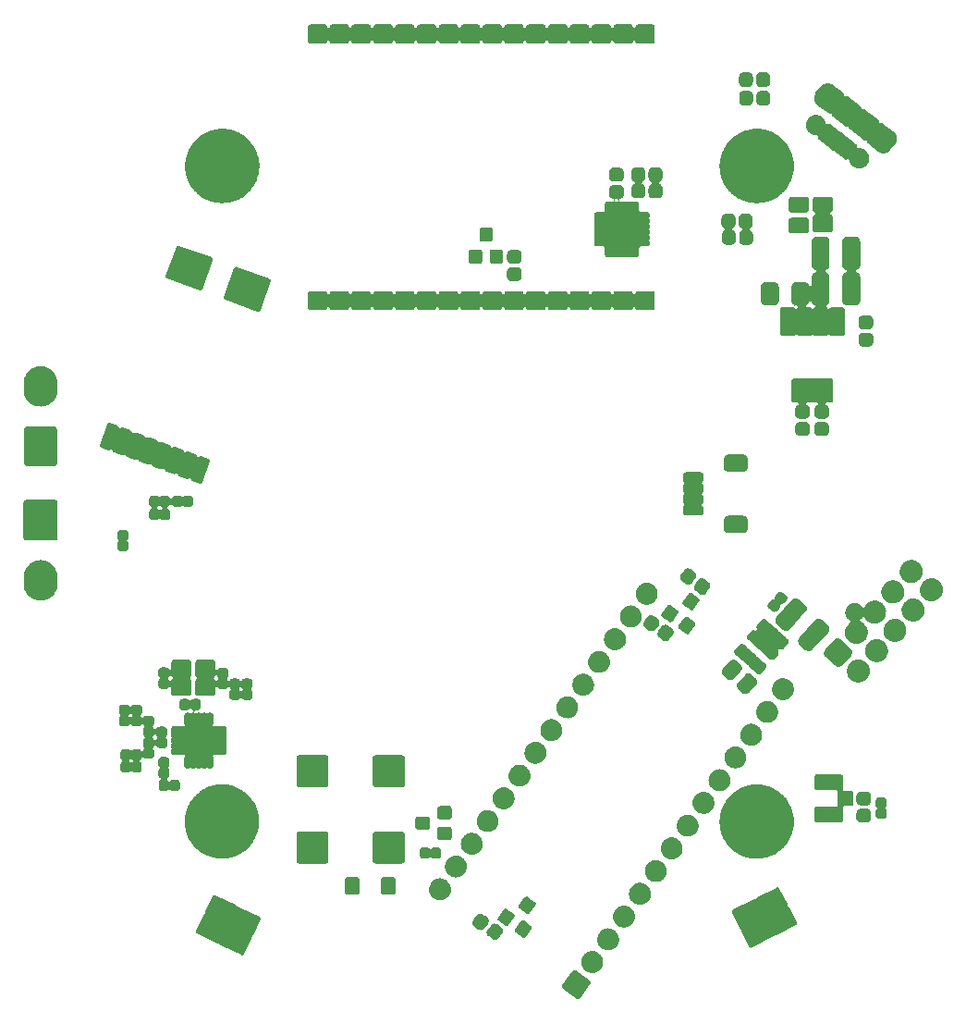
<source format=gts>
G04 #@! TF.GenerationSoftware,KiCad,Pcbnew,6.0.0-unknown-9810725~86~ubuntu18.04.1*
G04 #@! TF.CreationDate,2019-07-01T12:49:01-06:00*
G04 #@! TF.ProjectId,main_board_onion,6d61696e-5f62-46f6-9172-645f6f6e696f,rev?*
G04 #@! TF.SameCoordinates,Original*
G04 #@! TF.FileFunction,Soldermask,Top*
G04 #@! TF.FilePolarity,Negative*
%FSLAX46Y46*%
G04 Gerber Fmt 4.6, Leading zero omitted, Abs format (unit mm)*
G04 Created by KiCad (PCBNEW 6.0.0-unknown-9810725~86~ubuntu18.04.1) date 2019-07-01 12:49:01*
%MOMM*%
%LPD*%
G04 APERTURE LIST*
%ADD10C,0.100000*%
G04 APERTURE END LIST*
D10*
G36*
X157093729Y-134331016D02*
G01*
X157119868Y-134331586D01*
X157192695Y-134363630D01*
X157202827Y-134370724D01*
X157206804Y-134372172D01*
X158495006Y-135274181D01*
X158499469Y-135278644D01*
X158503338Y-135281353D01*
X158529335Y-135308510D01*
X158552733Y-135331908D01*
X158553682Y-135333944D01*
X158558358Y-135338828D01*
X158570402Y-135369801D01*
X158582541Y-135395832D01*
X158583126Y-135402520D01*
X158587195Y-135412983D01*
X158586565Y-135441830D01*
X158588194Y-135460443D01*
X158586029Y-135466390D01*
X158585459Y-135492529D01*
X158553415Y-135565356D01*
X158546321Y-135575488D01*
X158544873Y-135579465D01*
X157642864Y-136867667D01*
X157638401Y-136872130D01*
X157635692Y-136875999D01*
X157608535Y-136901996D01*
X157585137Y-136925394D01*
X157583101Y-136926343D01*
X157578217Y-136931019D01*
X157547244Y-136943063D01*
X157521213Y-136955202D01*
X157514525Y-136955787D01*
X157504062Y-136959856D01*
X157475215Y-136959226D01*
X157456602Y-136960855D01*
X157450655Y-136958690D01*
X157424516Y-136958120D01*
X157351689Y-136926076D01*
X157341557Y-136918982D01*
X157337580Y-136917534D01*
X156049378Y-136015525D01*
X156044915Y-136011062D01*
X156041046Y-136008353D01*
X156015049Y-135981196D01*
X155991651Y-135957798D01*
X155990702Y-135955762D01*
X155986026Y-135950878D01*
X155973982Y-135919905D01*
X155961843Y-135893874D01*
X155961258Y-135887186D01*
X155957189Y-135876723D01*
X155957819Y-135847876D01*
X155956190Y-135829263D01*
X155958355Y-135823316D01*
X155958925Y-135797177D01*
X155990969Y-135724350D01*
X155998063Y-135714218D01*
X155999511Y-135710241D01*
X156901520Y-134422039D01*
X156905983Y-134417576D01*
X156908692Y-134413707D01*
X156935849Y-134387710D01*
X156959247Y-134364312D01*
X156961283Y-134363363D01*
X156966167Y-134358687D01*
X156997140Y-134346643D01*
X157023171Y-134334504D01*
X157029859Y-134333919D01*
X157040322Y-134329850D01*
X157069169Y-134330480D01*
X157087782Y-134328851D01*
X157093729Y-134331016D01*
X157093729Y-134331016D01*
G37*
G36*
X158830727Y-132568020D02*
G01*
X158874086Y-132570179D01*
X158924742Y-132582574D01*
X158982445Y-132591507D01*
X159023223Y-132606672D01*
X159059439Y-132615534D01*
X159112390Y-132639833D01*
X159172859Y-132662321D01*
X159204555Y-132682127D01*
X159232869Y-132695120D01*
X159285236Y-132732542D01*
X159345144Y-132769977D01*
X159367764Y-132791518D01*
X159388118Y-132806063D01*
X159436668Y-132857134D01*
X159492263Y-132910077D01*
X159506582Y-132930680D01*
X159519591Y-132944364D01*
X159560896Y-133008827D01*
X159608206Y-133076897D01*
X159615668Y-133094307D01*
X159622540Y-133105032D01*
X159653167Y-133181800D01*
X159688237Y-133263624D01*
X159690807Y-133276145D01*
X159693248Y-133282263D01*
X159709946Y-133369383D01*
X159729087Y-133462630D01*
X159729064Y-133469129D01*
X159729137Y-133469508D01*
X159728451Y-133665884D01*
X159728377Y-133666258D01*
X159728354Y-133672763D01*
X159708551Y-133765928D01*
X159691257Y-133852874D01*
X159688774Y-133858973D01*
X159686116Y-133871479D01*
X159650463Y-133953085D01*
X159619312Y-134029608D01*
X159612368Y-134040280D01*
X159604783Y-134057642D01*
X159556988Y-134125396D01*
X159515241Y-134189558D01*
X159502139Y-134203149D01*
X159487678Y-134223649D01*
X159431729Y-134276189D01*
X159382811Y-134326933D01*
X159362348Y-134341341D01*
X159339584Y-134362718D01*
X159279426Y-134399728D01*
X159226788Y-134436791D01*
X159198382Y-134449587D01*
X159166552Y-134469169D01*
X159105928Y-134491234D01*
X159052810Y-134515162D01*
X159016533Y-134523771D01*
X158975648Y-134538652D01*
X158917890Y-134547181D01*
X158867147Y-134559223D01*
X158823774Y-134561079D01*
X158774673Y-134568329D01*
X158722489Y-134565412D01*
X158676500Y-134567379D01*
X158627513Y-134560102D01*
X158571835Y-134556989D01*
X158527233Y-134545205D01*
X158487755Y-134539340D01*
X158435253Y-134520902D01*
X158375420Y-134505094D01*
X158339592Y-134487309D01*
X158307717Y-134476115D01*
X158254370Y-134445004D01*
X158193452Y-134414764D01*
X158166768Y-134393916D01*
X158142878Y-134379984D01*
X158091775Y-134335325D01*
X158033363Y-134289689D01*
X158015397Y-134268580D01*
X157999197Y-134254422D01*
X157953716Y-134196104D01*
X157901695Y-134134979D01*
X157891300Y-134116070D01*
X157881846Y-134103948D01*
X157845450Y-134032670D01*
X157803824Y-133956953D01*
X157799262Y-133942216D01*
X157795071Y-133934008D01*
X157771134Y-133851347D01*
X157743750Y-133762884D01*
X157742846Y-133753662D01*
X157741994Y-133750721D01*
X157733595Y-133659322D01*
X157723925Y-133560698D01*
X157734272Y-133462251D01*
X157743319Y-133370807D01*
X157744193Y-133367866D01*
X157745161Y-133358656D01*
X157773145Y-133270439D01*
X157797674Y-133187897D01*
X157801925Y-133179713D01*
X157806589Y-133165011D01*
X157848736Y-133089598D01*
X157885636Y-133018562D01*
X157895175Y-133006505D01*
X157905700Y-132987673D01*
X157958144Y-132926916D01*
X158004033Y-132868914D01*
X158020330Y-132854871D01*
X158038445Y-132833885D01*
X158097181Y-132788652D01*
X158148587Y-132744358D01*
X158172571Y-132730595D01*
X158199403Y-132709931D01*
X158260537Y-132680114D01*
X158314095Y-132649379D01*
X158346045Y-132638409D01*
X158381997Y-132620874D01*
X158441937Y-132605484D01*
X158494569Y-132587413D01*
X158534092Y-132581823D01*
X158578770Y-132570352D01*
X158634456Y-132567629D01*
X158683508Y-132560691D01*
X158729494Y-132562980D01*
X158781682Y-132560428D01*
X158830727Y-132568020D01*
X158830727Y-132568020D01*
G37*
G36*
X124236667Y-127475361D02*
G01*
X124247779Y-127480781D01*
X124251938Y-127481589D01*
X126060856Y-128363857D01*
X126065965Y-128367569D01*
X126070207Y-128369638D01*
X126100121Y-128392385D01*
X126126901Y-128411842D01*
X126128157Y-128413704D01*
X126133541Y-128417798D01*
X126150286Y-128446512D01*
X126172373Y-128479257D01*
X126226614Y-128524186D01*
X126306242Y-128530644D01*
X126320666Y-128527048D01*
X126326875Y-128528255D01*
X126352782Y-128524729D01*
X126429725Y-128544987D01*
X126440837Y-128550407D01*
X126444996Y-128551215D01*
X128253914Y-129433483D01*
X128259023Y-129437195D01*
X128263265Y-129439264D01*
X128293179Y-129462011D01*
X128319959Y-129481468D01*
X128321215Y-129483330D01*
X128326599Y-129487424D01*
X128343344Y-129516137D01*
X128359401Y-129539943D01*
X128361025Y-129546456D01*
X128366681Y-129556155D01*
X128370573Y-129584750D01*
X128376464Y-129608378D01*
X128375298Y-129619469D01*
X128377411Y-129634993D01*
X128371179Y-129658665D01*
X128368508Y-129684073D01*
X128355743Y-129717330D01*
X127687842Y-131086728D01*
X127684130Y-131091838D01*
X127682061Y-131096079D01*
X127659320Y-131125985D01*
X127639856Y-131152775D01*
X127637993Y-131154031D01*
X127633901Y-131159413D01*
X127605201Y-131176150D01*
X127578116Y-131194419D01*
X127533186Y-131248659D01*
X127526728Y-131328287D01*
X127530408Y-131343048D01*
X127529242Y-131354141D01*
X127531355Y-131369665D01*
X127525122Y-131393337D01*
X127522452Y-131418745D01*
X127509687Y-131452002D01*
X126841786Y-132821400D01*
X126838074Y-132826510D01*
X126836005Y-132830751D01*
X126813264Y-132860657D01*
X126793800Y-132887447D01*
X126791937Y-132888704D01*
X126787845Y-132894085D01*
X126759146Y-132910821D01*
X126735328Y-132926887D01*
X126728811Y-132928512D01*
X126719114Y-132934167D01*
X126690519Y-132938059D01*
X126672393Y-132942578D01*
X126666183Y-132941371D01*
X126640276Y-132944897D01*
X126563333Y-132924639D01*
X126552221Y-132919219D01*
X126548062Y-132918411D01*
X124739144Y-132036143D01*
X124734035Y-132032431D01*
X124729793Y-132030362D01*
X124699879Y-132007615D01*
X124673099Y-131988158D01*
X124671843Y-131986296D01*
X124666459Y-131982202D01*
X124649714Y-131953488D01*
X124627627Y-131920743D01*
X124573386Y-131875814D01*
X124493758Y-131869356D01*
X124479334Y-131872952D01*
X124473125Y-131871745D01*
X124447218Y-131875271D01*
X124370275Y-131855013D01*
X124359163Y-131849593D01*
X124355004Y-131848785D01*
X122546086Y-130966517D01*
X122540977Y-130962805D01*
X122536735Y-130960736D01*
X122506821Y-130937989D01*
X122480041Y-130918532D01*
X122478785Y-130916670D01*
X122473401Y-130912576D01*
X122456656Y-130883863D01*
X122440599Y-130860057D01*
X122438975Y-130853544D01*
X122433319Y-130843845D01*
X122429427Y-130815250D01*
X122423536Y-130791622D01*
X122424702Y-130780531D01*
X122422589Y-130765007D01*
X122428821Y-130741335D01*
X122431492Y-130715927D01*
X122444257Y-130682670D01*
X123112158Y-129313272D01*
X123115870Y-129308162D01*
X123117939Y-129303921D01*
X123140680Y-129274015D01*
X123160144Y-129247225D01*
X123162007Y-129245969D01*
X123166099Y-129240587D01*
X123194799Y-129223850D01*
X123221884Y-129205581D01*
X123266814Y-129151341D01*
X123273272Y-129071713D01*
X123269592Y-129056952D01*
X123270758Y-129045859D01*
X123268645Y-129030335D01*
X123274878Y-129006663D01*
X123277548Y-128981255D01*
X123290313Y-128947998D01*
X123958214Y-127578600D01*
X123961926Y-127573490D01*
X123963995Y-127569249D01*
X123986736Y-127539343D01*
X124006200Y-127512553D01*
X124008063Y-127511296D01*
X124012155Y-127505915D01*
X124040854Y-127489179D01*
X124064672Y-127473113D01*
X124071189Y-127471488D01*
X124080886Y-127465833D01*
X124109481Y-127461941D01*
X124127607Y-127457422D01*
X124133817Y-127458629D01*
X124159724Y-127455103D01*
X124236667Y-127475361D01*
X124236667Y-127475361D01*
G37*
G36*
X160287611Y-130487373D02*
G01*
X160330970Y-130489532D01*
X160381626Y-130501927D01*
X160439329Y-130510860D01*
X160480107Y-130526025D01*
X160516323Y-130534887D01*
X160569274Y-130559186D01*
X160629743Y-130581674D01*
X160661439Y-130601480D01*
X160689753Y-130614473D01*
X160742120Y-130651895D01*
X160802028Y-130689330D01*
X160824648Y-130710871D01*
X160845002Y-130725416D01*
X160893552Y-130776487D01*
X160949147Y-130829430D01*
X160963466Y-130850033D01*
X160976475Y-130863717D01*
X161017780Y-130928180D01*
X161065090Y-130996250D01*
X161072552Y-131013660D01*
X161079424Y-131024385D01*
X161110051Y-131101153D01*
X161145121Y-131182977D01*
X161147691Y-131195498D01*
X161150132Y-131201616D01*
X161166830Y-131288736D01*
X161185971Y-131381983D01*
X161185948Y-131388482D01*
X161186021Y-131388861D01*
X161185335Y-131585237D01*
X161185261Y-131585611D01*
X161185238Y-131592116D01*
X161165435Y-131685281D01*
X161148141Y-131772227D01*
X161145658Y-131778326D01*
X161143000Y-131790832D01*
X161107347Y-131872438D01*
X161076196Y-131948961D01*
X161069252Y-131959633D01*
X161061667Y-131976995D01*
X161013872Y-132044749D01*
X160972125Y-132108911D01*
X160959023Y-132122502D01*
X160944562Y-132143002D01*
X160888613Y-132195542D01*
X160839695Y-132246286D01*
X160819232Y-132260694D01*
X160796468Y-132282071D01*
X160736310Y-132319081D01*
X160683672Y-132356144D01*
X160655266Y-132368940D01*
X160623436Y-132388522D01*
X160562812Y-132410587D01*
X160509694Y-132434515D01*
X160473417Y-132443124D01*
X160432532Y-132458005D01*
X160374774Y-132466534D01*
X160324031Y-132478576D01*
X160280658Y-132480432D01*
X160231557Y-132487682D01*
X160179373Y-132484765D01*
X160133384Y-132486732D01*
X160084397Y-132479455D01*
X160028719Y-132476342D01*
X159984117Y-132464558D01*
X159944639Y-132458693D01*
X159892137Y-132440255D01*
X159832304Y-132424447D01*
X159796476Y-132406662D01*
X159764601Y-132395468D01*
X159711254Y-132364357D01*
X159650336Y-132334117D01*
X159623652Y-132313269D01*
X159599762Y-132299337D01*
X159548659Y-132254678D01*
X159490247Y-132209042D01*
X159472281Y-132187933D01*
X159456081Y-132173775D01*
X159410600Y-132115457D01*
X159358579Y-132054332D01*
X159348184Y-132035423D01*
X159338730Y-132023301D01*
X159302334Y-131952023D01*
X159260708Y-131876306D01*
X159256146Y-131861569D01*
X159251955Y-131853361D01*
X159228018Y-131770700D01*
X159200634Y-131682237D01*
X159199730Y-131673015D01*
X159198878Y-131670074D01*
X159190479Y-131578675D01*
X159180809Y-131480051D01*
X159191156Y-131381604D01*
X159200203Y-131290160D01*
X159201077Y-131287219D01*
X159202045Y-131278009D01*
X159230029Y-131189792D01*
X159254558Y-131107250D01*
X159258809Y-131099066D01*
X159263473Y-131084364D01*
X159305620Y-131008951D01*
X159342520Y-130937915D01*
X159352059Y-130925858D01*
X159362584Y-130907026D01*
X159415028Y-130846269D01*
X159460917Y-130788267D01*
X159477214Y-130774224D01*
X159495329Y-130753238D01*
X159554065Y-130708005D01*
X159605471Y-130663711D01*
X159629455Y-130649948D01*
X159656287Y-130629284D01*
X159717421Y-130599467D01*
X159770979Y-130568732D01*
X159802929Y-130557762D01*
X159838881Y-130540227D01*
X159898821Y-130524837D01*
X159951453Y-130506766D01*
X159990976Y-130501176D01*
X160035654Y-130489705D01*
X160091340Y-130486982D01*
X160140392Y-130480044D01*
X160186378Y-130482333D01*
X160238566Y-130479781D01*
X160287611Y-130487373D01*
X160287611Y-130487373D01*
G37*
G36*
X175725182Y-126737781D02*
G01*
X175753867Y-126739285D01*
X175760045Y-126741907D01*
X175771195Y-126743227D01*
X175796373Y-126757328D01*
X175813569Y-126764627D01*
X175817803Y-126769329D01*
X175840615Y-126782105D01*
X175889873Y-126844588D01*
X175895486Y-126855605D01*
X175898321Y-126858753D01*
X176585030Y-128206496D01*
X176586876Y-128212534D01*
X176589018Y-128216738D01*
X176599209Y-128252874D01*
X176608898Y-128284564D01*
X176608780Y-128286810D01*
X176610615Y-128293316D01*
X176606710Y-128326313D01*
X176605000Y-128358937D01*
X176621280Y-128427463D01*
X176680986Y-128480541D01*
X176689771Y-128484270D01*
X176694005Y-128488972D01*
X176716817Y-128501748D01*
X176766075Y-128564231D01*
X176771688Y-128575248D01*
X176774523Y-128578396D01*
X177461232Y-129926139D01*
X177463078Y-129932177D01*
X177465220Y-129936381D01*
X177475411Y-129972517D01*
X177485100Y-130004207D01*
X177484982Y-130006453D01*
X177486817Y-130012959D01*
X177482912Y-130045959D01*
X177481408Y-130074644D01*
X177478786Y-130080822D01*
X177477466Y-130091972D01*
X177463366Y-130117149D01*
X177453851Y-130139565D01*
X177446243Y-130147724D01*
X177438588Y-130161392D01*
X177419367Y-130176545D01*
X177401939Y-130195234D01*
X177371737Y-130214106D01*
X175568694Y-131132802D01*
X175562656Y-131134648D01*
X175558452Y-131136790D01*
X175522316Y-131146981D01*
X175490626Y-131156670D01*
X175488380Y-131156552D01*
X175481874Y-131158387D01*
X175448877Y-131154482D01*
X175409422Y-131152414D01*
X175340896Y-131168694D01*
X175287818Y-131228400D01*
X175279794Y-131247303D01*
X175272187Y-131255461D01*
X175264532Y-131269129D01*
X175245311Y-131284282D01*
X175227883Y-131302971D01*
X175197681Y-131321843D01*
X173394638Y-132240539D01*
X173388600Y-132242385D01*
X173384396Y-132244527D01*
X173348260Y-132254718D01*
X173316570Y-132264407D01*
X173314324Y-132264289D01*
X173307818Y-132266124D01*
X173274818Y-132262219D01*
X173246133Y-132260715D01*
X173239955Y-132258093D01*
X173228805Y-132256773D01*
X173203627Y-132242672D01*
X173186431Y-132235373D01*
X173182197Y-132230671D01*
X173159385Y-132217895D01*
X173110127Y-132155412D01*
X173104514Y-132144395D01*
X173101679Y-132141247D01*
X172414970Y-130793504D01*
X172413124Y-130787466D01*
X172410982Y-130783262D01*
X172400791Y-130747126D01*
X172391102Y-130715436D01*
X172391220Y-130713190D01*
X172389385Y-130706684D01*
X172393290Y-130673687D01*
X172395000Y-130641063D01*
X172378720Y-130572537D01*
X172319014Y-130519459D01*
X172310229Y-130515730D01*
X172305995Y-130511028D01*
X172283183Y-130498252D01*
X172233925Y-130435769D01*
X172228312Y-130424752D01*
X172225477Y-130421604D01*
X171538768Y-129073861D01*
X171536922Y-129067823D01*
X171534780Y-129063619D01*
X171524589Y-129027483D01*
X171514900Y-128995793D01*
X171515018Y-128993547D01*
X171513183Y-128987041D01*
X171517088Y-128954041D01*
X171518592Y-128925356D01*
X171521214Y-128919178D01*
X171522534Y-128908028D01*
X171536634Y-128882851D01*
X171546149Y-128860435D01*
X171553757Y-128852276D01*
X171561412Y-128838608D01*
X171580633Y-128823455D01*
X171598061Y-128804766D01*
X171628263Y-128785894D01*
X173431306Y-127867198D01*
X173437344Y-127865352D01*
X173441548Y-127863210D01*
X173477684Y-127853019D01*
X173509374Y-127843330D01*
X173511620Y-127843448D01*
X173518126Y-127841613D01*
X173551123Y-127845518D01*
X173590578Y-127847586D01*
X173659104Y-127831306D01*
X173712182Y-127771600D01*
X173720206Y-127752697D01*
X173727813Y-127744539D01*
X173735468Y-127730871D01*
X173754689Y-127715718D01*
X173772117Y-127697029D01*
X173802319Y-127678157D01*
X175605362Y-126759461D01*
X175611400Y-126757615D01*
X175615604Y-126755473D01*
X175651740Y-126745282D01*
X175683430Y-126735593D01*
X175685676Y-126735711D01*
X175692182Y-126733876D01*
X175725182Y-126737781D01*
X175725182Y-126737781D01*
G37*
G36*
X149790472Y-130048649D02*
G01*
X149824260Y-130048520D01*
X149860238Y-130058454D01*
X149892416Y-130062976D01*
X149913028Y-130073029D01*
X149937312Y-130079734D01*
X150011184Y-130120903D01*
X150011638Y-130121124D01*
X150011859Y-130121279D01*
X150016663Y-130123956D01*
X150359416Y-130363953D01*
X150362451Y-130366766D01*
X150365550Y-130368936D01*
X150383639Y-130386405D01*
X150450174Y-130448073D01*
X150454060Y-130454409D01*
X150460969Y-130461081D01*
X150479319Y-130495591D01*
X150510356Y-130546196D01*
X150515101Y-130562889D01*
X150523243Y-130578201D01*
X150529431Y-130613296D01*
X150541833Y-130656923D01*
X150541937Y-130684224D01*
X150546276Y-130708833D01*
X150542142Y-130738245D01*
X150542271Y-130772033D01*
X150532337Y-130808011D01*
X150527815Y-130840189D01*
X150517762Y-130860801D01*
X150511057Y-130885085D01*
X150469888Y-130958957D01*
X150469667Y-130959411D01*
X150469512Y-130959632D01*
X150466835Y-130964436D01*
X150183820Y-131368625D01*
X150181007Y-131371660D01*
X150178837Y-131374759D01*
X150161368Y-131392848D01*
X150099700Y-131459383D01*
X150093364Y-131463269D01*
X150086692Y-131470178D01*
X150052182Y-131488528D01*
X150001577Y-131519565D01*
X149984884Y-131524310D01*
X149969572Y-131532452D01*
X149934477Y-131538640D01*
X149890850Y-131551042D01*
X149863549Y-131551146D01*
X149838940Y-131555485D01*
X149809528Y-131551351D01*
X149775740Y-131551480D01*
X149739762Y-131541546D01*
X149707584Y-131537024D01*
X149686972Y-131526971D01*
X149662688Y-131520266D01*
X149588816Y-131479097D01*
X149588362Y-131478876D01*
X149588141Y-131478721D01*
X149583337Y-131476044D01*
X149240584Y-131236047D01*
X149237549Y-131233234D01*
X149234450Y-131231064D01*
X149216361Y-131213595D01*
X149149826Y-131151927D01*
X149145940Y-131145591D01*
X149139031Y-131138919D01*
X149120681Y-131104409D01*
X149089644Y-131053804D01*
X149084899Y-131037111D01*
X149076757Y-131021799D01*
X149070569Y-130986704D01*
X149058167Y-130943077D01*
X149058063Y-130915776D01*
X149053724Y-130891167D01*
X149057858Y-130861755D01*
X149057729Y-130827967D01*
X149067663Y-130791989D01*
X149072185Y-130759811D01*
X149082238Y-130739199D01*
X149088943Y-130714915D01*
X149130112Y-130641043D01*
X149130333Y-130640589D01*
X149130488Y-130640368D01*
X149133165Y-130635564D01*
X149416180Y-130231375D01*
X149418993Y-130228340D01*
X149421163Y-130225241D01*
X149438632Y-130207152D01*
X149500300Y-130140617D01*
X149506636Y-130136731D01*
X149513308Y-130129822D01*
X149547818Y-130111472D01*
X149598423Y-130080435D01*
X149615116Y-130075690D01*
X149630428Y-130067548D01*
X149665523Y-130061360D01*
X149709150Y-130048958D01*
X149736451Y-130048854D01*
X149761060Y-130044515D01*
X149790472Y-130048649D01*
X149790472Y-130048649D01*
G37*
G36*
X152363541Y-129766575D02*
G01*
X152379203Y-129766917D01*
X152401610Y-129776776D01*
X152426289Y-129783389D01*
X152457131Y-129801195D01*
X153099019Y-130250650D01*
X153103482Y-130255113D01*
X153107351Y-130257822D01*
X153133348Y-130284979D01*
X153156746Y-130308377D01*
X153157695Y-130310413D01*
X153162371Y-130315297D01*
X153174415Y-130346270D01*
X153186554Y-130372301D01*
X153187139Y-130378989D01*
X153191208Y-130389452D01*
X153190578Y-130418299D01*
X153192207Y-130436912D01*
X153190042Y-130442859D01*
X153189472Y-130468998D01*
X153157428Y-130541825D01*
X153150335Y-130551955D01*
X153148886Y-130555936D01*
X152648383Y-131270728D01*
X152643918Y-131275193D01*
X152641209Y-131279062D01*
X152614052Y-131305059D01*
X152590654Y-131328457D01*
X152588618Y-131329406D01*
X152583734Y-131334082D01*
X152552761Y-131346126D01*
X152526730Y-131358265D01*
X152520042Y-131358850D01*
X152509579Y-131362919D01*
X152480731Y-131362289D01*
X152456470Y-131364412D01*
X152445695Y-131361525D01*
X152430033Y-131361183D01*
X152407626Y-131351324D01*
X152382947Y-131344711D01*
X152352105Y-131326905D01*
X151710217Y-130877450D01*
X151705754Y-130872987D01*
X151701885Y-130870278D01*
X151675888Y-130843121D01*
X151652490Y-130819723D01*
X151651541Y-130817687D01*
X151646865Y-130812803D01*
X151634821Y-130781830D01*
X151622682Y-130755799D01*
X151622097Y-130749111D01*
X151618028Y-130738648D01*
X151618658Y-130709801D01*
X151617029Y-130691188D01*
X151619194Y-130685241D01*
X151619764Y-130659102D01*
X151651808Y-130586275D01*
X151658901Y-130576145D01*
X151660350Y-130572164D01*
X152160853Y-129857372D01*
X152165318Y-129852907D01*
X152168027Y-129849038D01*
X152195184Y-129823041D01*
X152218582Y-129799643D01*
X152220618Y-129798694D01*
X152225502Y-129794018D01*
X152256475Y-129781974D01*
X152282506Y-129769835D01*
X152289194Y-129769250D01*
X152299657Y-129765181D01*
X152328505Y-129765811D01*
X152352766Y-129763688D01*
X152363541Y-129766575D01*
X152363541Y-129766575D01*
G37*
G36*
X148500308Y-129145267D02*
G01*
X148534096Y-129145138D01*
X148570074Y-129155072D01*
X148602252Y-129159594D01*
X148622864Y-129169647D01*
X148647148Y-129176352D01*
X148721020Y-129217521D01*
X148721474Y-129217742D01*
X148721695Y-129217897D01*
X148726499Y-129220574D01*
X149069252Y-129460571D01*
X149072287Y-129463384D01*
X149075386Y-129465554D01*
X149093475Y-129483023D01*
X149160010Y-129544691D01*
X149163896Y-129551027D01*
X149170805Y-129557699D01*
X149189155Y-129592209D01*
X149220192Y-129642814D01*
X149224937Y-129659507D01*
X149233079Y-129674819D01*
X149239267Y-129709914D01*
X149251669Y-129753541D01*
X149251773Y-129780842D01*
X149256112Y-129805451D01*
X149251978Y-129834863D01*
X149252107Y-129868651D01*
X149242173Y-129904629D01*
X149237651Y-129936807D01*
X149227598Y-129957419D01*
X149220893Y-129981703D01*
X149179724Y-130055575D01*
X149179503Y-130056029D01*
X149179348Y-130056250D01*
X149176671Y-130061054D01*
X148893656Y-130465243D01*
X148890843Y-130468278D01*
X148888673Y-130471377D01*
X148871204Y-130489466D01*
X148809536Y-130556001D01*
X148803200Y-130559887D01*
X148796528Y-130566796D01*
X148762018Y-130585146D01*
X148711413Y-130616183D01*
X148694720Y-130620928D01*
X148679408Y-130629070D01*
X148644313Y-130635258D01*
X148600686Y-130647660D01*
X148573385Y-130647764D01*
X148548776Y-130652103D01*
X148519364Y-130647969D01*
X148485576Y-130648098D01*
X148449598Y-130638164D01*
X148417420Y-130633642D01*
X148396808Y-130623589D01*
X148372524Y-130616884D01*
X148298652Y-130575715D01*
X148298198Y-130575494D01*
X148297977Y-130575339D01*
X148293173Y-130572662D01*
X147950420Y-130332665D01*
X147947385Y-130329852D01*
X147944286Y-130327682D01*
X147926197Y-130310213D01*
X147859662Y-130248545D01*
X147855776Y-130242209D01*
X147848867Y-130235537D01*
X147830517Y-130201027D01*
X147799480Y-130150422D01*
X147794735Y-130133729D01*
X147786593Y-130118417D01*
X147780405Y-130083322D01*
X147768003Y-130039695D01*
X147767899Y-130012394D01*
X147763560Y-129987785D01*
X147767694Y-129958373D01*
X147767565Y-129924585D01*
X147777499Y-129888607D01*
X147782021Y-129856429D01*
X147792074Y-129835817D01*
X147798779Y-129811533D01*
X147839948Y-129737661D01*
X147840169Y-129737207D01*
X147840324Y-129736986D01*
X147843001Y-129732182D01*
X148126016Y-129327993D01*
X148128829Y-129324958D01*
X148130999Y-129321859D01*
X148148468Y-129303770D01*
X148210136Y-129237235D01*
X148216472Y-129233349D01*
X148223144Y-129226440D01*
X148257654Y-129208090D01*
X148308259Y-129177053D01*
X148324952Y-129172308D01*
X148340264Y-129164166D01*
X148375359Y-129157978D01*
X148418986Y-129145576D01*
X148446287Y-129145472D01*
X148470896Y-129141133D01*
X148500308Y-129145267D01*
X148500308Y-129145267D01*
G37*
G36*
X161744495Y-128406727D02*
G01*
X161787854Y-128408886D01*
X161838510Y-128421281D01*
X161896213Y-128430214D01*
X161936991Y-128445379D01*
X161973207Y-128454241D01*
X162026158Y-128478540D01*
X162086627Y-128501028D01*
X162118323Y-128520834D01*
X162146637Y-128533827D01*
X162199004Y-128571249D01*
X162258912Y-128608684D01*
X162281532Y-128630225D01*
X162301886Y-128644770D01*
X162350436Y-128695841D01*
X162406031Y-128748784D01*
X162420350Y-128769387D01*
X162433359Y-128783071D01*
X162474664Y-128847534D01*
X162521974Y-128915604D01*
X162529436Y-128933014D01*
X162536308Y-128943739D01*
X162566935Y-129020507D01*
X162602005Y-129102331D01*
X162604575Y-129114852D01*
X162607016Y-129120970D01*
X162623714Y-129208090D01*
X162642855Y-129301337D01*
X162642832Y-129307836D01*
X162642905Y-129308215D01*
X162642219Y-129504591D01*
X162642145Y-129504965D01*
X162642122Y-129511470D01*
X162622319Y-129604635D01*
X162605025Y-129691581D01*
X162602542Y-129697680D01*
X162599884Y-129710186D01*
X162564231Y-129791792D01*
X162533080Y-129868315D01*
X162526136Y-129878987D01*
X162518551Y-129896349D01*
X162470756Y-129964103D01*
X162429009Y-130028265D01*
X162415907Y-130041856D01*
X162401446Y-130062356D01*
X162345497Y-130114896D01*
X162296579Y-130165640D01*
X162276116Y-130180048D01*
X162253352Y-130201425D01*
X162193194Y-130238435D01*
X162140556Y-130275498D01*
X162112150Y-130288294D01*
X162080320Y-130307876D01*
X162019696Y-130329941D01*
X161966578Y-130353869D01*
X161930301Y-130362478D01*
X161889416Y-130377359D01*
X161831658Y-130385888D01*
X161780915Y-130397930D01*
X161737542Y-130399786D01*
X161688441Y-130407036D01*
X161636257Y-130404119D01*
X161590268Y-130406086D01*
X161541281Y-130398809D01*
X161485603Y-130395696D01*
X161441001Y-130383912D01*
X161401523Y-130378047D01*
X161349021Y-130359609D01*
X161289188Y-130343801D01*
X161253360Y-130326016D01*
X161221485Y-130314822D01*
X161168138Y-130283711D01*
X161107220Y-130253471D01*
X161080536Y-130232623D01*
X161056646Y-130218691D01*
X161005543Y-130174032D01*
X160947131Y-130128396D01*
X160929165Y-130107287D01*
X160912965Y-130093129D01*
X160867484Y-130034811D01*
X160815463Y-129973686D01*
X160805068Y-129954777D01*
X160795614Y-129942655D01*
X160759218Y-129871377D01*
X160717592Y-129795660D01*
X160713030Y-129780923D01*
X160708839Y-129772715D01*
X160684902Y-129690054D01*
X160657518Y-129601591D01*
X160656614Y-129592369D01*
X160655762Y-129589428D01*
X160647363Y-129498029D01*
X160637693Y-129399405D01*
X160648040Y-129300958D01*
X160657087Y-129209514D01*
X160657961Y-129206573D01*
X160658929Y-129197363D01*
X160686913Y-129109146D01*
X160711442Y-129026604D01*
X160715693Y-129018420D01*
X160720357Y-129003718D01*
X160762504Y-128928305D01*
X160799404Y-128857269D01*
X160808943Y-128845212D01*
X160819468Y-128826380D01*
X160871912Y-128765623D01*
X160917801Y-128707621D01*
X160934098Y-128693578D01*
X160952213Y-128672592D01*
X161010949Y-128627359D01*
X161062355Y-128583065D01*
X161086339Y-128569302D01*
X161113171Y-128548638D01*
X161174305Y-128518821D01*
X161227863Y-128488086D01*
X161259813Y-128477116D01*
X161295765Y-128459581D01*
X161355705Y-128444191D01*
X161408337Y-128426120D01*
X161447860Y-128420530D01*
X161492538Y-128409059D01*
X161548224Y-128406336D01*
X161597276Y-128399398D01*
X161643262Y-128401687D01*
X161695450Y-128399135D01*
X161744495Y-128406727D01*
X161744495Y-128406727D01*
G37*
G36*
X150807152Y-128676779D02*
G01*
X150822814Y-128677121D01*
X150845221Y-128686980D01*
X150869900Y-128693593D01*
X150900742Y-128711399D01*
X151542630Y-129160854D01*
X151547093Y-129165317D01*
X151550962Y-129168026D01*
X151576959Y-129195183D01*
X151600357Y-129218581D01*
X151601306Y-129220617D01*
X151605982Y-129225501D01*
X151618026Y-129256474D01*
X151630165Y-129282505D01*
X151630750Y-129289193D01*
X151634819Y-129299656D01*
X151634189Y-129328503D01*
X151635818Y-129347116D01*
X151633653Y-129353063D01*
X151633083Y-129379202D01*
X151601039Y-129452029D01*
X151593946Y-129462159D01*
X151592497Y-129466140D01*
X151091994Y-130180932D01*
X151087529Y-130185397D01*
X151084820Y-130189266D01*
X151057663Y-130215263D01*
X151034265Y-130238661D01*
X151032229Y-130239610D01*
X151027345Y-130244286D01*
X150996372Y-130256330D01*
X150970341Y-130268469D01*
X150963653Y-130269054D01*
X150953190Y-130273123D01*
X150924342Y-130272493D01*
X150900081Y-130274616D01*
X150889306Y-130271729D01*
X150873644Y-130271387D01*
X150851237Y-130261528D01*
X150826558Y-130254915D01*
X150795716Y-130237109D01*
X150153828Y-129787654D01*
X150149365Y-129783191D01*
X150145496Y-129780482D01*
X150119499Y-129753325D01*
X150096101Y-129729927D01*
X150095152Y-129727891D01*
X150090476Y-129723007D01*
X150078432Y-129692034D01*
X150066293Y-129666003D01*
X150065708Y-129659315D01*
X150061639Y-129648852D01*
X150062269Y-129620005D01*
X150060640Y-129601392D01*
X150062805Y-129595445D01*
X150063375Y-129569306D01*
X150095419Y-129496479D01*
X150102512Y-129486349D01*
X150103961Y-129482368D01*
X150604464Y-128767576D01*
X150608929Y-128763111D01*
X150611638Y-128759242D01*
X150638795Y-128733245D01*
X150662193Y-128709847D01*
X150664229Y-128708898D01*
X150669113Y-128704222D01*
X150700086Y-128692178D01*
X150726117Y-128680039D01*
X150732805Y-128679454D01*
X150743268Y-128675385D01*
X150772116Y-128676015D01*
X150796377Y-128673892D01*
X150807152Y-128676779D01*
X150807152Y-128676779D01*
G37*
G36*
X152732499Y-127583373D02*
G01*
X152748161Y-127583715D01*
X152770568Y-127593574D01*
X152795247Y-127600187D01*
X152826089Y-127617993D01*
X153467977Y-128067448D01*
X153472440Y-128071911D01*
X153476309Y-128074620D01*
X153502306Y-128101777D01*
X153525704Y-128125175D01*
X153526653Y-128127211D01*
X153531329Y-128132095D01*
X153543373Y-128163068D01*
X153555512Y-128189099D01*
X153556097Y-128195787D01*
X153560166Y-128206250D01*
X153559536Y-128235097D01*
X153561165Y-128253710D01*
X153559000Y-128259657D01*
X153558430Y-128285796D01*
X153526386Y-128358623D01*
X153519293Y-128368753D01*
X153517844Y-128372734D01*
X153017341Y-129087526D01*
X153012876Y-129091991D01*
X153010167Y-129095860D01*
X152983010Y-129121857D01*
X152959612Y-129145255D01*
X152957576Y-129146204D01*
X152952692Y-129150880D01*
X152921719Y-129162924D01*
X152895688Y-129175063D01*
X152889000Y-129175648D01*
X152878537Y-129179717D01*
X152849689Y-129179087D01*
X152825428Y-129181210D01*
X152814653Y-129178323D01*
X152798991Y-129177981D01*
X152776584Y-129168122D01*
X152751905Y-129161509D01*
X152721063Y-129143703D01*
X152079175Y-128694248D01*
X152074712Y-128689785D01*
X152070843Y-128687076D01*
X152044846Y-128659919D01*
X152021448Y-128636521D01*
X152020499Y-128634485D01*
X152015823Y-128629601D01*
X152003779Y-128598628D01*
X151991640Y-128572597D01*
X151991055Y-128565909D01*
X151986986Y-128555446D01*
X151987616Y-128526599D01*
X151985987Y-128507986D01*
X151988152Y-128502039D01*
X151988722Y-128475900D01*
X152020766Y-128403073D01*
X152027859Y-128392943D01*
X152029308Y-128388962D01*
X152529811Y-127674170D01*
X152534276Y-127669705D01*
X152536985Y-127665836D01*
X152564142Y-127639839D01*
X152587540Y-127616441D01*
X152589576Y-127615492D01*
X152594460Y-127610816D01*
X152625433Y-127598772D01*
X152651464Y-127586633D01*
X152658152Y-127586048D01*
X152668615Y-127581979D01*
X152697463Y-127582609D01*
X152721724Y-127580486D01*
X152732499Y-127583373D01*
X152732499Y-127583373D01*
G37*
G36*
X163201379Y-126326081D02*
G01*
X163244738Y-126328240D01*
X163295394Y-126340635D01*
X163353097Y-126349568D01*
X163393875Y-126364733D01*
X163430091Y-126373595D01*
X163483042Y-126397894D01*
X163543511Y-126420382D01*
X163575207Y-126440188D01*
X163603521Y-126453181D01*
X163655888Y-126490603D01*
X163715796Y-126528038D01*
X163738416Y-126549579D01*
X163758770Y-126564124D01*
X163807320Y-126615195D01*
X163862915Y-126668138D01*
X163877234Y-126688741D01*
X163890243Y-126702425D01*
X163931548Y-126766888D01*
X163978858Y-126834958D01*
X163986320Y-126852368D01*
X163993192Y-126863093D01*
X164023819Y-126939861D01*
X164058889Y-127021685D01*
X164061459Y-127034206D01*
X164063900Y-127040324D01*
X164080598Y-127127444D01*
X164099739Y-127220691D01*
X164099716Y-127227190D01*
X164099789Y-127227569D01*
X164099103Y-127423945D01*
X164099029Y-127424319D01*
X164099006Y-127430824D01*
X164079203Y-127523989D01*
X164061909Y-127610935D01*
X164059426Y-127617034D01*
X164056768Y-127629540D01*
X164021115Y-127711146D01*
X163989964Y-127787669D01*
X163983020Y-127798341D01*
X163975435Y-127815703D01*
X163927640Y-127883457D01*
X163885893Y-127947619D01*
X163872791Y-127961210D01*
X163858330Y-127981710D01*
X163802381Y-128034250D01*
X163753463Y-128084994D01*
X163733000Y-128099402D01*
X163710236Y-128120779D01*
X163650078Y-128157789D01*
X163597440Y-128194852D01*
X163569034Y-128207648D01*
X163537204Y-128227230D01*
X163476580Y-128249295D01*
X163423462Y-128273223D01*
X163387185Y-128281832D01*
X163346300Y-128296713D01*
X163288542Y-128305242D01*
X163237799Y-128317284D01*
X163194426Y-128319140D01*
X163145325Y-128326390D01*
X163093141Y-128323473D01*
X163047152Y-128325440D01*
X162998165Y-128318163D01*
X162942487Y-128315050D01*
X162897885Y-128303266D01*
X162858407Y-128297401D01*
X162805905Y-128278963D01*
X162746072Y-128263155D01*
X162710244Y-128245370D01*
X162678369Y-128234176D01*
X162625022Y-128203065D01*
X162564104Y-128172825D01*
X162537420Y-128151977D01*
X162513530Y-128138045D01*
X162462427Y-128093386D01*
X162404015Y-128047750D01*
X162386049Y-128026641D01*
X162369849Y-128012483D01*
X162324368Y-127954165D01*
X162272347Y-127893040D01*
X162261952Y-127874131D01*
X162252498Y-127862009D01*
X162216102Y-127790731D01*
X162174476Y-127715014D01*
X162169914Y-127700277D01*
X162165723Y-127692069D01*
X162141786Y-127609408D01*
X162114402Y-127520945D01*
X162113498Y-127511723D01*
X162112646Y-127508782D01*
X162104247Y-127417383D01*
X162094577Y-127318759D01*
X162104924Y-127220312D01*
X162113971Y-127128868D01*
X162114845Y-127125927D01*
X162115813Y-127116717D01*
X162143797Y-127028500D01*
X162168326Y-126945958D01*
X162172577Y-126937774D01*
X162177241Y-126923072D01*
X162219388Y-126847659D01*
X162256288Y-126776623D01*
X162265827Y-126764566D01*
X162276352Y-126745734D01*
X162328796Y-126684977D01*
X162374685Y-126626975D01*
X162390982Y-126612932D01*
X162409097Y-126591946D01*
X162467833Y-126546713D01*
X162519239Y-126502419D01*
X162543223Y-126488656D01*
X162570055Y-126467992D01*
X162631189Y-126438175D01*
X162684747Y-126407440D01*
X162716697Y-126396470D01*
X162752649Y-126378935D01*
X162812589Y-126363545D01*
X162865221Y-126345474D01*
X162904744Y-126339884D01*
X162949422Y-126328413D01*
X163005108Y-126325690D01*
X163054160Y-126318752D01*
X163100146Y-126321041D01*
X163152334Y-126318489D01*
X163201379Y-126326081D01*
X163201379Y-126326081D01*
G37*
G36*
X144889965Y-125907361D02*
G01*
X144933324Y-125909520D01*
X144983980Y-125921915D01*
X145041683Y-125930848D01*
X145082461Y-125946013D01*
X145118677Y-125954875D01*
X145171628Y-125979174D01*
X145232097Y-126001662D01*
X145263793Y-126021468D01*
X145292107Y-126034461D01*
X145344474Y-126071883D01*
X145404382Y-126109318D01*
X145427002Y-126130859D01*
X145447356Y-126145404D01*
X145495906Y-126196475D01*
X145551501Y-126249418D01*
X145565820Y-126270021D01*
X145578829Y-126283705D01*
X145620134Y-126348168D01*
X145667444Y-126416238D01*
X145674906Y-126433648D01*
X145681778Y-126444373D01*
X145712405Y-126521141D01*
X145747475Y-126602965D01*
X145750045Y-126615486D01*
X145752486Y-126621604D01*
X145769184Y-126708724D01*
X145788325Y-126801971D01*
X145788302Y-126808470D01*
X145788375Y-126808849D01*
X145787689Y-127005225D01*
X145787615Y-127005599D01*
X145787592Y-127012104D01*
X145767789Y-127105269D01*
X145750495Y-127192215D01*
X145748012Y-127198314D01*
X145745354Y-127210820D01*
X145709701Y-127292426D01*
X145678550Y-127368949D01*
X145671606Y-127379621D01*
X145664021Y-127396983D01*
X145616226Y-127464737D01*
X145574479Y-127528899D01*
X145561377Y-127542490D01*
X145546916Y-127562990D01*
X145490967Y-127615530D01*
X145442049Y-127666274D01*
X145421586Y-127680682D01*
X145398822Y-127702059D01*
X145338664Y-127739069D01*
X145286026Y-127776132D01*
X145257620Y-127788928D01*
X145225790Y-127808510D01*
X145165166Y-127830575D01*
X145112048Y-127854503D01*
X145075771Y-127863112D01*
X145034886Y-127877993D01*
X144977128Y-127886522D01*
X144926385Y-127898564D01*
X144883012Y-127900420D01*
X144833911Y-127907670D01*
X144781727Y-127904753D01*
X144735738Y-127906720D01*
X144686751Y-127899443D01*
X144631073Y-127896330D01*
X144586471Y-127884546D01*
X144546993Y-127878681D01*
X144494491Y-127860243D01*
X144434658Y-127844435D01*
X144398830Y-127826650D01*
X144366955Y-127815456D01*
X144313608Y-127784345D01*
X144252690Y-127754105D01*
X144226006Y-127733257D01*
X144202116Y-127719325D01*
X144151013Y-127674666D01*
X144092601Y-127629030D01*
X144074635Y-127607921D01*
X144058435Y-127593763D01*
X144012954Y-127535445D01*
X143960933Y-127474320D01*
X143950538Y-127455411D01*
X143941084Y-127443289D01*
X143904688Y-127372011D01*
X143863062Y-127296294D01*
X143858500Y-127281557D01*
X143854309Y-127273349D01*
X143830372Y-127190688D01*
X143802988Y-127102225D01*
X143802084Y-127093003D01*
X143801232Y-127090062D01*
X143792833Y-126998663D01*
X143783163Y-126900039D01*
X143793510Y-126801592D01*
X143802557Y-126710148D01*
X143803431Y-126707207D01*
X143804399Y-126697997D01*
X143832383Y-126609780D01*
X143856912Y-126527238D01*
X143861163Y-126519054D01*
X143865827Y-126504352D01*
X143907974Y-126428939D01*
X143944874Y-126357903D01*
X143954413Y-126345846D01*
X143964938Y-126327014D01*
X144017382Y-126266257D01*
X144063271Y-126208255D01*
X144079568Y-126194212D01*
X144097683Y-126173226D01*
X144156419Y-126127993D01*
X144207825Y-126083699D01*
X144231809Y-126069936D01*
X144258641Y-126049272D01*
X144319775Y-126019455D01*
X144373333Y-125988720D01*
X144405283Y-125977750D01*
X144441235Y-125960215D01*
X144501175Y-125944825D01*
X144553807Y-125926754D01*
X144593330Y-125921164D01*
X144638008Y-125909693D01*
X144693694Y-125906970D01*
X144742746Y-125900032D01*
X144788732Y-125902321D01*
X144840920Y-125899769D01*
X144889965Y-125907361D01*
X144889965Y-125907361D01*
G37*
G36*
X140495280Y-125796082D02*
G01*
X140500000Y-125796082D01*
X140536854Y-125803413D01*
X140569461Y-125809162D01*
X140571407Y-125810285D01*
X140578036Y-125811604D01*
X140605655Y-125830058D01*
X140630539Y-125844425D01*
X140634856Y-125849570D01*
X140644192Y-125855808D01*
X140660229Y-125879809D01*
X140672232Y-125894114D01*
X140673869Y-125900222D01*
X140688396Y-125921964D01*
X140703918Y-126000000D01*
X140703918Y-126012367D01*
X140705014Y-126016457D01*
X140705014Y-127189064D01*
X140703918Y-127195280D01*
X140703918Y-127200000D01*
X140696587Y-127236854D01*
X140690838Y-127269461D01*
X140689715Y-127271407D01*
X140688396Y-127278036D01*
X140669938Y-127305660D01*
X140655573Y-127330541D01*
X140650429Y-127334857D01*
X140644192Y-127344192D01*
X140620202Y-127360221D01*
X140605889Y-127372232D01*
X140599776Y-127373870D01*
X140578036Y-127388396D01*
X140500000Y-127403918D01*
X140487633Y-127403918D01*
X140483543Y-127405014D01*
X139610936Y-127405014D01*
X139604720Y-127403918D01*
X139600000Y-127403918D01*
X139563146Y-127396587D01*
X139530539Y-127390838D01*
X139528593Y-127389715D01*
X139521964Y-127388396D01*
X139494340Y-127369938D01*
X139469459Y-127355573D01*
X139465143Y-127350429D01*
X139455808Y-127344192D01*
X139439779Y-127320202D01*
X139427768Y-127305889D01*
X139426130Y-127299776D01*
X139411604Y-127278036D01*
X139396082Y-127200000D01*
X139396082Y-127187633D01*
X139394986Y-127183543D01*
X139394986Y-126010936D01*
X139396082Y-126004720D01*
X139396082Y-126000000D01*
X139403413Y-125963146D01*
X139409162Y-125930539D01*
X139410285Y-125928593D01*
X139411604Y-125921964D01*
X139430058Y-125894345D01*
X139444425Y-125869461D01*
X139449570Y-125865144D01*
X139455808Y-125855808D01*
X139479809Y-125839771D01*
X139494114Y-125827768D01*
X139500222Y-125826131D01*
X139521964Y-125811604D01*
X139600000Y-125796082D01*
X139612367Y-125796082D01*
X139616457Y-125794986D01*
X140489064Y-125794986D01*
X140495280Y-125796082D01*
X140495280Y-125796082D01*
G37*
G36*
X137195280Y-125796082D02*
G01*
X137200000Y-125796082D01*
X137236854Y-125803413D01*
X137269461Y-125809162D01*
X137271407Y-125810285D01*
X137278036Y-125811604D01*
X137305655Y-125830058D01*
X137330539Y-125844425D01*
X137334856Y-125849570D01*
X137344192Y-125855808D01*
X137360229Y-125879809D01*
X137372232Y-125894114D01*
X137373869Y-125900222D01*
X137388396Y-125921964D01*
X137403918Y-126000000D01*
X137403918Y-126012367D01*
X137405014Y-126016457D01*
X137405014Y-127189064D01*
X137403918Y-127195280D01*
X137403918Y-127200000D01*
X137396587Y-127236854D01*
X137390838Y-127269461D01*
X137389715Y-127271407D01*
X137388396Y-127278036D01*
X137369938Y-127305660D01*
X137355573Y-127330541D01*
X137350429Y-127334857D01*
X137344192Y-127344192D01*
X137320202Y-127360221D01*
X137305889Y-127372232D01*
X137299776Y-127373870D01*
X137278036Y-127388396D01*
X137200000Y-127403918D01*
X137187633Y-127403918D01*
X137183543Y-127405014D01*
X136310936Y-127405014D01*
X136304720Y-127403918D01*
X136300000Y-127403918D01*
X136263146Y-127396587D01*
X136230539Y-127390838D01*
X136228593Y-127389715D01*
X136221964Y-127388396D01*
X136194340Y-127369938D01*
X136169459Y-127355573D01*
X136165143Y-127350429D01*
X136155808Y-127344192D01*
X136139779Y-127320202D01*
X136127768Y-127305889D01*
X136126130Y-127299776D01*
X136111604Y-127278036D01*
X136096082Y-127200000D01*
X136096082Y-127187633D01*
X136094986Y-127183543D01*
X136094986Y-126010936D01*
X136096082Y-126004720D01*
X136096082Y-126000000D01*
X136103413Y-125963146D01*
X136109162Y-125930539D01*
X136110285Y-125928593D01*
X136111604Y-125921964D01*
X136130058Y-125894345D01*
X136144425Y-125869461D01*
X136149570Y-125865144D01*
X136155808Y-125855808D01*
X136179809Y-125839771D01*
X136194114Y-125827768D01*
X136200222Y-125826131D01*
X136221964Y-125811604D01*
X136300000Y-125796082D01*
X136312367Y-125796082D01*
X136316457Y-125794986D01*
X137189064Y-125794986D01*
X137195280Y-125796082D01*
X137195280Y-125796082D01*
G37*
G36*
X164658263Y-124245435D02*
G01*
X164701622Y-124247594D01*
X164752278Y-124259989D01*
X164809981Y-124268922D01*
X164850759Y-124284087D01*
X164886975Y-124292949D01*
X164939926Y-124317248D01*
X165000395Y-124339736D01*
X165032091Y-124359542D01*
X165060405Y-124372535D01*
X165112772Y-124409957D01*
X165172680Y-124447392D01*
X165195300Y-124468933D01*
X165215654Y-124483478D01*
X165264204Y-124534549D01*
X165319799Y-124587492D01*
X165334118Y-124608095D01*
X165347127Y-124621779D01*
X165388432Y-124686242D01*
X165435742Y-124754312D01*
X165443204Y-124771722D01*
X165450076Y-124782447D01*
X165480703Y-124859215D01*
X165515773Y-124941039D01*
X165518343Y-124953560D01*
X165520784Y-124959678D01*
X165537482Y-125046798D01*
X165556623Y-125140045D01*
X165556600Y-125146544D01*
X165556673Y-125146923D01*
X165555987Y-125343299D01*
X165555913Y-125343673D01*
X165555890Y-125350178D01*
X165536087Y-125443343D01*
X165518793Y-125530289D01*
X165516310Y-125536388D01*
X165513652Y-125548894D01*
X165477999Y-125630500D01*
X165446848Y-125707023D01*
X165439904Y-125717695D01*
X165432319Y-125735057D01*
X165384524Y-125802811D01*
X165342777Y-125866973D01*
X165329675Y-125880564D01*
X165315214Y-125901064D01*
X165259265Y-125953604D01*
X165210347Y-126004348D01*
X165189884Y-126018756D01*
X165167120Y-126040133D01*
X165106962Y-126077143D01*
X165054324Y-126114206D01*
X165025918Y-126127002D01*
X164994088Y-126146584D01*
X164933464Y-126168649D01*
X164880346Y-126192577D01*
X164844069Y-126201186D01*
X164803184Y-126216067D01*
X164745426Y-126224596D01*
X164694683Y-126236638D01*
X164651310Y-126238494D01*
X164602209Y-126245744D01*
X164550025Y-126242827D01*
X164504036Y-126244794D01*
X164455049Y-126237517D01*
X164399371Y-126234404D01*
X164354769Y-126222620D01*
X164315291Y-126216755D01*
X164262789Y-126198317D01*
X164202956Y-126182509D01*
X164167128Y-126164724D01*
X164135253Y-126153530D01*
X164081906Y-126122419D01*
X164020988Y-126092179D01*
X163994304Y-126071331D01*
X163970414Y-126057399D01*
X163919311Y-126012740D01*
X163860899Y-125967104D01*
X163842933Y-125945995D01*
X163826733Y-125931837D01*
X163781252Y-125873519D01*
X163729231Y-125812394D01*
X163718836Y-125793485D01*
X163709382Y-125781363D01*
X163672986Y-125710085D01*
X163631360Y-125634368D01*
X163626798Y-125619631D01*
X163622607Y-125611423D01*
X163598670Y-125528762D01*
X163571286Y-125440299D01*
X163570382Y-125431077D01*
X163569530Y-125428136D01*
X163561131Y-125336737D01*
X163551461Y-125238113D01*
X163561808Y-125139666D01*
X163570855Y-125048222D01*
X163571729Y-125045281D01*
X163572697Y-125036071D01*
X163600681Y-124947854D01*
X163625210Y-124865312D01*
X163629461Y-124857128D01*
X163634125Y-124842426D01*
X163676272Y-124767013D01*
X163713172Y-124695977D01*
X163722711Y-124683920D01*
X163733236Y-124665088D01*
X163785680Y-124604331D01*
X163831569Y-124546329D01*
X163847866Y-124532286D01*
X163865981Y-124511300D01*
X163924717Y-124466067D01*
X163976123Y-124421773D01*
X164000107Y-124408010D01*
X164026939Y-124387346D01*
X164088073Y-124357529D01*
X164141631Y-124326794D01*
X164173581Y-124315824D01*
X164209533Y-124298289D01*
X164269473Y-124282899D01*
X164322105Y-124264828D01*
X164361628Y-124259238D01*
X164406306Y-124247767D01*
X164461992Y-124245044D01*
X164511044Y-124238106D01*
X164557030Y-124240395D01*
X164609218Y-124237843D01*
X164658263Y-124245435D01*
X164658263Y-124245435D01*
G37*
G36*
X146346850Y-123826715D02*
G01*
X146390209Y-123828874D01*
X146440865Y-123841269D01*
X146498568Y-123850202D01*
X146539346Y-123865367D01*
X146575562Y-123874229D01*
X146628513Y-123898528D01*
X146688982Y-123921016D01*
X146720678Y-123940822D01*
X146748992Y-123953815D01*
X146801359Y-123991237D01*
X146861267Y-124028672D01*
X146883887Y-124050213D01*
X146904241Y-124064758D01*
X146952791Y-124115829D01*
X147008386Y-124168772D01*
X147022705Y-124189375D01*
X147035714Y-124203059D01*
X147077019Y-124267522D01*
X147124329Y-124335592D01*
X147131791Y-124353002D01*
X147138663Y-124363727D01*
X147169290Y-124440495D01*
X147204360Y-124522319D01*
X147206930Y-124534840D01*
X147209371Y-124540958D01*
X147226069Y-124628078D01*
X147245210Y-124721325D01*
X147245187Y-124727824D01*
X147245260Y-124728203D01*
X147244574Y-124924579D01*
X147244500Y-124924953D01*
X147244477Y-124931458D01*
X147224674Y-125024623D01*
X147207380Y-125111569D01*
X147204897Y-125117668D01*
X147202239Y-125130174D01*
X147166586Y-125211780D01*
X147135435Y-125288303D01*
X147128491Y-125298975D01*
X147120906Y-125316337D01*
X147073111Y-125384091D01*
X147031364Y-125448253D01*
X147018262Y-125461844D01*
X147003801Y-125482344D01*
X146947852Y-125534884D01*
X146898934Y-125585628D01*
X146878471Y-125600036D01*
X146855707Y-125621413D01*
X146795549Y-125658423D01*
X146742911Y-125695486D01*
X146714505Y-125708282D01*
X146682675Y-125727864D01*
X146622051Y-125749929D01*
X146568933Y-125773857D01*
X146532656Y-125782466D01*
X146491771Y-125797347D01*
X146434013Y-125805876D01*
X146383270Y-125817918D01*
X146339897Y-125819774D01*
X146290796Y-125827024D01*
X146238612Y-125824107D01*
X146192623Y-125826074D01*
X146143636Y-125818797D01*
X146087958Y-125815684D01*
X146043356Y-125803900D01*
X146003878Y-125798035D01*
X145951376Y-125779597D01*
X145891543Y-125763789D01*
X145855715Y-125746004D01*
X145823840Y-125734810D01*
X145770493Y-125703699D01*
X145709575Y-125673459D01*
X145682891Y-125652611D01*
X145659001Y-125638679D01*
X145607898Y-125594020D01*
X145549486Y-125548384D01*
X145531520Y-125527275D01*
X145515320Y-125513117D01*
X145469839Y-125454799D01*
X145417818Y-125393674D01*
X145407423Y-125374765D01*
X145397969Y-125362643D01*
X145361573Y-125291365D01*
X145319947Y-125215648D01*
X145315385Y-125200911D01*
X145311194Y-125192703D01*
X145287257Y-125110042D01*
X145259873Y-125021579D01*
X145258969Y-125012357D01*
X145258117Y-125009416D01*
X145249718Y-124918017D01*
X145240048Y-124819393D01*
X145250395Y-124720946D01*
X145259442Y-124629502D01*
X145260316Y-124626561D01*
X145261284Y-124617351D01*
X145289268Y-124529134D01*
X145313797Y-124446592D01*
X145318048Y-124438408D01*
X145322712Y-124423706D01*
X145364859Y-124348293D01*
X145401759Y-124277257D01*
X145411298Y-124265200D01*
X145421823Y-124246368D01*
X145474267Y-124185611D01*
X145520156Y-124127609D01*
X145536453Y-124113566D01*
X145554568Y-124092580D01*
X145613304Y-124047347D01*
X145664710Y-124003053D01*
X145688694Y-123989290D01*
X145715526Y-123968626D01*
X145776660Y-123938809D01*
X145830218Y-123908074D01*
X145862168Y-123897104D01*
X145898120Y-123879569D01*
X145958060Y-123864179D01*
X146010692Y-123846108D01*
X146050215Y-123840518D01*
X146094893Y-123829047D01*
X146150579Y-123826324D01*
X146199631Y-123819386D01*
X146245617Y-123821675D01*
X146297805Y-123819123D01*
X146346850Y-123826715D01*
X146346850Y-123826715D01*
G37*
G36*
X134345280Y-121646082D02*
G01*
X134350000Y-121646082D01*
X134386854Y-121653413D01*
X134419461Y-121659162D01*
X134421407Y-121660285D01*
X134428036Y-121661604D01*
X134455655Y-121680058D01*
X134480539Y-121694425D01*
X134484856Y-121699570D01*
X134494192Y-121705808D01*
X134510229Y-121729809D01*
X134522232Y-121744114D01*
X134523869Y-121750222D01*
X134538396Y-121771964D01*
X134553918Y-121850000D01*
X134553918Y-121862367D01*
X134555014Y-121866457D01*
X134555014Y-124339064D01*
X134553918Y-124345280D01*
X134553918Y-124350000D01*
X134546587Y-124386854D01*
X134540838Y-124419461D01*
X134539715Y-124421407D01*
X134538396Y-124428036D01*
X134519938Y-124455660D01*
X134505573Y-124480541D01*
X134500429Y-124484857D01*
X134494192Y-124494192D01*
X134470202Y-124510221D01*
X134455889Y-124522232D01*
X134449776Y-124523870D01*
X134428036Y-124538396D01*
X134350000Y-124553918D01*
X134337633Y-124553918D01*
X134333543Y-124555014D01*
X131860936Y-124555014D01*
X131854720Y-124553918D01*
X131850000Y-124553918D01*
X131813146Y-124546587D01*
X131780539Y-124540838D01*
X131778593Y-124539715D01*
X131771964Y-124538396D01*
X131744340Y-124519938D01*
X131719459Y-124505573D01*
X131715143Y-124500429D01*
X131705808Y-124494192D01*
X131689779Y-124470202D01*
X131677768Y-124455889D01*
X131676130Y-124449776D01*
X131661604Y-124428036D01*
X131646082Y-124350000D01*
X131646082Y-124337633D01*
X131644986Y-124333543D01*
X131644986Y-121860936D01*
X131646082Y-121854720D01*
X131646082Y-121850000D01*
X131653413Y-121813146D01*
X131659162Y-121780539D01*
X131660285Y-121778593D01*
X131661604Y-121771964D01*
X131680058Y-121744345D01*
X131694425Y-121719461D01*
X131699570Y-121715144D01*
X131705808Y-121705808D01*
X131729809Y-121689771D01*
X131744114Y-121677768D01*
X131750222Y-121676131D01*
X131771964Y-121661604D01*
X131850000Y-121646082D01*
X131862367Y-121646082D01*
X131866457Y-121644986D01*
X134339064Y-121644986D01*
X134345280Y-121646082D01*
X134345280Y-121646082D01*
G37*
G36*
X141345280Y-121646082D02*
G01*
X141350000Y-121646082D01*
X141386854Y-121653413D01*
X141419461Y-121659162D01*
X141421407Y-121660285D01*
X141428036Y-121661604D01*
X141455655Y-121680058D01*
X141480539Y-121694425D01*
X141484856Y-121699570D01*
X141494192Y-121705808D01*
X141510229Y-121729809D01*
X141522232Y-121744114D01*
X141523869Y-121750222D01*
X141538396Y-121771964D01*
X141553918Y-121850000D01*
X141553918Y-121862367D01*
X141555014Y-121866457D01*
X141555014Y-124339064D01*
X141553918Y-124345280D01*
X141553918Y-124350000D01*
X141546587Y-124386854D01*
X141540838Y-124419461D01*
X141539715Y-124421407D01*
X141538396Y-124428036D01*
X141519938Y-124455660D01*
X141505573Y-124480541D01*
X141500429Y-124484857D01*
X141494192Y-124494192D01*
X141470202Y-124510221D01*
X141455889Y-124522232D01*
X141449776Y-124523870D01*
X141428036Y-124538396D01*
X141350000Y-124553918D01*
X141337633Y-124553918D01*
X141333543Y-124555014D01*
X138860936Y-124555014D01*
X138854720Y-124553918D01*
X138850000Y-124553918D01*
X138813146Y-124546587D01*
X138780539Y-124540838D01*
X138778593Y-124539715D01*
X138771964Y-124538396D01*
X138744340Y-124519938D01*
X138719459Y-124505573D01*
X138715143Y-124500429D01*
X138705808Y-124494192D01*
X138689779Y-124470202D01*
X138677768Y-124455889D01*
X138676130Y-124449776D01*
X138661604Y-124428036D01*
X138646082Y-124350000D01*
X138646082Y-124337633D01*
X138644986Y-124333543D01*
X138644986Y-121860936D01*
X138646082Y-121854720D01*
X138646082Y-121850000D01*
X138653413Y-121813146D01*
X138659162Y-121780539D01*
X138660285Y-121778593D01*
X138661604Y-121771964D01*
X138680058Y-121744345D01*
X138694425Y-121719461D01*
X138699570Y-121715144D01*
X138705808Y-121705808D01*
X138729809Y-121689771D01*
X138744114Y-121677768D01*
X138750222Y-121676131D01*
X138771964Y-121661604D01*
X138850000Y-121646082D01*
X138862367Y-121646082D01*
X138866457Y-121644986D01*
X141339064Y-121644986D01*
X141345280Y-121646082D01*
X141345280Y-121646082D01*
G37*
G36*
X166115148Y-122164789D02*
G01*
X166158507Y-122166948D01*
X166209163Y-122179343D01*
X166266866Y-122188276D01*
X166307644Y-122203441D01*
X166343860Y-122212303D01*
X166396811Y-122236602D01*
X166457280Y-122259090D01*
X166488976Y-122278896D01*
X166517290Y-122291889D01*
X166569657Y-122329311D01*
X166629565Y-122366746D01*
X166652185Y-122388287D01*
X166672539Y-122402832D01*
X166721089Y-122453903D01*
X166776684Y-122506846D01*
X166791003Y-122527449D01*
X166804012Y-122541133D01*
X166845317Y-122605596D01*
X166892627Y-122673666D01*
X166900089Y-122691076D01*
X166906961Y-122701801D01*
X166937588Y-122778569D01*
X166972658Y-122860393D01*
X166975228Y-122872914D01*
X166977669Y-122879032D01*
X166994367Y-122966152D01*
X167013508Y-123059399D01*
X167013485Y-123065898D01*
X167013558Y-123066277D01*
X167012872Y-123262653D01*
X167012798Y-123263027D01*
X167012775Y-123269532D01*
X166992972Y-123362697D01*
X166975678Y-123449643D01*
X166973195Y-123455742D01*
X166970537Y-123468248D01*
X166934884Y-123549854D01*
X166903733Y-123626377D01*
X166896789Y-123637049D01*
X166889204Y-123654411D01*
X166841409Y-123722165D01*
X166799662Y-123786327D01*
X166786560Y-123799918D01*
X166772099Y-123820418D01*
X166716150Y-123872958D01*
X166667232Y-123923702D01*
X166646769Y-123938110D01*
X166624005Y-123959487D01*
X166563847Y-123996497D01*
X166511209Y-124033560D01*
X166482803Y-124046356D01*
X166450973Y-124065938D01*
X166390349Y-124088003D01*
X166337231Y-124111931D01*
X166300954Y-124120540D01*
X166260069Y-124135421D01*
X166202311Y-124143950D01*
X166151568Y-124155992D01*
X166108195Y-124157848D01*
X166059094Y-124165098D01*
X166006910Y-124162181D01*
X165960921Y-124164148D01*
X165911934Y-124156871D01*
X165856256Y-124153758D01*
X165811654Y-124141974D01*
X165772176Y-124136109D01*
X165719674Y-124117671D01*
X165659841Y-124101863D01*
X165624013Y-124084078D01*
X165592138Y-124072884D01*
X165538791Y-124041773D01*
X165477873Y-124011533D01*
X165451189Y-123990685D01*
X165427299Y-123976753D01*
X165376196Y-123932094D01*
X165317784Y-123886458D01*
X165299818Y-123865349D01*
X165283618Y-123851191D01*
X165238137Y-123792873D01*
X165186116Y-123731748D01*
X165175721Y-123712839D01*
X165166267Y-123700717D01*
X165129871Y-123629439D01*
X165088245Y-123553722D01*
X165083683Y-123538985D01*
X165079492Y-123530777D01*
X165055555Y-123448116D01*
X165028171Y-123359653D01*
X165027267Y-123350431D01*
X165026415Y-123347490D01*
X165018016Y-123256091D01*
X165008346Y-123157467D01*
X165018693Y-123059020D01*
X165027740Y-122967576D01*
X165028614Y-122964635D01*
X165029582Y-122955425D01*
X165057566Y-122867208D01*
X165082095Y-122784666D01*
X165086346Y-122776482D01*
X165091010Y-122761780D01*
X165133157Y-122686367D01*
X165170057Y-122615331D01*
X165179596Y-122603274D01*
X165190121Y-122584442D01*
X165242565Y-122523685D01*
X165288454Y-122465683D01*
X165304751Y-122451640D01*
X165322866Y-122430654D01*
X165381602Y-122385421D01*
X165433008Y-122341127D01*
X165456992Y-122327364D01*
X165483824Y-122306700D01*
X165544958Y-122276883D01*
X165598516Y-122246148D01*
X165630466Y-122235178D01*
X165666418Y-122217643D01*
X165726358Y-122202253D01*
X165778990Y-122184182D01*
X165818513Y-122178592D01*
X165863191Y-122167121D01*
X165918877Y-122164398D01*
X165967929Y-122157460D01*
X166013915Y-122159749D01*
X166066103Y-122157197D01*
X166115148Y-122164789D01*
X166115148Y-122164789D01*
G37*
G36*
X143568829Y-123076915D02*
G01*
X143575224Y-123076915D01*
X143615032Y-123083558D01*
X143674892Y-123092164D01*
X143679663Y-123094343D01*
X143689798Y-123096034D01*
X143724566Y-123114849D01*
X143765788Y-123133675D01*
X143776492Y-123142951D01*
X143791956Y-123151319D01*
X143814846Y-123176185D01*
X143833720Y-123192539D01*
X143897788Y-123221798D01*
X143967504Y-123211774D01*
X144010044Y-123179929D01*
X144024111Y-123163695D01*
X144043375Y-123151315D01*
X144061779Y-123134373D01*
X144086849Y-123123376D01*
X144104325Y-123112145D01*
X144120450Y-123108637D01*
X144168154Y-123087712D01*
X144254776Y-123076915D01*
X144266273Y-123076915D01*
X144267454Y-123076658D01*
X144537041Y-123076658D01*
X144538829Y-123076915D01*
X144545224Y-123076915D01*
X144585032Y-123083558D01*
X144644892Y-123092164D01*
X144649663Y-123094343D01*
X144659798Y-123096034D01*
X144694566Y-123114849D01*
X144735788Y-123133675D01*
X144746493Y-123142951D01*
X144761956Y-123151319D01*
X144784845Y-123176184D01*
X144811306Y-123199112D01*
X144823686Y-123218376D01*
X144840627Y-123236779D01*
X144851624Y-123261848D01*
X144862855Y-123279325D01*
X144866363Y-123295450D01*
X144887288Y-123343154D01*
X144898085Y-123429776D01*
X144898085Y-123441273D01*
X144898342Y-123442454D01*
X144898342Y-123762041D01*
X144898085Y-123763829D01*
X144898085Y-123770224D01*
X144891442Y-123810032D01*
X144882836Y-123869892D01*
X144880657Y-123874663D01*
X144878966Y-123884798D01*
X144860151Y-123919566D01*
X144841325Y-123960788D01*
X144832049Y-123971493D01*
X144823681Y-123986956D01*
X144798816Y-124009845D01*
X144775888Y-124036306D01*
X144756624Y-124048686D01*
X144738221Y-124065627D01*
X144713152Y-124076624D01*
X144695675Y-124087855D01*
X144679550Y-124091363D01*
X144631846Y-124112288D01*
X144545224Y-124123085D01*
X144533727Y-124123085D01*
X144532546Y-124123342D01*
X144262959Y-124123342D01*
X144261171Y-124123085D01*
X144254776Y-124123085D01*
X144214968Y-124116442D01*
X144155108Y-124107836D01*
X144150337Y-124105657D01*
X144140202Y-124103966D01*
X144105434Y-124085151D01*
X144064212Y-124066325D01*
X144053508Y-124057049D01*
X144038044Y-124048681D01*
X144015154Y-124023815D01*
X143996280Y-124007461D01*
X143932212Y-123978202D01*
X143862496Y-123988226D01*
X143819956Y-124020071D01*
X143805889Y-124036305D01*
X143786625Y-124048685D01*
X143768221Y-124065627D01*
X143743151Y-124076624D01*
X143725675Y-124087855D01*
X143709550Y-124091363D01*
X143661846Y-124112288D01*
X143575224Y-124123085D01*
X143563727Y-124123085D01*
X143562546Y-124123342D01*
X143292959Y-124123342D01*
X143291171Y-124123085D01*
X143284776Y-124123085D01*
X143244968Y-124116442D01*
X143185108Y-124107836D01*
X143180337Y-124105657D01*
X143170202Y-124103966D01*
X143135434Y-124085151D01*
X143094212Y-124066325D01*
X143083507Y-124057049D01*
X143068044Y-124048681D01*
X143045155Y-124023816D01*
X143018694Y-124000888D01*
X143006314Y-123981624D01*
X142989373Y-123963221D01*
X142978376Y-123938152D01*
X142967145Y-123920675D01*
X142963637Y-123904550D01*
X142942712Y-123856846D01*
X142931915Y-123770224D01*
X142931915Y-123758727D01*
X142931658Y-123757546D01*
X142931658Y-123437959D01*
X142931915Y-123436171D01*
X142931915Y-123429776D01*
X142938558Y-123389968D01*
X142947164Y-123330108D01*
X142949343Y-123325337D01*
X142951034Y-123315202D01*
X142969849Y-123280434D01*
X142988675Y-123239212D01*
X142997951Y-123228507D01*
X143006319Y-123213044D01*
X143031184Y-123190155D01*
X143054112Y-123163694D01*
X143073376Y-123151314D01*
X143091779Y-123134373D01*
X143116848Y-123123376D01*
X143134325Y-123112145D01*
X143150450Y-123108637D01*
X143198154Y-123087712D01*
X143284776Y-123076915D01*
X143296273Y-123076915D01*
X143297454Y-123076658D01*
X143567041Y-123076658D01*
X143568829Y-123076915D01*
X143568829Y-123076915D01*
G37*
G36*
X173851563Y-117311091D02*
G01*
X173894565Y-117310002D01*
X174031929Y-117321175D01*
X174173145Y-117329070D01*
X174215783Y-117336129D01*
X174255707Y-117339376D01*
X174394025Y-117365636D01*
X174536475Y-117389219D01*
X174575228Y-117400039D01*
X174611666Y-117406957D01*
X174749247Y-117448626D01*
X174891185Y-117488256D01*
X174925777Y-117502092D01*
X174958429Y-117511981D01*
X175093478Y-117569167D01*
X175233124Y-117625021D01*
X175263405Y-117641122D01*
X175292075Y-117653262D01*
X175422845Y-117725898D01*
X175558292Y-117797917D01*
X175584189Y-117815516D01*
X175608824Y-117829200D01*
X175733548Y-117917020D01*
X175862886Y-118004918D01*
X175884469Y-118023286D01*
X175905070Y-118037792D01*
X176021901Y-118140250D01*
X176143343Y-118243605D01*
X176160777Y-118262041D01*
X176177481Y-118276690D01*
X176284717Y-118393104D01*
X176396380Y-118511185D01*
X176409921Y-118529024D01*
X176422966Y-118543186D01*
X176518976Y-118672699D01*
X176619040Y-118804528D01*
X176629037Y-118821166D01*
X176638735Y-118834248D01*
X176721861Y-118975652D01*
X176808716Y-119120202D01*
X176815615Y-119135133D01*
X176822355Y-119146598D01*
X176891115Y-119298531D01*
X176963190Y-119454515D01*
X176967485Y-119467277D01*
X176971749Y-119476699D01*
X177024862Y-119637770D01*
X177080655Y-119803555D01*
X177082906Y-119813795D01*
X177085212Y-119820787D01*
X177121413Y-119988933D01*
X177159737Y-120163240D01*
X177160548Y-120170707D01*
X177161472Y-120174998D01*
X177179781Y-120347755D01*
X177199510Y-120529362D01*
X177199495Y-120533757D01*
X177199653Y-120535251D01*
X177199011Y-120903619D01*
X177198177Y-120911231D01*
X177198142Y-120921370D01*
X177178042Y-121095091D01*
X177159572Y-121263737D01*
X177157359Y-121273845D01*
X177155813Y-121287205D01*
X177117798Y-121454531D01*
X177082078Y-121617670D01*
X177077862Y-121630306D01*
X177074222Y-121646329D01*
X177019335Y-121805734D01*
X176967411Y-121961369D01*
X176960648Y-121976175D01*
X176954324Y-121994541D01*
X176883822Y-122144365D01*
X176816865Y-122290949D01*
X176807051Y-122307511D01*
X176797519Y-122327767D01*
X176712890Y-122466411D01*
X176632162Y-122602644D01*
X176618861Y-122620457D01*
X176605644Y-122642109D01*
X176508348Y-122768451D01*
X176415367Y-122892967D01*
X176398235Y-122911436D01*
X176380942Y-122933891D01*
X176272715Y-123046748D01*
X176168965Y-123158593D01*
X176147708Y-123177104D01*
X176126042Y-123199697D01*
X176008555Y-123298281D01*
X175895723Y-123396537D01*
X175870200Y-123414375D01*
X175843927Y-123436421D01*
X175718929Y-123520100D01*
X175598738Y-123604102D01*
X175568862Y-123620561D01*
X175537895Y-123641291D01*
X175407271Y-123709580D01*
X175281384Y-123778930D01*
X175247186Y-123793270D01*
X175211528Y-123811912D01*
X175077091Y-123864597D01*
X174947252Y-123919043D01*
X174908873Y-123930521D01*
X174868642Y-123946287D01*
X174732184Y-123983362D01*
X174600121Y-124022857D01*
X174557824Y-124030734D01*
X174513250Y-124042845D01*
X174376517Y-124064501D01*
X174243917Y-124089197D01*
X174198065Y-124092765D01*
X174149508Y-124100456D01*
X174014223Y-124107072D01*
X173882687Y-124117309D01*
X173833744Y-124115899D01*
X173781672Y-124118446D01*
X173649459Y-124110591D01*
X173520513Y-124106877D01*
X173469047Y-124099873D01*
X173414044Y-124096605D01*
X173286399Y-124075016D01*
X173161504Y-124058018D01*
X173108192Y-124044874D01*
X173050925Y-124035188D01*
X172929211Y-124000747D01*
X172809711Y-123971284D01*
X172755314Y-123951539D01*
X172696563Y-123934914D01*
X172582031Y-123888640D01*
X172469131Y-123847659D01*
X172414477Y-123820943D01*
X172355104Y-123796955D01*
X172248861Y-123739988D01*
X172143608Y-123688539D01*
X172089589Y-123654587D01*
X172030541Y-123622926D01*
X171933539Y-123556507D01*
X171836850Y-123495737D01*
X171784413Y-123454399D01*
X171726672Y-123414863D01*
X171639666Y-123340290D01*
X171552310Y-123271424D01*
X171502441Y-123222674D01*
X171447050Y-123175198D01*
X171370646Y-123093836D01*
X171293217Y-123018144D01*
X171246918Y-122962078D01*
X171194948Y-122906736D01*
X171129574Y-122819982D01*
X171062509Y-122738770D01*
X171020795Y-122675627D01*
X170973314Y-122612618D01*
X170919212Y-122521861D01*
X170862790Y-122436455D01*
X170826659Y-122366602D01*
X170784741Y-122296284D01*
X170741998Y-122202925D01*
X170696330Y-122114634D01*
X170666749Y-122038567D01*
X170631435Y-121961434D01*
X170599965Y-121866830D01*
X170565012Y-121776950D01*
X170542908Y-121695312D01*
X170515189Y-121611986D01*
X170494746Y-121517435D01*
X170470318Y-121427213D01*
X170456549Y-121340764D01*
X170437363Y-121252027D01*
X170427562Y-121158775D01*
X170413326Y-121069397D01*
X170408668Y-120979010D01*
X170398868Y-120885769D01*
X170399185Y-120794992D01*
X170394679Y-120707560D01*
X170399815Y-120614228D01*
X170400153Y-120517495D01*
X170409942Y-120430222D01*
X170414589Y-120345787D01*
X170430087Y-120250625D01*
X170441204Y-120151514D01*
X170459715Y-120068700D01*
X170472831Y-119988165D01*
X170499139Y-119892328D01*
X170521541Y-119792107D01*
X170547926Y-119714601D01*
X170568743Y-119638768D01*
X170606173Y-119543504D01*
X170640224Y-119443479D01*
X170673568Y-119371973D01*
X170701240Y-119301543D01*
X170749949Y-119208172D01*
X170795864Y-119109708D01*
X170835197Y-119044762D01*
X170868824Y-118980302D01*
X170928822Y-118890168D01*
X170986641Y-118794698D01*
X171030949Y-118736746D01*
X171069596Y-118678687D01*
X171140734Y-118593152D01*
X171210323Y-118502134D01*
X171258572Y-118451468D01*
X171301273Y-118400125D01*
X171383215Y-118320579D01*
X171464293Y-118235439D01*
X171515478Y-118192184D01*
X171561255Y-118147746D01*
X171653500Y-118075547D01*
X171745581Y-117997732D01*
X171798670Y-117961923D01*
X171846569Y-117924433D01*
X171948480Y-117860875D01*
X172050896Y-117791795D01*
X172104906Y-117763319D01*
X172154011Y-117732694D01*
X172264777Y-117679029D01*
X172376666Y-117620036D01*
X172430666Y-117598656D01*
X172480076Y-117574717D01*
X172598700Y-117532127D01*
X172719080Y-117484465D01*
X172772207Y-117469831D01*
X172821089Y-117452281D01*
X172946446Y-117421838D01*
X173074133Y-117386667D01*
X173125588Y-117378333D01*
X173173177Y-117366776D01*
X173303978Y-117349440D01*
X173437672Y-117327786D01*
X173486771Y-117325213D01*
X173532357Y-117319171D01*
X173667179Y-117315758D01*
X173805443Y-117308512D01*
X173851563Y-117311091D01*
X173851563Y-117311091D01*
G37*
G36*
X124867663Y-117298391D02*
G01*
X124910665Y-117297302D01*
X125048029Y-117308475D01*
X125189245Y-117316370D01*
X125231883Y-117323429D01*
X125271807Y-117326676D01*
X125410125Y-117352936D01*
X125552575Y-117376519D01*
X125591328Y-117387339D01*
X125627766Y-117394257D01*
X125765347Y-117435926D01*
X125907285Y-117475556D01*
X125941877Y-117489392D01*
X125974529Y-117499281D01*
X126109578Y-117556467D01*
X126249224Y-117612321D01*
X126279505Y-117628422D01*
X126308175Y-117640562D01*
X126438945Y-117713198D01*
X126574392Y-117785217D01*
X126600289Y-117802816D01*
X126624924Y-117816500D01*
X126749648Y-117904320D01*
X126878986Y-117992218D01*
X126900569Y-118010586D01*
X126921170Y-118025092D01*
X127038001Y-118127550D01*
X127159443Y-118230905D01*
X127176877Y-118249341D01*
X127193581Y-118263990D01*
X127300817Y-118380404D01*
X127412480Y-118498485D01*
X127426021Y-118516324D01*
X127439066Y-118530486D01*
X127535076Y-118659999D01*
X127635140Y-118791828D01*
X127645137Y-118808466D01*
X127654835Y-118821548D01*
X127737961Y-118962952D01*
X127824816Y-119107502D01*
X127831715Y-119122433D01*
X127838455Y-119133898D01*
X127907215Y-119285831D01*
X127979290Y-119441815D01*
X127983585Y-119454577D01*
X127987849Y-119463999D01*
X128040950Y-119625034D01*
X128096755Y-119790855D01*
X128099006Y-119801095D01*
X128101312Y-119808087D01*
X128137513Y-119976233D01*
X128175837Y-120150540D01*
X128176648Y-120158007D01*
X128177572Y-120162298D01*
X128195881Y-120335055D01*
X128215610Y-120516662D01*
X128215595Y-120521057D01*
X128215753Y-120522551D01*
X128215111Y-120890919D01*
X128214277Y-120898531D01*
X128214242Y-120908670D01*
X128194142Y-121082391D01*
X128175672Y-121251037D01*
X128173459Y-121261145D01*
X128171913Y-121274505D01*
X128133898Y-121441831D01*
X128098178Y-121604970D01*
X128093962Y-121617606D01*
X128090322Y-121633629D01*
X128035435Y-121793034D01*
X127983511Y-121948669D01*
X127976748Y-121963475D01*
X127970424Y-121981841D01*
X127899922Y-122131665D01*
X127832965Y-122278249D01*
X127823151Y-122294811D01*
X127813619Y-122315067D01*
X127728990Y-122453711D01*
X127648262Y-122589944D01*
X127634961Y-122607757D01*
X127621744Y-122629409D01*
X127524448Y-122755751D01*
X127431467Y-122880267D01*
X127414335Y-122898736D01*
X127397042Y-122921191D01*
X127288815Y-123034048D01*
X127185065Y-123145893D01*
X127163808Y-123164404D01*
X127142142Y-123186997D01*
X127024655Y-123285581D01*
X126911823Y-123383837D01*
X126886300Y-123401675D01*
X126860027Y-123423721D01*
X126735029Y-123507400D01*
X126614838Y-123591402D01*
X126584962Y-123607861D01*
X126553995Y-123628591D01*
X126423371Y-123696880D01*
X126297484Y-123766230D01*
X126263286Y-123780570D01*
X126227628Y-123799212D01*
X126093191Y-123851897D01*
X125963352Y-123906343D01*
X125924973Y-123917821D01*
X125884742Y-123933587D01*
X125748284Y-123970662D01*
X125616221Y-124010157D01*
X125573924Y-124018034D01*
X125529350Y-124030145D01*
X125392617Y-124051801D01*
X125260017Y-124076497D01*
X125214165Y-124080065D01*
X125165608Y-124087756D01*
X125030323Y-124094372D01*
X124898787Y-124104609D01*
X124849844Y-124103199D01*
X124797772Y-124105746D01*
X124665559Y-124097891D01*
X124536613Y-124094177D01*
X124485147Y-124087173D01*
X124430144Y-124083905D01*
X124302499Y-124062316D01*
X124177604Y-124045318D01*
X124124292Y-124032174D01*
X124067025Y-124022488D01*
X123945311Y-123988047D01*
X123825811Y-123958584D01*
X123771414Y-123938839D01*
X123712663Y-123922214D01*
X123598131Y-123875940D01*
X123485231Y-123834959D01*
X123430577Y-123808243D01*
X123371204Y-123784255D01*
X123264961Y-123727288D01*
X123159708Y-123675839D01*
X123105689Y-123641887D01*
X123046641Y-123610226D01*
X122949639Y-123543807D01*
X122852950Y-123483037D01*
X122800513Y-123441699D01*
X122742772Y-123402163D01*
X122655766Y-123327590D01*
X122568410Y-123258724D01*
X122518541Y-123209974D01*
X122463150Y-123162498D01*
X122386746Y-123081136D01*
X122309317Y-123005444D01*
X122263018Y-122949378D01*
X122211048Y-122894036D01*
X122145674Y-122807282D01*
X122078609Y-122726070D01*
X122036895Y-122662927D01*
X121989414Y-122599918D01*
X121935312Y-122509161D01*
X121878890Y-122423755D01*
X121842759Y-122353902D01*
X121800841Y-122283584D01*
X121758098Y-122190225D01*
X121712430Y-122101934D01*
X121682849Y-122025867D01*
X121647535Y-121948734D01*
X121616065Y-121854130D01*
X121581112Y-121764250D01*
X121559008Y-121682612D01*
X121531289Y-121599286D01*
X121510846Y-121504735D01*
X121486418Y-121414513D01*
X121472649Y-121328064D01*
X121453463Y-121239327D01*
X121443662Y-121146075D01*
X121429426Y-121056697D01*
X121424768Y-120966310D01*
X121414968Y-120873069D01*
X121415285Y-120782292D01*
X121410779Y-120694860D01*
X121415915Y-120601528D01*
X121416253Y-120504795D01*
X121426042Y-120417522D01*
X121430689Y-120333087D01*
X121446187Y-120237925D01*
X121457304Y-120138814D01*
X121475815Y-120056000D01*
X121488931Y-119975465D01*
X121515239Y-119879628D01*
X121537641Y-119779407D01*
X121564026Y-119701901D01*
X121584843Y-119626068D01*
X121622273Y-119530804D01*
X121656324Y-119430779D01*
X121689668Y-119359273D01*
X121717340Y-119288843D01*
X121766049Y-119195472D01*
X121811964Y-119097008D01*
X121851297Y-119032062D01*
X121884924Y-118967602D01*
X121944922Y-118877468D01*
X122002741Y-118781998D01*
X122047049Y-118724046D01*
X122085696Y-118665987D01*
X122156834Y-118580452D01*
X122226423Y-118489434D01*
X122274672Y-118438768D01*
X122317373Y-118387425D01*
X122399315Y-118307879D01*
X122480393Y-118222739D01*
X122531578Y-118179484D01*
X122577355Y-118135046D01*
X122669600Y-118062847D01*
X122761681Y-117985032D01*
X122814770Y-117949223D01*
X122862669Y-117911733D01*
X122964580Y-117848175D01*
X123066996Y-117779095D01*
X123121006Y-117750619D01*
X123170111Y-117719994D01*
X123280877Y-117666329D01*
X123392766Y-117607336D01*
X123446766Y-117585956D01*
X123496176Y-117562017D01*
X123614800Y-117519427D01*
X123735180Y-117471765D01*
X123788307Y-117457131D01*
X123837189Y-117439581D01*
X123962546Y-117409138D01*
X124090233Y-117373967D01*
X124141688Y-117365633D01*
X124189277Y-117354076D01*
X124320078Y-117336740D01*
X124453772Y-117315086D01*
X124502871Y-117312513D01*
X124548457Y-117306471D01*
X124683279Y-117303058D01*
X124821543Y-117295812D01*
X124867663Y-117298391D01*
X124867663Y-117298391D01*
G37*
G36*
X147803734Y-121746068D02*
G01*
X147847093Y-121748227D01*
X147897749Y-121760622D01*
X147955452Y-121769555D01*
X147996230Y-121784720D01*
X148032446Y-121793582D01*
X148085397Y-121817881D01*
X148145866Y-121840369D01*
X148177562Y-121860175D01*
X148205876Y-121873168D01*
X148258243Y-121910590D01*
X148318151Y-121948025D01*
X148340771Y-121969566D01*
X148361125Y-121984111D01*
X148409675Y-122035182D01*
X148465270Y-122088125D01*
X148479589Y-122108728D01*
X148492598Y-122122412D01*
X148533903Y-122186875D01*
X148581213Y-122254945D01*
X148588675Y-122272355D01*
X148595547Y-122283080D01*
X148626174Y-122359848D01*
X148661244Y-122441672D01*
X148663814Y-122454193D01*
X148666255Y-122460311D01*
X148682953Y-122547431D01*
X148702094Y-122640678D01*
X148702071Y-122647177D01*
X148702144Y-122647556D01*
X148701458Y-122843932D01*
X148701384Y-122844306D01*
X148701361Y-122850811D01*
X148681558Y-122943976D01*
X148664264Y-123030922D01*
X148661781Y-123037021D01*
X148659123Y-123049527D01*
X148623470Y-123131133D01*
X148592319Y-123207656D01*
X148585375Y-123218328D01*
X148577790Y-123235690D01*
X148529995Y-123303444D01*
X148488248Y-123367606D01*
X148475146Y-123381197D01*
X148460685Y-123401697D01*
X148404736Y-123454237D01*
X148355818Y-123504981D01*
X148335355Y-123519389D01*
X148312591Y-123540766D01*
X148252433Y-123577776D01*
X148199795Y-123614839D01*
X148171389Y-123627635D01*
X148139559Y-123647217D01*
X148078935Y-123669282D01*
X148025817Y-123693210D01*
X147989540Y-123701819D01*
X147948655Y-123716700D01*
X147890897Y-123725229D01*
X147840154Y-123737271D01*
X147796781Y-123739127D01*
X147747680Y-123746377D01*
X147695496Y-123743460D01*
X147649507Y-123745427D01*
X147600520Y-123738150D01*
X147544842Y-123735037D01*
X147500240Y-123723253D01*
X147460762Y-123717388D01*
X147408260Y-123698950D01*
X147348427Y-123683142D01*
X147312599Y-123665357D01*
X147280724Y-123654163D01*
X147227377Y-123623052D01*
X147166459Y-123592812D01*
X147139775Y-123571964D01*
X147115885Y-123558032D01*
X147064782Y-123513373D01*
X147006370Y-123467737D01*
X146988404Y-123446628D01*
X146972204Y-123432470D01*
X146926723Y-123374152D01*
X146874702Y-123313027D01*
X146864307Y-123294118D01*
X146854853Y-123281996D01*
X146818457Y-123210718D01*
X146776831Y-123135001D01*
X146772269Y-123120264D01*
X146768078Y-123112056D01*
X146744141Y-123029395D01*
X146716757Y-122940932D01*
X146715853Y-122931710D01*
X146715001Y-122928769D01*
X146706602Y-122837370D01*
X146696932Y-122738746D01*
X146707279Y-122640299D01*
X146716326Y-122548855D01*
X146717200Y-122545914D01*
X146718168Y-122536704D01*
X146746152Y-122448487D01*
X146770681Y-122365945D01*
X146774932Y-122357761D01*
X146779596Y-122343059D01*
X146821743Y-122267646D01*
X146858643Y-122196610D01*
X146868182Y-122184553D01*
X146878707Y-122165721D01*
X146931151Y-122104964D01*
X146977040Y-122046962D01*
X146993337Y-122032919D01*
X147011452Y-122011933D01*
X147070188Y-121966700D01*
X147121594Y-121922406D01*
X147145578Y-121908643D01*
X147172410Y-121887979D01*
X147233544Y-121858162D01*
X147287102Y-121827427D01*
X147319052Y-121816457D01*
X147355004Y-121798922D01*
X147414944Y-121783532D01*
X147467576Y-121765461D01*
X147507099Y-121759871D01*
X147551777Y-121748400D01*
X147607463Y-121745677D01*
X147656515Y-121738739D01*
X147702501Y-121741028D01*
X147754689Y-121738476D01*
X147803734Y-121746068D01*
X147803734Y-121746068D01*
G37*
G36*
X145645280Y-121196082D02*
G01*
X145650000Y-121196082D01*
X145686854Y-121203413D01*
X145719461Y-121209162D01*
X145721407Y-121210285D01*
X145728036Y-121211604D01*
X145755655Y-121230058D01*
X145780539Y-121244425D01*
X145784856Y-121249570D01*
X145794192Y-121255808D01*
X145810229Y-121279809D01*
X145822232Y-121294114D01*
X145823869Y-121300222D01*
X145838396Y-121321964D01*
X145853918Y-121400000D01*
X145853918Y-121412367D01*
X145855014Y-121416457D01*
X145855014Y-122189064D01*
X145853918Y-122195280D01*
X145853918Y-122200000D01*
X145846587Y-122236854D01*
X145840838Y-122269461D01*
X145839715Y-122271407D01*
X145838396Y-122278036D01*
X145819938Y-122305660D01*
X145805573Y-122330541D01*
X145800429Y-122334857D01*
X145794192Y-122344192D01*
X145770202Y-122360221D01*
X145755889Y-122372232D01*
X145749776Y-122373870D01*
X145728036Y-122388396D01*
X145650000Y-122403918D01*
X145637633Y-122403918D01*
X145633543Y-122405014D01*
X144760936Y-122405014D01*
X144754720Y-122403918D01*
X144750000Y-122403918D01*
X144713146Y-122396587D01*
X144680539Y-122390838D01*
X144678593Y-122389715D01*
X144671964Y-122388396D01*
X144644340Y-122369938D01*
X144619459Y-122355573D01*
X144615143Y-122350429D01*
X144605808Y-122344192D01*
X144589779Y-122320202D01*
X144577768Y-122305889D01*
X144576130Y-122299776D01*
X144561604Y-122278036D01*
X144546082Y-122200000D01*
X144546082Y-122187633D01*
X144544986Y-122183543D01*
X144544986Y-121410936D01*
X144546082Y-121404720D01*
X144546082Y-121400000D01*
X144553413Y-121363146D01*
X144559162Y-121330539D01*
X144560285Y-121328593D01*
X144561604Y-121321964D01*
X144580058Y-121294345D01*
X144594425Y-121269461D01*
X144599570Y-121265144D01*
X144605808Y-121255808D01*
X144629809Y-121239771D01*
X144644114Y-121227768D01*
X144650222Y-121226131D01*
X144671964Y-121211604D01*
X144750000Y-121196082D01*
X144762367Y-121196082D01*
X144766457Y-121194986D01*
X145639064Y-121194986D01*
X145645280Y-121196082D01*
X145645280Y-121196082D01*
G37*
G36*
X167572032Y-120084142D02*
G01*
X167615391Y-120086301D01*
X167666047Y-120098696D01*
X167723750Y-120107629D01*
X167764528Y-120122794D01*
X167800744Y-120131656D01*
X167853695Y-120155955D01*
X167914164Y-120178443D01*
X167945860Y-120198249D01*
X167974174Y-120211242D01*
X168026541Y-120248664D01*
X168086449Y-120286099D01*
X168109069Y-120307640D01*
X168129423Y-120322185D01*
X168177973Y-120373256D01*
X168233568Y-120426199D01*
X168247887Y-120446802D01*
X168260896Y-120460486D01*
X168302201Y-120524949D01*
X168349511Y-120593019D01*
X168356973Y-120610429D01*
X168363845Y-120621154D01*
X168394472Y-120697922D01*
X168429542Y-120779746D01*
X168432112Y-120792267D01*
X168434553Y-120798385D01*
X168451251Y-120885505D01*
X168470392Y-120978752D01*
X168470369Y-120985251D01*
X168470442Y-120985630D01*
X168469756Y-121182006D01*
X168469682Y-121182380D01*
X168469659Y-121188885D01*
X168449856Y-121282050D01*
X168432562Y-121368996D01*
X168430079Y-121375095D01*
X168427421Y-121387601D01*
X168391768Y-121469207D01*
X168360617Y-121545730D01*
X168353673Y-121556402D01*
X168346088Y-121573764D01*
X168298293Y-121641518D01*
X168256546Y-121705680D01*
X168243444Y-121719271D01*
X168228983Y-121739771D01*
X168173034Y-121792311D01*
X168124116Y-121843055D01*
X168103653Y-121857463D01*
X168080889Y-121878840D01*
X168020731Y-121915850D01*
X167968093Y-121952913D01*
X167939687Y-121965709D01*
X167907857Y-121985291D01*
X167847233Y-122007356D01*
X167794115Y-122031284D01*
X167757838Y-122039893D01*
X167716953Y-122054774D01*
X167659195Y-122063303D01*
X167608452Y-122075345D01*
X167565079Y-122077201D01*
X167515978Y-122084451D01*
X167463794Y-122081534D01*
X167417805Y-122083501D01*
X167368818Y-122076224D01*
X167313140Y-122073111D01*
X167268538Y-122061327D01*
X167229060Y-122055462D01*
X167176558Y-122037024D01*
X167116725Y-122021216D01*
X167080897Y-122003431D01*
X167049022Y-121992237D01*
X166995675Y-121961126D01*
X166934757Y-121930886D01*
X166908073Y-121910038D01*
X166884183Y-121896106D01*
X166833080Y-121851447D01*
X166774668Y-121805811D01*
X166756702Y-121784702D01*
X166740502Y-121770544D01*
X166695021Y-121712226D01*
X166643000Y-121651101D01*
X166632605Y-121632192D01*
X166623151Y-121620070D01*
X166586755Y-121548792D01*
X166545129Y-121473075D01*
X166540567Y-121458338D01*
X166536376Y-121450130D01*
X166512439Y-121367469D01*
X166485055Y-121279006D01*
X166484151Y-121269784D01*
X166483299Y-121266843D01*
X166474900Y-121175444D01*
X166465230Y-121076820D01*
X166475577Y-120978373D01*
X166484624Y-120886929D01*
X166485498Y-120883988D01*
X166486466Y-120874778D01*
X166514450Y-120786561D01*
X166538979Y-120704019D01*
X166543230Y-120695835D01*
X166547894Y-120681133D01*
X166590041Y-120605720D01*
X166626941Y-120534684D01*
X166636480Y-120522627D01*
X166647005Y-120503795D01*
X166699449Y-120443038D01*
X166745338Y-120385036D01*
X166761635Y-120370993D01*
X166779750Y-120350007D01*
X166838486Y-120304774D01*
X166889892Y-120260480D01*
X166913876Y-120246717D01*
X166940708Y-120226053D01*
X167001842Y-120196236D01*
X167055400Y-120165501D01*
X167087350Y-120154531D01*
X167123302Y-120136996D01*
X167183242Y-120121606D01*
X167235874Y-120103535D01*
X167275397Y-120097945D01*
X167320075Y-120086474D01*
X167375761Y-120083751D01*
X167424813Y-120076813D01*
X167470799Y-120079102D01*
X167522987Y-120076550D01*
X167572032Y-120084142D01*
X167572032Y-120084142D01*
G37*
G36*
X149260618Y-119665422D02*
G01*
X149303977Y-119667581D01*
X149354633Y-119679976D01*
X149412336Y-119688909D01*
X149453114Y-119704074D01*
X149489330Y-119712936D01*
X149542281Y-119737235D01*
X149602750Y-119759723D01*
X149634446Y-119779529D01*
X149662760Y-119792522D01*
X149715127Y-119829944D01*
X149775035Y-119867379D01*
X149797655Y-119888920D01*
X149818009Y-119903465D01*
X149866559Y-119954536D01*
X149922154Y-120007479D01*
X149936473Y-120028082D01*
X149949482Y-120041766D01*
X149990787Y-120106229D01*
X150038097Y-120174299D01*
X150045559Y-120191709D01*
X150052431Y-120202434D01*
X150083058Y-120279202D01*
X150118128Y-120361026D01*
X150120698Y-120373547D01*
X150123139Y-120379665D01*
X150139837Y-120466785D01*
X150158978Y-120560032D01*
X150158955Y-120566531D01*
X150159028Y-120566910D01*
X150158342Y-120763286D01*
X150158268Y-120763660D01*
X150158245Y-120770165D01*
X150138442Y-120863330D01*
X150121148Y-120950276D01*
X150118665Y-120956375D01*
X150116007Y-120968881D01*
X150080354Y-121050487D01*
X150049203Y-121127010D01*
X150042259Y-121137682D01*
X150034674Y-121155044D01*
X149986879Y-121222798D01*
X149945132Y-121286960D01*
X149932030Y-121300551D01*
X149917569Y-121321051D01*
X149861620Y-121373591D01*
X149812702Y-121424335D01*
X149792239Y-121438743D01*
X149769475Y-121460120D01*
X149709317Y-121497130D01*
X149656679Y-121534193D01*
X149628273Y-121546989D01*
X149596443Y-121566571D01*
X149535819Y-121588636D01*
X149482701Y-121612564D01*
X149446424Y-121621173D01*
X149405539Y-121636054D01*
X149347781Y-121644583D01*
X149297038Y-121656625D01*
X149253665Y-121658481D01*
X149204564Y-121665731D01*
X149152380Y-121662814D01*
X149106391Y-121664781D01*
X149057404Y-121657504D01*
X149001726Y-121654391D01*
X148957124Y-121642607D01*
X148917646Y-121636742D01*
X148865144Y-121618304D01*
X148805311Y-121602496D01*
X148769483Y-121584711D01*
X148737608Y-121573517D01*
X148684261Y-121542406D01*
X148623343Y-121512166D01*
X148596659Y-121491318D01*
X148572769Y-121477386D01*
X148521666Y-121432727D01*
X148463254Y-121387091D01*
X148445288Y-121365982D01*
X148429088Y-121351824D01*
X148383607Y-121293506D01*
X148331586Y-121232381D01*
X148321191Y-121213472D01*
X148311737Y-121201350D01*
X148275341Y-121130072D01*
X148233715Y-121054355D01*
X148229153Y-121039618D01*
X148224962Y-121031410D01*
X148201025Y-120948749D01*
X148173641Y-120860286D01*
X148172737Y-120851064D01*
X148171885Y-120848123D01*
X148163486Y-120756724D01*
X148153816Y-120658100D01*
X148164163Y-120559653D01*
X148173210Y-120468209D01*
X148174084Y-120465268D01*
X148175052Y-120456058D01*
X148203036Y-120367841D01*
X148227565Y-120285299D01*
X148231816Y-120277115D01*
X148236480Y-120262413D01*
X148278627Y-120187000D01*
X148315527Y-120115964D01*
X148325066Y-120103907D01*
X148335591Y-120085075D01*
X148388035Y-120024318D01*
X148433924Y-119966316D01*
X148450221Y-119952273D01*
X148468336Y-119931287D01*
X148527072Y-119886054D01*
X148578478Y-119841760D01*
X148602462Y-119827997D01*
X148629294Y-119807333D01*
X148690428Y-119777516D01*
X148743986Y-119746781D01*
X148775936Y-119735811D01*
X148811888Y-119718276D01*
X148871828Y-119702886D01*
X148924460Y-119684815D01*
X148963983Y-119679225D01*
X149008661Y-119667754D01*
X149064347Y-119665031D01*
X149113399Y-119658093D01*
X149159385Y-119660382D01*
X149211573Y-119657830D01*
X149260618Y-119665422D01*
X149260618Y-119665422D01*
G37*
G36*
X143645280Y-120246082D02*
G01*
X143650000Y-120246082D01*
X143686854Y-120253413D01*
X143719461Y-120259162D01*
X143721407Y-120260285D01*
X143728036Y-120261604D01*
X143755655Y-120280058D01*
X143780539Y-120294425D01*
X143784856Y-120299570D01*
X143794192Y-120305808D01*
X143810229Y-120329809D01*
X143822232Y-120344114D01*
X143823869Y-120350222D01*
X143838396Y-120371964D01*
X143853918Y-120450000D01*
X143853918Y-120462367D01*
X143855014Y-120466457D01*
X143855014Y-121239064D01*
X143853918Y-121245280D01*
X143853918Y-121250000D01*
X143846587Y-121286854D01*
X143840838Y-121319461D01*
X143839715Y-121321407D01*
X143838396Y-121328036D01*
X143819938Y-121355660D01*
X143805573Y-121380541D01*
X143800429Y-121384857D01*
X143794192Y-121394192D01*
X143770202Y-121410221D01*
X143755889Y-121422232D01*
X143749776Y-121423870D01*
X143728036Y-121438396D01*
X143650000Y-121453918D01*
X143637633Y-121453918D01*
X143633543Y-121455014D01*
X142760936Y-121455014D01*
X142754720Y-121453918D01*
X142750000Y-121453918D01*
X142713146Y-121446587D01*
X142680539Y-121440838D01*
X142678593Y-121439715D01*
X142671964Y-121438396D01*
X142644340Y-121419938D01*
X142619459Y-121405573D01*
X142615143Y-121400429D01*
X142605808Y-121394192D01*
X142589779Y-121370202D01*
X142577768Y-121355889D01*
X142576130Y-121349776D01*
X142561604Y-121328036D01*
X142546082Y-121250000D01*
X142546082Y-121237633D01*
X142544986Y-121233543D01*
X142544986Y-120460936D01*
X142546082Y-120454720D01*
X142546082Y-120450000D01*
X142553413Y-120413146D01*
X142559162Y-120380539D01*
X142560285Y-120378593D01*
X142561604Y-120371964D01*
X142580058Y-120344345D01*
X142594425Y-120319461D01*
X142599570Y-120315144D01*
X142605808Y-120305808D01*
X142629809Y-120289771D01*
X142644114Y-120277768D01*
X142650222Y-120276131D01*
X142671964Y-120261604D01*
X142750000Y-120246082D01*
X142762367Y-120246082D01*
X142766457Y-120244986D01*
X143639064Y-120244986D01*
X143645280Y-120246082D01*
X143645280Y-120246082D01*
G37*
G36*
X183849739Y-119535007D02*
G01*
X183853523Y-119535007D01*
X183878360Y-119538941D01*
X183968235Y-119551294D01*
X183975054Y-119554256D01*
X183984537Y-119555758D01*
X184019356Y-119573499D01*
X184073815Y-119597154D01*
X184087278Y-119608107D01*
X184102726Y-119615978D01*
X184127918Y-119641170D01*
X184163108Y-119669799D01*
X184178854Y-119692106D01*
X184196522Y-119709774D01*
X184210006Y-119736239D01*
X184229491Y-119763842D01*
X184241990Y-119799010D01*
X184256742Y-119827963D01*
X184260329Y-119850613D01*
X184268766Y-119874351D01*
X184277416Y-119958488D01*
X184277493Y-119958977D01*
X184277493Y-119959242D01*
X184278056Y-119964718D01*
X184278056Y-120383143D01*
X184277493Y-120387239D01*
X184277493Y-120391023D01*
X184273559Y-120415860D01*
X184261206Y-120505735D01*
X184258244Y-120512554D01*
X184256742Y-120522037D01*
X184239001Y-120556856D01*
X184215346Y-120611315D01*
X184204393Y-120624778D01*
X184196522Y-120640226D01*
X184171330Y-120665418D01*
X184142701Y-120700608D01*
X184120394Y-120716354D01*
X184102726Y-120734022D01*
X184076261Y-120747506D01*
X184048658Y-120766991D01*
X184013490Y-120779490D01*
X183984537Y-120794242D01*
X183961887Y-120797829D01*
X183938149Y-120806266D01*
X183854012Y-120814916D01*
X183853523Y-120814993D01*
X183853258Y-120814993D01*
X183847782Y-120815556D01*
X183354357Y-120815556D01*
X183350261Y-120814993D01*
X183346477Y-120814993D01*
X183321640Y-120811059D01*
X183231765Y-120798706D01*
X183224946Y-120795744D01*
X183215463Y-120794242D01*
X183180644Y-120776501D01*
X183126185Y-120752846D01*
X183112722Y-120741893D01*
X183097274Y-120734022D01*
X183072082Y-120708830D01*
X183036892Y-120680201D01*
X183021146Y-120657894D01*
X183003478Y-120640226D01*
X182989994Y-120613761D01*
X182970509Y-120586158D01*
X182958010Y-120550990D01*
X182943258Y-120522037D01*
X182939671Y-120499387D01*
X182931234Y-120475649D01*
X182922584Y-120391512D01*
X182922507Y-120391023D01*
X182922507Y-120390758D01*
X182921944Y-120385282D01*
X182921944Y-119966857D01*
X182922507Y-119962761D01*
X182922507Y-119958977D01*
X182926441Y-119934140D01*
X182938794Y-119844265D01*
X182941756Y-119837446D01*
X182943258Y-119827963D01*
X182960999Y-119793144D01*
X182984654Y-119738685D01*
X182995607Y-119725222D01*
X183003478Y-119709774D01*
X183028670Y-119684582D01*
X183057299Y-119649392D01*
X183079606Y-119633646D01*
X183097274Y-119615978D01*
X183123739Y-119602494D01*
X183151342Y-119583009D01*
X183186510Y-119570510D01*
X183215463Y-119555758D01*
X183238113Y-119552171D01*
X183261851Y-119543734D01*
X183345988Y-119535084D01*
X183346477Y-119535007D01*
X183346742Y-119535007D01*
X183352218Y-119534444D01*
X183845643Y-119534444D01*
X183849739Y-119535007D01*
X183849739Y-119535007D01*
G37*
G36*
X181495280Y-116396082D02*
G01*
X181500000Y-116396082D01*
X181536854Y-116403413D01*
X181569461Y-116409162D01*
X181571407Y-116410285D01*
X181578036Y-116411604D01*
X181605655Y-116430058D01*
X181630539Y-116444425D01*
X181634856Y-116449570D01*
X181644192Y-116455808D01*
X181660229Y-116479809D01*
X181672232Y-116494114D01*
X181673869Y-116500222D01*
X181688396Y-116521964D01*
X181703918Y-116600000D01*
X181703918Y-116612367D01*
X181705014Y-116616457D01*
X181705014Y-117639064D01*
X181703918Y-117645280D01*
X181703918Y-117650000D01*
X181696587Y-117686855D01*
X181687011Y-117741165D01*
X181689475Y-117741600D01*
X181681146Y-117775940D01*
X181704185Y-117842498D01*
X181759551Y-117886034D01*
X181806003Y-117894986D01*
X182439064Y-117894986D01*
X182445280Y-117896082D01*
X182450000Y-117896082D01*
X182486854Y-117903413D01*
X182519461Y-117909162D01*
X182521407Y-117910285D01*
X182528036Y-117911604D01*
X182555655Y-117930058D01*
X182580539Y-117944425D01*
X182584856Y-117949570D01*
X182594192Y-117955808D01*
X182610229Y-117979809D01*
X182622232Y-117994114D01*
X182623869Y-118000222D01*
X182638396Y-118021964D01*
X182653918Y-118100000D01*
X182653918Y-118112367D01*
X182655014Y-118116457D01*
X182655014Y-119089064D01*
X182653918Y-119095280D01*
X182653918Y-119100000D01*
X182646587Y-119136854D01*
X182640838Y-119169461D01*
X182639715Y-119171407D01*
X182638396Y-119178036D01*
X182619938Y-119205660D01*
X182605573Y-119230541D01*
X182600429Y-119234857D01*
X182594192Y-119244192D01*
X182570202Y-119260221D01*
X182555889Y-119272232D01*
X182549776Y-119273870D01*
X182528036Y-119288396D01*
X182450000Y-119303918D01*
X182437633Y-119303918D01*
X182433543Y-119305014D01*
X181797863Y-119305014D01*
X181730283Y-119324857D01*
X181684160Y-119378087D01*
X181677663Y-119455901D01*
X181688396Y-119471964D01*
X181703918Y-119550000D01*
X181703918Y-119562367D01*
X181705014Y-119566457D01*
X181705014Y-120589064D01*
X181703918Y-120595280D01*
X181703918Y-120600000D01*
X181696587Y-120636854D01*
X181690838Y-120669461D01*
X181689715Y-120671407D01*
X181688396Y-120678036D01*
X181669938Y-120705660D01*
X181655573Y-120730541D01*
X181650429Y-120734857D01*
X181644192Y-120744192D01*
X181620202Y-120760221D01*
X181605889Y-120772232D01*
X181599776Y-120773870D01*
X181578036Y-120788396D01*
X181500000Y-120803918D01*
X181487633Y-120803918D01*
X181483543Y-120805014D01*
X179310936Y-120805014D01*
X179304720Y-120803918D01*
X179300000Y-120803918D01*
X179263146Y-120796587D01*
X179230539Y-120790838D01*
X179228593Y-120789715D01*
X179221964Y-120788396D01*
X179194340Y-120769938D01*
X179169459Y-120755573D01*
X179165143Y-120750429D01*
X179155808Y-120744192D01*
X179139779Y-120720202D01*
X179127768Y-120705889D01*
X179126130Y-120699776D01*
X179111604Y-120678036D01*
X179096082Y-120600000D01*
X179096082Y-120587633D01*
X179094986Y-120583543D01*
X179094986Y-119560936D01*
X179096082Y-119554720D01*
X179096082Y-119550000D01*
X179103413Y-119513146D01*
X179109162Y-119480539D01*
X179110285Y-119478593D01*
X179111604Y-119471964D01*
X179130058Y-119444345D01*
X179144425Y-119419461D01*
X179149570Y-119415144D01*
X179155808Y-119405808D01*
X179179809Y-119389771D01*
X179194114Y-119377768D01*
X179200222Y-119376131D01*
X179221964Y-119361604D01*
X179300000Y-119346082D01*
X179312367Y-119346082D01*
X179316457Y-119344986D01*
X181102137Y-119344986D01*
X181169717Y-119325143D01*
X181215840Y-119271913D01*
X181222337Y-119194099D01*
X181211604Y-119178036D01*
X181196082Y-119100000D01*
X181196082Y-119087633D01*
X181194986Y-119083543D01*
X181194986Y-118110936D01*
X181196082Y-118104720D01*
X181196082Y-118100000D01*
X181203413Y-118063145D01*
X181212989Y-118008835D01*
X181210525Y-118008400D01*
X181218854Y-117974060D01*
X181195815Y-117907502D01*
X181140449Y-117863966D01*
X181093997Y-117855014D01*
X179310936Y-117855014D01*
X179304720Y-117853918D01*
X179300000Y-117853918D01*
X179263146Y-117846587D01*
X179230539Y-117840838D01*
X179228593Y-117839715D01*
X179221964Y-117838396D01*
X179194340Y-117819938D01*
X179169459Y-117805573D01*
X179165143Y-117800429D01*
X179155808Y-117794192D01*
X179139779Y-117770202D01*
X179127768Y-117755889D01*
X179126130Y-117749776D01*
X179111604Y-117728036D01*
X179096082Y-117650000D01*
X179096082Y-117637633D01*
X179094986Y-117633543D01*
X179094986Y-116610936D01*
X179096082Y-116604720D01*
X179096082Y-116600000D01*
X179103413Y-116563146D01*
X179109162Y-116530539D01*
X179110285Y-116528593D01*
X179111604Y-116521964D01*
X179130058Y-116494345D01*
X179144425Y-116469461D01*
X179149570Y-116465144D01*
X179155808Y-116455808D01*
X179179809Y-116439771D01*
X179194114Y-116427768D01*
X179200222Y-116426131D01*
X179221964Y-116411604D01*
X179300000Y-116396082D01*
X179312367Y-116396082D01*
X179316457Y-116394986D01*
X181489064Y-116394986D01*
X181495280Y-116396082D01*
X181495280Y-116396082D01*
G37*
G36*
X145645280Y-119296082D02*
G01*
X145650000Y-119296082D01*
X145686854Y-119303413D01*
X145719461Y-119309162D01*
X145721407Y-119310285D01*
X145728036Y-119311604D01*
X145755655Y-119330058D01*
X145780539Y-119344425D01*
X145784856Y-119349570D01*
X145794192Y-119355808D01*
X145810229Y-119379809D01*
X145822232Y-119394114D01*
X145823869Y-119400222D01*
X145838396Y-119421964D01*
X145853918Y-119500000D01*
X145853918Y-119512367D01*
X145855014Y-119516457D01*
X145855014Y-120289064D01*
X145853918Y-120295280D01*
X145853918Y-120300000D01*
X145846587Y-120336854D01*
X145840838Y-120369461D01*
X145839715Y-120371407D01*
X145838396Y-120378036D01*
X145819938Y-120405660D01*
X145805573Y-120430541D01*
X145800429Y-120434857D01*
X145794192Y-120444192D01*
X145770202Y-120460221D01*
X145755889Y-120472232D01*
X145749776Y-120473870D01*
X145728036Y-120488396D01*
X145650000Y-120503918D01*
X145637633Y-120503918D01*
X145633543Y-120505014D01*
X144760936Y-120505014D01*
X144754720Y-120503918D01*
X144750000Y-120503918D01*
X144713146Y-120496587D01*
X144680539Y-120490838D01*
X144678593Y-120489715D01*
X144671964Y-120488396D01*
X144644340Y-120469938D01*
X144619459Y-120455573D01*
X144615143Y-120450429D01*
X144605808Y-120444192D01*
X144589779Y-120420202D01*
X144577768Y-120405889D01*
X144576130Y-120399776D01*
X144561604Y-120378036D01*
X144546082Y-120300000D01*
X144546082Y-120287633D01*
X144544986Y-120283543D01*
X144544986Y-119510936D01*
X144546082Y-119504720D01*
X144546082Y-119500000D01*
X144553413Y-119463146D01*
X144559162Y-119430539D01*
X144560285Y-119428593D01*
X144561604Y-119421964D01*
X144580058Y-119394345D01*
X144594425Y-119369461D01*
X144599570Y-119365144D01*
X144605808Y-119355808D01*
X144629809Y-119339771D01*
X144644114Y-119327768D01*
X144650222Y-119326131D01*
X144671964Y-119311604D01*
X144750000Y-119296082D01*
X144762367Y-119296082D01*
X144766457Y-119294986D01*
X145639064Y-119294986D01*
X145645280Y-119296082D01*
X145645280Y-119296082D01*
G37*
G36*
X185363829Y-118501915D02*
G01*
X185370224Y-118501915D01*
X185410032Y-118508558D01*
X185469892Y-118517164D01*
X185474663Y-118519343D01*
X185484798Y-118521034D01*
X185519566Y-118539849D01*
X185560788Y-118558675D01*
X185571493Y-118567951D01*
X185586956Y-118576319D01*
X185609845Y-118601184D01*
X185636306Y-118624112D01*
X185648686Y-118643376D01*
X185665627Y-118661779D01*
X185676624Y-118686848D01*
X185687855Y-118704325D01*
X185691363Y-118720450D01*
X185712288Y-118768154D01*
X185723085Y-118854776D01*
X185723085Y-118866273D01*
X185723342Y-118867454D01*
X185723342Y-119137041D01*
X185723085Y-119138829D01*
X185723085Y-119145224D01*
X185716442Y-119185032D01*
X185707836Y-119244892D01*
X185705657Y-119249663D01*
X185703966Y-119259798D01*
X185685151Y-119294566D01*
X185666325Y-119335788D01*
X185657049Y-119346492D01*
X185648681Y-119361956D01*
X185623815Y-119384846D01*
X185607461Y-119403720D01*
X185578202Y-119467788D01*
X185588226Y-119537504D01*
X185620071Y-119580044D01*
X185636305Y-119594111D01*
X185648685Y-119613375D01*
X185665627Y-119631779D01*
X185676624Y-119656849D01*
X185687855Y-119674325D01*
X185691363Y-119690450D01*
X185712288Y-119738154D01*
X185723085Y-119824776D01*
X185723085Y-119836273D01*
X185723342Y-119837454D01*
X185723342Y-120107041D01*
X185723085Y-120108829D01*
X185723085Y-120115224D01*
X185716442Y-120155032D01*
X185707836Y-120214892D01*
X185705657Y-120219663D01*
X185703966Y-120229798D01*
X185685151Y-120264566D01*
X185666325Y-120305788D01*
X185657049Y-120316493D01*
X185648681Y-120331956D01*
X185623816Y-120354845D01*
X185600888Y-120381306D01*
X185581624Y-120393686D01*
X185563221Y-120410627D01*
X185538152Y-120421624D01*
X185520675Y-120432855D01*
X185504550Y-120436363D01*
X185456846Y-120457288D01*
X185370224Y-120468085D01*
X185358727Y-120468085D01*
X185357546Y-120468342D01*
X185037959Y-120468342D01*
X185036171Y-120468085D01*
X185029776Y-120468085D01*
X184989968Y-120461442D01*
X184930108Y-120452836D01*
X184925337Y-120450657D01*
X184915202Y-120448966D01*
X184880434Y-120430151D01*
X184839212Y-120411325D01*
X184828507Y-120402049D01*
X184813044Y-120393681D01*
X184790155Y-120368816D01*
X184763694Y-120345888D01*
X184751314Y-120326624D01*
X184734373Y-120308221D01*
X184723376Y-120283152D01*
X184712145Y-120265675D01*
X184708637Y-120249550D01*
X184687712Y-120201846D01*
X184676915Y-120115224D01*
X184676915Y-120103727D01*
X184676658Y-120102546D01*
X184676658Y-119832959D01*
X184676915Y-119831171D01*
X184676915Y-119824776D01*
X184683558Y-119784968D01*
X184692164Y-119725108D01*
X184694343Y-119720337D01*
X184696034Y-119710202D01*
X184714849Y-119675434D01*
X184733675Y-119634212D01*
X184742951Y-119623508D01*
X184751319Y-119608044D01*
X184776185Y-119585154D01*
X184792539Y-119566280D01*
X184821798Y-119502212D01*
X184811774Y-119432496D01*
X184779929Y-119389956D01*
X184763695Y-119375889D01*
X184751315Y-119356625D01*
X184734373Y-119338221D01*
X184723376Y-119313151D01*
X184712145Y-119295675D01*
X184708637Y-119279550D01*
X184687712Y-119231846D01*
X184676915Y-119145224D01*
X184676915Y-119133727D01*
X184676658Y-119132546D01*
X184676658Y-118862959D01*
X184676915Y-118861171D01*
X184676915Y-118854776D01*
X184683558Y-118814968D01*
X184692164Y-118755108D01*
X184694343Y-118750337D01*
X184696034Y-118740202D01*
X184714849Y-118705434D01*
X184733675Y-118664212D01*
X184742951Y-118653507D01*
X184751319Y-118638044D01*
X184776184Y-118615155D01*
X184799112Y-118588694D01*
X184818376Y-118576314D01*
X184836779Y-118559373D01*
X184861848Y-118548376D01*
X184879325Y-118537145D01*
X184895450Y-118533637D01*
X184943154Y-118512712D01*
X185029776Y-118501915D01*
X185041273Y-118501915D01*
X185042454Y-118501658D01*
X185362041Y-118501658D01*
X185363829Y-118501915D01*
X185363829Y-118501915D01*
G37*
G36*
X169028916Y-118003496D02*
G01*
X169072275Y-118005655D01*
X169122931Y-118018050D01*
X169180634Y-118026983D01*
X169221412Y-118042148D01*
X169257628Y-118051010D01*
X169310579Y-118075309D01*
X169371048Y-118097797D01*
X169402744Y-118117603D01*
X169431058Y-118130596D01*
X169483425Y-118168018D01*
X169543333Y-118205453D01*
X169565953Y-118226994D01*
X169586307Y-118241539D01*
X169634857Y-118292610D01*
X169690452Y-118345553D01*
X169704771Y-118366156D01*
X169717780Y-118379840D01*
X169759085Y-118444303D01*
X169806395Y-118512373D01*
X169813857Y-118529783D01*
X169820729Y-118540508D01*
X169851356Y-118617276D01*
X169886426Y-118699100D01*
X169888996Y-118711621D01*
X169891437Y-118717739D01*
X169908135Y-118804859D01*
X169927276Y-118898106D01*
X169927253Y-118904605D01*
X169927326Y-118904984D01*
X169926640Y-119101360D01*
X169926566Y-119101734D01*
X169926543Y-119108239D01*
X169906740Y-119201404D01*
X169889446Y-119288350D01*
X169886963Y-119294449D01*
X169884305Y-119306955D01*
X169848652Y-119388561D01*
X169817501Y-119465084D01*
X169810557Y-119475756D01*
X169802972Y-119493118D01*
X169755177Y-119560872D01*
X169713430Y-119625034D01*
X169700328Y-119638625D01*
X169685867Y-119659125D01*
X169629918Y-119711665D01*
X169581000Y-119762409D01*
X169560537Y-119776817D01*
X169537773Y-119798194D01*
X169477615Y-119835204D01*
X169424977Y-119872267D01*
X169396571Y-119885063D01*
X169364741Y-119904645D01*
X169304117Y-119926710D01*
X169250999Y-119950638D01*
X169214722Y-119959247D01*
X169173837Y-119974128D01*
X169116079Y-119982657D01*
X169065336Y-119994699D01*
X169021963Y-119996555D01*
X168972862Y-120003805D01*
X168920678Y-120000888D01*
X168874689Y-120002855D01*
X168825702Y-119995578D01*
X168770024Y-119992465D01*
X168725422Y-119980681D01*
X168685944Y-119974816D01*
X168633442Y-119956378D01*
X168573609Y-119940570D01*
X168537781Y-119922785D01*
X168505906Y-119911591D01*
X168452559Y-119880480D01*
X168391641Y-119850240D01*
X168364957Y-119829392D01*
X168341067Y-119815460D01*
X168289964Y-119770801D01*
X168231552Y-119725165D01*
X168213586Y-119704056D01*
X168197386Y-119689898D01*
X168151905Y-119631580D01*
X168099884Y-119570455D01*
X168089489Y-119551546D01*
X168080035Y-119539424D01*
X168043639Y-119468146D01*
X168002013Y-119392429D01*
X167997451Y-119377692D01*
X167993260Y-119369484D01*
X167969323Y-119286823D01*
X167941939Y-119198360D01*
X167941035Y-119189138D01*
X167940183Y-119186197D01*
X167931784Y-119094798D01*
X167922114Y-118996174D01*
X167932461Y-118897727D01*
X167941508Y-118806283D01*
X167942382Y-118803342D01*
X167943350Y-118794132D01*
X167971334Y-118705915D01*
X167995863Y-118623373D01*
X168000114Y-118615189D01*
X168004778Y-118600487D01*
X168046925Y-118525074D01*
X168083825Y-118454038D01*
X168093364Y-118441981D01*
X168103889Y-118423149D01*
X168156333Y-118362392D01*
X168202222Y-118304390D01*
X168218519Y-118290347D01*
X168236634Y-118269361D01*
X168295370Y-118224128D01*
X168346776Y-118179834D01*
X168370760Y-118166071D01*
X168397592Y-118145407D01*
X168458726Y-118115590D01*
X168512284Y-118084855D01*
X168544234Y-118073885D01*
X168580186Y-118056350D01*
X168640126Y-118040960D01*
X168692758Y-118022889D01*
X168732281Y-118017299D01*
X168776959Y-118005828D01*
X168832645Y-118003105D01*
X168881697Y-117996167D01*
X168927683Y-117998456D01*
X168979871Y-117995904D01*
X169028916Y-118003496D01*
X169028916Y-118003496D01*
G37*
G36*
X150717502Y-117584776D02*
G01*
X150760861Y-117586935D01*
X150811517Y-117599330D01*
X150869220Y-117608263D01*
X150909998Y-117623428D01*
X150946214Y-117632290D01*
X150999165Y-117656589D01*
X151059634Y-117679077D01*
X151091330Y-117698883D01*
X151119644Y-117711876D01*
X151172011Y-117749298D01*
X151231919Y-117786733D01*
X151254539Y-117808274D01*
X151274893Y-117822819D01*
X151323443Y-117873890D01*
X151379038Y-117926833D01*
X151393357Y-117947436D01*
X151406366Y-117961120D01*
X151447671Y-118025583D01*
X151494981Y-118093653D01*
X151502443Y-118111063D01*
X151509315Y-118121788D01*
X151539942Y-118198556D01*
X151575012Y-118280380D01*
X151577582Y-118292901D01*
X151580023Y-118299019D01*
X151596721Y-118386139D01*
X151615862Y-118479386D01*
X151615839Y-118485885D01*
X151615912Y-118486264D01*
X151615226Y-118682640D01*
X151615152Y-118683014D01*
X151615129Y-118689519D01*
X151595326Y-118782684D01*
X151578032Y-118869630D01*
X151575549Y-118875729D01*
X151572891Y-118888235D01*
X151537238Y-118969841D01*
X151506087Y-119046364D01*
X151499143Y-119057036D01*
X151491558Y-119074398D01*
X151443763Y-119142152D01*
X151402016Y-119206314D01*
X151388914Y-119219905D01*
X151374453Y-119240405D01*
X151318504Y-119292945D01*
X151269586Y-119343689D01*
X151249123Y-119358097D01*
X151226359Y-119379474D01*
X151166201Y-119416484D01*
X151113563Y-119453547D01*
X151085157Y-119466343D01*
X151053327Y-119485925D01*
X150992703Y-119507990D01*
X150939585Y-119531918D01*
X150903308Y-119540527D01*
X150862423Y-119555408D01*
X150804665Y-119563937D01*
X150753922Y-119575979D01*
X150710549Y-119577835D01*
X150661448Y-119585085D01*
X150609264Y-119582168D01*
X150563275Y-119584135D01*
X150514288Y-119576858D01*
X150458610Y-119573745D01*
X150414008Y-119561961D01*
X150374530Y-119556096D01*
X150322028Y-119537658D01*
X150262195Y-119521850D01*
X150226367Y-119504065D01*
X150194492Y-119492871D01*
X150141145Y-119461760D01*
X150080227Y-119431520D01*
X150053543Y-119410672D01*
X150029653Y-119396740D01*
X149978550Y-119352081D01*
X149920138Y-119306445D01*
X149902172Y-119285336D01*
X149885972Y-119271178D01*
X149840491Y-119212860D01*
X149788470Y-119151735D01*
X149778075Y-119132826D01*
X149768621Y-119120704D01*
X149732225Y-119049426D01*
X149690599Y-118973709D01*
X149686037Y-118958972D01*
X149681846Y-118950764D01*
X149657909Y-118868103D01*
X149630525Y-118779640D01*
X149629621Y-118770418D01*
X149628769Y-118767477D01*
X149620370Y-118676078D01*
X149610700Y-118577454D01*
X149621047Y-118479007D01*
X149630094Y-118387563D01*
X149630968Y-118384622D01*
X149631936Y-118375412D01*
X149659920Y-118287195D01*
X149684449Y-118204653D01*
X149688700Y-118196469D01*
X149693364Y-118181767D01*
X149735511Y-118106354D01*
X149772411Y-118035318D01*
X149781950Y-118023261D01*
X149792475Y-118004429D01*
X149844919Y-117943672D01*
X149890808Y-117885670D01*
X149907105Y-117871627D01*
X149925220Y-117850641D01*
X149983956Y-117805408D01*
X150035362Y-117761114D01*
X150059346Y-117747351D01*
X150086178Y-117726687D01*
X150147312Y-117696870D01*
X150200870Y-117666135D01*
X150232820Y-117655165D01*
X150268772Y-117637630D01*
X150328712Y-117622240D01*
X150381344Y-117604169D01*
X150420867Y-117598579D01*
X150465545Y-117587108D01*
X150521231Y-117584385D01*
X150570283Y-117577447D01*
X150616269Y-117579736D01*
X150668457Y-117577184D01*
X150717502Y-117584776D01*
X150717502Y-117584776D01*
G37*
G36*
X183849739Y-117960007D02*
G01*
X183853523Y-117960007D01*
X183878360Y-117963941D01*
X183968235Y-117976294D01*
X183975054Y-117979256D01*
X183984537Y-117980758D01*
X184019356Y-117998499D01*
X184073815Y-118022154D01*
X184087278Y-118033107D01*
X184102726Y-118040978D01*
X184127918Y-118066170D01*
X184163108Y-118094799D01*
X184178854Y-118117106D01*
X184196522Y-118134774D01*
X184210006Y-118161239D01*
X184229491Y-118188842D01*
X184241990Y-118224010D01*
X184256742Y-118252963D01*
X184260329Y-118275613D01*
X184268766Y-118299351D01*
X184277416Y-118383488D01*
X184277493Y-118383977D01*
X184277493Y-118384242D01*
X184278056Y-118389718D01*
X184278056Y-118808143D01*
X184277493Y-118812239D01*
X184277493Y-118816023D01*
X184273559Y-118840860D01*
X184261206Y-118930735D01*
X184258244Y-118937554D01*
X184256742Y-118947037D01*
X184239001Y-118981856D01*
X184215346Y-119036315D01*
X184204393Y-119049778D01*
X184196522Y-119065226D01*
X184171330Y-119090418D01*
X184142701Y-119125608D01*
X184120394Y-119141354D01*
X184102726Y-119159022D01*
X184076261Y-119172506D01*
X184048658Y-119191991D01*
X184013490Y-119204490D01*
X183984537Y-119219242D01*
X183961887Y-119222829D01*
X183938149Y-119231266D01*
X183854012Y-119239916D01*
X183853523Y-119239993D01*
X183853258Y-119239993D01*
X183847782Y-119240556D01*
X183354357Y-119240556D01*
X183350261Y-119239993D01*
X183346477Y-119239993D01*
X183321640Y-119236059D01*
X183231765Y-119223706D01*
X183224946Y-119220744D01*
X183215463Y-119219242D01*
X183180644Y-119201501D01*
X183126185Y-119177846D01*
X183112722Y-119166893D01*
X183097274Y-119159022D01*
X183072082Y-119133830D01*
X183036892Y-119105201D01*
X183021146Y-119082894D01*
X183003478Y-119065226D01*
X182989994Y-119038761D01*
X182970509Y-119011158D01*
X182958010Y-118975990D01*
X182943258Y-118947037D01*
X182939671Y-118924387D01*
X182931234Y-118900649D01*
X182922584Y-118816512D01*
X182922507Y-118816023D01*
X182922507Y-118815758D01*
X182921944Y-118810282D01*
X182921944Y-118391857D01*
X182922507Y-118387761D01*
X182922507Y-118383977D01*
X182926441Y-118359140D01*
X182938794Y-118269265D01*
X182941756Y-118262446D01*
X182943258Y-118252963D01*
X182960999Y-118218144D01*
X182984654Y-118163685D01*
X182995607Y-118150222D01*
X183003478Y-118134774D01*
X183028670Y-118109582D01*
X183057299Y-118074392D01*
X183079606Y-118058646D01*
X183097274Y-118040978D01*
X183123739Y-118027494D01*
X183151342Y-118008009D01*
X183186510Y-117995510D01*
X183215463Y-117980758D01*
X183238113Y-117977171D01*
X183261851Y-117968734D01*
X183345988Y-117960084D01*
X183346477Y-117960007D01*
X183346742Y-117960007D01*
X183352218Y-117959444D01*
X183845643Y-117959444D01*
X183849739Y-117960007D01*
X183849739Y-117960007D01*
G37*
G36*
X119663829Y-114801915D02*
G01*
X119670224Y-114801915D01*
X119710032Y-114808558D01*
X119769892Y-114817164D01*
X119774663Y-114819343D01*
X119784798Y-114821034D01*
X119819566Y-114839849D01*
X119860788Y-114858675D01*
X119871493Y-114867951D01*
X119886956Y-114876319D01*
X119909845Y-114901184D01*
X119936306Y-114924112D01*
X119948686Y-114943376D01*
X119965627Y-114961779D01*
X119976624Y-114986848D01*
X119987855Y-115004325D01*
X119991363Y-115020450D01*
X120012288Y-115068154D01*
X120023085Y-115154776D01*
X120023085Y-115166273D01*
X120023342Y-115167454D01*
X120023342Y-115437041D01*
X120023085Y-115438829D01*
X120023085Y-115445224D01*
X120016442Y-115485032D01*
X120007836Y-115544892D01*
X120005657Y-115549663D01*
X120003966Y-115559798D01*
X119985151Y-115594566D01*
X119966325Y-115635788D01*
X119957049Y-115646492D01*
X119948681Y-115661956D01*
X119923815Y-115684846D01*
X119907461Y-115703720D01*
X119878202Y-115767788D01*
X119888226Y-115837504D01*
X119920071Y-115880044D01*
X119936305Y-115894111D01*
X119948685Y-115913375D01*
X119965627Y-115931779D01*
X119976624Y-115956849D01*
X119987855Y-115974325D01*
X119991363Y-115990450D01*
X120012288Y-116038154D01*
X120023085Y-116124776D01*
X120023085Y-116136273D01*
X120023342Y-116137454D01*
X120023342Y-116407041D01*
X120023085Y-116408829D01*
X120023085Y-116415224D01*
X120016442Y-116455032D01*
X120007836Y-116514892D01*
X120005657Y-116519663D01*
X120003966Y-116529798D01*
X119985151Y-116564566D01*
X119966325Y-116605788D01*
X119957049Y-116616493D01*
X119948681Y-116631956D01*
X119923816Y-116654845D01*
X119900888Y-116681306D01*
X119881623Y-116693687D01*
X119863221Y-116710627D01*
X119841684Y-116720074D01*
X119796968Y-116771680D01*
X119786944Y-116841396D01*
X119816203Y-116905463D01*
X119837584Y-116921468D01*
X119837205Y-116921906D01*
X119861491Y-116942950D01*
X119876956Y-116951319D01*
X119899847Y-116976186D01*
X119918720Y-116992539D01*
X119982788Y-117021798D01*
X120052504Y-117011774D01*
X120095044Y-116979929D01*
X120109111Y-116963695D01*
X120128375Y-116951315D01*
X120146779Y-116934373D01*
X120171849Y-116923376D01*
X120189325Y-116912145D01*
X120205450Y-116908637D01*
X120253154Y-116887712D01*
X120339776Y-116876915D01*
X120351273Y-116876915D01*
X120352454Y-116876658D01*
X120622041Y-116876658D01*
X120623829Y-116876915D01*
X120630224Y-116876915D01*
X120670032Y-116883558D01*
X120729892Y-116892164D01*
X120734663Y-116894343D01*
X120744798Y-116896034D01*
X120779566Y-116914849D01*
X120820788Y-116933675D01*
X120831493Y-116942951D01*
X120846956Y-116951319D01*
X120869845Y-116976184D01*
X120896306Y-116999112D01*
X120908686Y-117018376D01*
X120925627Y-117036779D01*
X120936624Y-117061848D01*
X120947855Y-117079325D01*
X120951363Y-117095450D01*
X120972288Y-117143154D01*
X120983085Y-117229776D01*
X120983085Y-117241273D01*
X120983342Y-117242454D01*
X120983342Y-117562041D01*
X120983085Y-117563829D01*
X120983085Y-117570224D01*
X120976442Y-117610032D01*
X120967836Y-117669892D01*
X120965657Y-117674663D01*
X120963966Y-117684798D01*
X120945151Y-117719566D01*
X120926325Y-117760788D01*
X120917049Y-117771493D01*
X120908681Y-117786956D01*
X120883816Y-117809845D01*
X120860888Y-117836306D01*
X120841624Y-117848686D01*
X120823221Y-117865627D01*
X120798152Y-117876624D01*
X120780675Y-117887855D01*
X120764550Y-117891363D01*
X120716846Y-117912288D01*
X120630224Y-117923085D01*
X120618727Y-117923085D01*
X120617546Y-117923342D01*
X120347959Y-117923342D01*
X120346171Y-117923085D01*
X120339776Y-117923085D01*
X120299968Y-117916442D01*
X120240108Y-117907836D01*
X120235337Y-117905657D01*
X120225202Y-117903966D01*
X120190434Y-117885151D01*
X120149212Y-117866325D01*
X120138508Y-117857049D01*
X120123044Y-117848681D01*
X120100154Y-117823815D01*
X120081280Y-117807461D01*
X120017212Y-117778202D01*
X119947496Y-117788226D01*
X119904956Y-117820071D01*
X119890889Y-117836305D01*
X119871625Y-117848685D01*
X119853221Y-117865627D01*
X119828151Y-117876624D01*
X119810675Y-117887855D01*
X119794550Y-117891363D01*
X119746846Y-117912288D01*
X119660224Y-117923085D01*
X119648727Y-117923085D01*
X119647546Y-117923342D01*
X119377959Y-117923342D01*
X119376171Y-117923085D01*
X119369776Y-117923085D01*
X119329968Y-117916442D01*
X119270108Y-117907836D01*
X119265337Y-117905657D01*
X119255202Y-117903966D01*
X119220434Y-117885151D01*
X119179212Y-117866325D01*
X119168507Y-117857049D01*
X119153044Y-117848681D01*
X119130155Y-117823816D01*
X119103694Y-117800888D01*
X119091314Y-117781624D01*
X119074373Y-117763221D01*
X119063376Y-117738152D01*
X119052145Y-117720675D01*
X119048637Y-117704550D01*
X119027712Y-117656846D01*
X119016915Y-117570224D01*
X119016915Y-117558727D01*
X119016658Y-117557546D01*
X119016658Y-117237959D01*
X119016915Y-117236171D01*
X119016915Y-117229776D01*
X119023558Y-117189968D01*
X119032164Y-117130108D01*
X119034343Y-117125337D01*
X119036034Y-117115202D01*
X119054849Y-117080434D01*
X119073675Y-117039212D01*
X119082951Y-117028507D01*
X119091319Y-117013044D01*
X119116184Y-116990155D01*
X119139112Y-116963694D01*
X119158377Y-116951313D01*
X119176779Y-116934373D01*
X119183469Y-116931439D01*
X119222261Y-116886669D01*
X119232285Y-116816954D01*
X119203026Y-116752886D01*
X119160486Y-116721041D01*
X119139214Y-116711326D01*
X119128509Y-116702050D01*
X119113044Y-116693681D01*
X119090153Y-116668815D01*
X119063694Y-116645888D01*
X119051314Y-116626624D01*
X119034373Y-116608221D01*
X119023376Y-116583152D01*
X119012145Y-116565675D01*
X119008637Y-116549550D01*
X118987712Y-116501846D01*
X118976915Y-116415224D01*
X118976915Y-116403727D01*
X118976658Y-116402546D01*
X118976658Y-116132959D01*
X118976915Y-116131171D01*
X118976915Y-116124776D01*
X118983558Y-116084968D01*
X118992164Y-116025108D01*
X118994343Y-116020337D01*
X118996034Y-116010202D01*
X119014849Y-115975434D01*
X119033675Y-115934212D01*
X119042951Y-115923508D01*
X119051319Y-115908044D01*
X119076185Y-115885154D01*
X119092539Y-115866280D01*
X119121798Y-115802212D01*
X119111774Y-115732496D01*
X119079929Y-115689956D01*
X119063695Y-115675889D01*
X119051315Y-115656625D01*
X119034373Y-115638221D01*
X119023376Y-115613151D01*
X119012145Y-115595675D01*
X119008637Y-115579550D01*
X118987712Y-115531846D01*
X118976915Y-115445224D01*
X118976915Y-115433727D01*
X118976658Y-115432546D01*
X118976658Y-115162959D01*
X118976915Y-115161171D01*
X118976915Y-115154776D01*
X118983558Y-115114968D01*
X118992164Y-115055108D01*
X118994343Y-115050337D01*
X118996034Y-115040202D01*
X119014849Y-115005434D01*
X119033675Y-114964212D01*
X119042951Y-114953507D01*
X119051319Y-114938044D01*
X119076184Y-114915155D01*
X119099112Y-114888694D01*
X119118376Y-114876314D01*
X119136779Y-114859373D01*
X119161848Y-114848376D01*
X119179325Y-114837145D01*
X119195450Y-114833637D01*
X119243154Y-114812712D01*
X119329776Y-114801915D01*
X119341273Y-114801915D01*
X119342454Y-114801658D01*
X119662041Y-114801658D01*
X119663829Y-114801915D01*
X119663829Y-114801915D01*
G37*
G36*
X170485800Y-115922850D02*
G01*
X170529159Y-115925009D01*
X170579815Y-115937404D01*
X170637518Y-115946337D01*
X170678296Y-115961502D01*
X170714512Y-115970364D01*
X170767463Y-115994663D01*
X170827932Y-116017151D01*
X170859628Y-116036957D01*
X170887942Y-116049950D01*
X170940309Y-116087372D01*
X171000217Y-116124807D01*
X171022837Y-116146348D01*
X171043191Y-116160893D01*
X171091741Y-116211964D01*
X171147336Y-116264907D01*
X171161655Y-116285510D01*
X171174664Y-116299194D01*
X171215969Y-116363657D01*
X171263279Y-116431727D01*
X171270741Y-116449137D01*
X171277613Y-116459862D01*
X171308240Y-116536630D01*
X171343310Y-116618454D01*
X171345880Y-116630975D01*
X171348321Y-116637093D01*
X171365019Y-116724213D01*
X171384160Y-116817460D01*
X171384137Y-116823959D01*
X171384210Y-116824338D01*
X171383524Y-117020714D01*
X171383450Y-117021088D01*
X171383427Y-117027593D01*
X171363624Y-117120758D01*
X171346330Y-117207704D01*
X171343847Y-117213803D01*
X171341189Y-117226309D01*
X171305536Y-117307915D01*
X171274385Y-117384438D01*
X171267441Y-117395110D01*
X171259856Y-117412472D01*
X171212061Y-117480226D01*
X171170314Y-117544388D01*
X171157212Y-117557979D01*
X171142751Y-117578479D01*
X171086802Y-117631019D01*
X171037884Y-117681763D01*
X171017421Y-117696171D01*
X170994657Y-117717548D01*
X170934499Y-117754558D01*
X170881861Y-117791621D01*
X170853455Y-117804417D01*
X170821625Y-117823999D01*
X170761001Y-117846064D01*
X170707883Y-117869992D01*
X170671606Y-117878601D01*
X170630721Y-117893482D01*
X170572963Y-117902011D01*
X170522220Y-117914053D01*
X170478847Y-117915909D01*
X170429746Y-117923159D01*
X170377562Y-117920242D01*
X170331573Y-117922209D01*
X170282586Y-117914932D01*
X170226908Y-117911819D01*
X170182306Y-117900035D01*
X170142828Y-117894170D01*
X170090326Y-117875732D01*
X170030493Y-117859924D01*
X169994665Y-117842139D01*
X169962790Y-117830945D01*
X169909443Y-117799834D01*
X169848525Y-117769594D01*
X169821841Y-117748746D01*
X169797951Y-117734814D01*
X169746848Y-117690155D01*
X169688436Y-117644519D01*
X169670470Y-117623410D01*
X169654270Y-117609252D01*
X169608789Y-117550934D01*
X169556768Y-117489809D01*
X169546373Y-117470900D01*
X169536919Y-117458778D01*
X169500523Y-117387500D01*
X169458897Y-117311783D01*
X169454335Y-117297046D01*
X169450144Y-117288838D01*
X169426207Y-117206177D01*
X169398823Y-117117714D01*
X169397919Y-117108492D01*
X169397067Y-117105551D01*
X169388668Y-117014152D01*
X169378998Y-116915528D01*
X169389345Y-116817081D01*
X169398392Y-116725637D01*
X169399266Y-116722696D01*
X169400234Y-116713486D01*
X169428218Y-116625269D01*
X169452747Y-116542727D01*
X169456998Y-116534543D01*
X169461662Y-116519841D01*
X169503811Y-116444425D01*
X169540709Y-116373392D01*
X169550248Y-116361335D01*
X169560773Y-116342503D01*
X169613217Y-116281746D01*
X169659106Y-116223744D01*
X169675403Y-116209701D01*
X169693518Y-116188715D01*
X169752254Y-116143482D01*
X169803660Y-116099188D01*
X169827644Y-116085425D01*
X169854476Y-116064761D01*
X169915610Y-116034944D01*
X169969168Y-116004209D01*
X170001118Y-115993239D01*
X170037070Y-115975704D01*
X170097010Y-115960314D01*
X170149642Y-115942243D01*
X170189165Y-115936653D01*
X170233843Y-115925182D01*
X170289529Y-115922459D01*
X170338581Y-115915521D01*
X170384567Y-115917810D01*
X170436755Y-115915258D01*
X170485800Y-115922850D01*
X170485800Y-115922850D01*
G37*
G36*
X134345280Y-114646082D02*
G01*
X134350000Y-114646082D01*
X134386854Y-114653413D01*
X134419461Y-114659162D01*
X134421407Y-114660285D01*
X134428036Y-114661604D01*
X134455655Y-114680058D01*
X134480539Y-114694425D01*
X134484856Y-114699570D01*
X134494192Y-114705808D01*
X134510229Y-114729809D01*
X134522232Y-114744114D01*
X134523869Y-114750222D01*
X134538396Y-114771964D01*
X134553918Y-114850000D01*
X134553918Y-114862367D01*
X134555014Y-114866457D01*
X134555014Y-117339064D01*
X134553918Y-117345280D01*
X134553918Y-117350000D01*
X134546587Y-117386854D01*
X134540838Y-117419461D01*
X134539715Y-117421407D01*
X134538396Y-117428036D01*
X134519938Y-117455660D01*
X134505573Y-117480541D01*
X134500429Y-117484857D01*
X134494192Y-117494192D01*
X134470202Y-117510221D01*
X134455889Y-117522232D01*
X134449776Y-117523870D01*
X134428036Y-117538396D01*
X134350000Y-117553918D01*
X134337633Y-117553918D01*
X134333543Y-117555014D01*
X131860936Y-117555014D01*
X131854720Y-117553918D01*
X131850000Y-117553918D01*
X131813146Y-117546587D01*
X131780539Y-117540838D01*
X131778593Y-117539715D01*
X131771964Y-117538396D01*
X131744340Y-117519938D01*
X131719459Y-117505573D01*
X131715143Y-117500429D01*
X131705808Y-117494192D01*
X131689779Y-117470202D01*
X131677768Y-117455889D01*
X131676130Y-117449776D01*
X131661604Y-117428036D01*
X131646082Y-117350000D01*
X131646082Y-117337633D01*
X131644986Y-117333543D01*
X131644986Y-114860936D01*
X131646082Y-114854720D01*
X131646082Y-114850000D01*
X131653413Y-114813146D01*
X131659162Y-114780539D01*
X131660285Y-114778593D01*
X131661604Y-114771964D01*
X131680058Y-114744345D01*
X131694425Y-114719461D01*
X131699570Y-114715144D01*
X131705808Y-114705808D01*
X131729809Y-114689771D01*
X131744114Y-114677768D01*
X131750222Y-114676131D01*
X131771964Y-114661604D01*
X131850000Y-114646082D01*
X131862367Y-114646082D01*
X131866457Y-114644986D01*
X134339064Y-114644986D01*
X134345280Y-114646082D01*
X134345280Y-114646082D01*
G37*
G36*
X141345280Y-114646082D02*
G01*
X141350000Y-114646082D01*
X141386854Y-114653413D01*
X141419461Y-114659162D01*
X141421407Y-114660285D01*
X141428036Y-114661604D01*
X141455655Y-114680058D01*
X141480539Y-114694425D01*
X141484856Y-114699570D01*
X141494192Y-114705808D01*
X141510229Y-114729809D01*
X141522232Y-114744114D01*
X141523869Y-114750222D01*
X141538396Y-114771964D01*
X141553918Y-114850000D01*
X141553918Y-114862367D01*
X141555014Y-114866457D01*
X141555014Y-117339064D01*
X141553918Y-117345280D01*
X141553918Y-117350000D01*
X141546587Y-117386854D01*
X141540838Y-117419461D01*
X141539715Y-117421407D01*
X141538396Y-117428036D01*
X141519938Y-117455660D01*
X141505573Y-117480541D01*
X141500429Y-117484857D01*
X141494192Y-117494192D01*
X141470202Y-117510221D01*
X141455889Y-117522232D01*
X141449776Y-117523870D01*
X141428036Y-117538396D01*
X141350000Y-117553918D01*
X141337633Y-117553918D01*
X141333543Y-117555014D01*
X138860936Y-117555014D01*
X138854720Y-117553918D01*
X138850000Y-117553918D01*
X138813146Y-117546587D01*
X138780539Y-117540838D01*
X138778593Y-117539715D01*
X138771964Y-117538396D01*
X138744340Y-117519938D01*
X138719459Y-117505573D01*
X138715143Y-117500429D01*
X138705808Y-117494192D01*
X138689779Y-117470202D01*
X138677768Y-117455889D01*
X138676130Y-117449776D01*
X138661604Y-117428036D01*
X138646082Y-117350000D01*
X138646082Y-117337633D01*
X138644986Y-117333543D01*
X138644986Y-114860936D01*
X138646082Y-114854720D01*
X138646082Y-114850000D01*
X138653413Y-114813146D01*
X138659162Y-114780539D01*
X138660285Y-114778593D01*
X138661604Y-114771964D01*
X138680058Y-114744345D01*
X138694425Y-114719461D01*
X138699570Y-114715144D01*
X138705808Y-114705808D01*
X138729809Y-114689771D01*
X138744114Y-114677768D01*
X138750222Y-114676131D01*
X138771964Y-114661604D01*
X138850000Y-114646082D01*
X138862367Y-114646082D01*
X138866457Y-114644986D01*
X141339064Y-114644986D01*
X141345280Y-114646082D01*
X141345280Y-114646082D01*
G37*
G36*
X152174386Y-115504130D02*
G01*
X152217745Y-115506289D01*
X152268401Y-115518684D01*
X152326104Y-115527617D01*
X152366882Y-115542782D01*
X152403098Y-115551644D01*
X152456049Y-115575943D01*
X152516518Y-115598431D01*
X152548214Y-115618237D01*
X152576528Y-115631230D01*
X152628895Y-115668652D01*
X152688803Y-115706087D01*
X152711423Y-115727628D01*
X152731777Y-115742173D01*
X152780327Y-115793244D01*
X152835922Y-115846187D01*
X152850241Y-115866790D01*
X152863250Y-115880474D01*
X152904555Y-115944937D01*
X152951865Y-116013007D01*
X152959327Y-116030417D01*
X152966199Y-116041142D01*
X152996826Y-116117910D01*
X153031896Y-116199734D01*
X153034466Y-116212255D01*
X153036907Y-116218373D01*
X153053605Y-116305493D01*
X153072746Y-116398740D01*
X153072723Y-116405239D01*
X153072796Y-116405618D01*
X153072110Y-116601994D01*
X153072036Y-116602368D01*
X153072013Y-116608873D01*
X153052210Y-116702038D01*
X153034916Y-116788984D01*
X153032433Y-116795083D01*
X153029775Y-116807589D01*
X152994122Y-116889195D01*
X152962971Y-116965718D01*
X152956027Y-116976390D01*
X152948442Y-116993752D01*
X152900647Y-117061506D01*
X152858900Y-117125668D01*
X152845798Y-117139259D01*
X152831337Y-117159759D01*
X152775388Y-117212299D01*
X152726470Y-117263043D01*
X152706007Y-117277451D01*
X152683243Y-117298828D01*
X152623085Y-117335838D01*
X152570447Y-117372901D01*
X152542041Y-117385697D01*
X152510211Y-117405279D01*
X152449587Y-117427344D01*
X152396469Y-117451272D01*
X152360192Y-117459881D01*
X152319307Y-117474762D01*
X152261549Y-117483291D01*
X152210806Y-117495333D01*
X152167433Y-117497189D01*
X152118332Y-117504439D01*
X152066148Y-117501522D01*
X152020159Y-117503489D01*
X151971172Y-117496212D01*
X151915494Y-117493099D01*
X151870892Y-117481315D01*
X151831414Y-117475450D01*
X151778912Y-117457012D01*
X151719079Y-117441204D01*
X151683251Y-117423419D01*
X151651376Y-117412225D01*
X151598029Y-117381114D01*
X151537111Y-117350874D01*
X151510427Y-117330026D01*
X151486537Y-117316094D01*
X151435434Y-117271435D01*
X151377022Y-117225799D01*
X151359056Y-117204690D01*
X151342856Y-117190532D01*
X151297375Y-117132214D01*
X151245354Y-117071089D01*
X151234959Y-117052180D01*
X151225505Y-117040058D01*
X151189109Y-116968780D01*
X151147483Y-116893063D01*
X151142921Y-116878326D01*
X151138730Y-116870118D01*
X151114793Y-116787457D01*
X151087409Y-116698994D01*
X151086505Y-116689772D01*
X151085653Y-116686831D01*
X151077254Y-116595432D01*
X151067584Y-116496808D01*
X151077931Y-116398361D01*
X151086978Y-116306917D01*
X151087852Y-116303976D01*
X151088820Y-116294766D01*
X151116804Y-116206549D01*
X151141333Y-116124007D01*
X151145584Y-116115823D01*
X151150248Y-116101121D01*
X151192395Y-116025708D01*
X151229295Y-115954672D01*
X151238834Y-115942615D01*
X151249359Y-115923783D01*
X151301803Y-115863026D01*
X151347692Y-115805024D01*
X151363989Y-115790981D01*
X151382104Y-115769995D01*
X151440840Y-115724762D01*
X151492246Y-115680468D01*
X151516230Y-115666705D01*
X151543062Y-115646041D01*
X151604196Y-115616224D01*
X151657754Y-115585489D01*
X151689704Y-115574519D01*
X151725656Y-115556984D01*
X151785596Y-115541594D01*
X151838228Y-115523523D01*
X151877751Y-115517933D01*
X151922429Y-115506462D01*
X151978115Y-115503739D01*
X152027167Y-115496801D01*
X152073153Y-115499090D01*
X152125341Y-115496538D01*
X152174386Y-115504130D01*
X152174386Y-115504130D01*
G37*
G36*
X116063829Y-110016915D02*
G01*
X116070224Y-110016915D01*
X116110032Y-110023558D01*
X116169892Y-110032164D01*
X116174663Y-110034343D01*
X116184798Y-110036034D01*
X116219566Y-110054849D01*
X116260788Y-110073675D01*
X116271493Y-110082951D01*
X116286956Y-110091319D01*
X116309846Y-110116184D01*
X116336307Y-110139113D01*
X116344874Y-110152444D01*
X116398103Y-110198568D01*
X116467818Y-110208592D01*
X116543673Y-110167172D01*
X116551319Y-110153044D01*
X116576184Y-110130154D01*
X116599112Y-110103694D01*
X116618376Y-110091314D01*
X116636779Y-110074373D01*
X116661848Y-110063376D01*
X116679325Y-110052145D01*
X116695450Y-110048637D01*
X116743154Y-110027712D01*
X116829776Y-110016915D01*
X116841273Y-110016915D01*
X116842454Y-110016658D01*
X117162041Y-110016658D01*
X117163829Y-110016915D01*
X117170224Y-110016915D01*
X117210032Y-110023558D01*
X117269892Y-110032164D01*
X117274663Y-110034343D01*
X117284798Y-110036034D01*
X117319566Y-110054849D01*
X117360788Y-110073675D01*
X117371493Y-110082951D01*
X117386956Y-110091319D01*
X117409845Y-110116184D01*
X117436306Y-110139112D01*
X117448686Y-110158376D01*
X117465627Y-110176779D01*
X117476624Y-110201848D01*
X117487855Y-110219325D01*
X117491363Y-110235450D01*
X117512288Y-110283154D01*
X117523085Y-110369776D01*
X117523085Y-110381273D01*
X117523342Y-110382454D01*
X117523342Y-110652041D01*
X117523085Y-110653829D01*
X117523085Y-110660224D01*
X117516442Y-110700032D01*
X117507836Y-110759892D01*
X117505657Y-110764663D01*
X117503966Y-110774798D01*
X117485151Y-110809566D01*
X117466325Y-110850788D01*
X117457049Y-110861492D01*
X117448681Y-110876956D01*
X117423815Y-110899846D01*
X117407461Y-110918720D01*
X117378202Y-110982788D01*
X117388226Y-111052504D01*
X117420071Y-111095044D01*
X117436307Y-111109113D01*
X117448688Y-111128378D01*
X117465627Y-111146779D01*
X117466533Y-111148845D01*
X117509173Y-111185793D01*
X117578889Y-111195817D01*
X117648843Y-111157619D01*
X117651319Y-111153044D01*
X117676185Y-111130153D01*
X117699112Y-111103694D01*
X117718376Y-111091314D01*
X117736779Y-111074373D01*
X117761848Y-111063376D01*
X117779325Y-111052145D01*
X117795450Y-111048637D01*
X117843154Y-111027712D01*
X117929776Y-111016915D01*
X117941273Y-111016915D01*
X117942454Y-111016658D01*
X118262041Y-111016658D01*
X118263829Y-111016915D01*
X118270224Y-111016915D01*
X118310032Y-111023558D01*
X118369892Y-111032164D01*
X118374663Y-111034343D01*
X118384798Y-111036034D01*
X118419566Y-111054849D01*
X118460788Y-111073675D01*
X118471493Y-111082951D01*
X118486956Y-111091319D01*
X118509845Y-111116184D01*
X118536306Y-111139112D01*
X118548686Y-111158376D01*
X118565627Y-111176779D01*
X118576624Y-111201848D01*
X118587855Y-111219325D01*
X118591363Y-111235450D01*
X118612288Y-111283154D01*
X118623085Y-111369776D01*
X118623085Y-111381273D01*
X118623342Y-111382454D01*
X118623342Y-111652041D01*
X118623085Y-111653829D01*
X118623085Y-111660224D01*
X118616442Y-111700032D01*
X118607836Y-111759892D01*
X118605657Y-111764663D01*
X118603966Y-111774798D01*
X118585151Y-111809566D01*
X118566325Y-111850788D01*
X118557049Y-111861492D01*
X118548681Y-111876956D01*
X118523815Y-111899846D01*
X118507461Y-111918720D01*
X118478202Y-111982788D01*
X118488226Y-112052504D01*
X118520071Y-112095044D01*
X118536305Y-112109111D01*
X118548686Y-112128376D01*
X118565627Y-112146779D01*
X118576623Y-112171846D01*
X118600047Y-112208295D01*
X118600934Y-112207725D01*
X118619599Y-112241909D01*
X118681415Y-112275666D01*
X118751668Y-112270643D01*
X118821691Y-112205452D01*
X118833674Y-112179214D01*
X118842950Y-112168509D01*
X118851319Y-112153044D01*
X118876185Y-112130153D01*
X118899112Y-112103694D01*
X118918376Y-112091314D01*
X118936779Y-112074373D01*
X118961848Y-112063376D01*
X118979325Y-112052145D01*
X118995450Y-112048637D01*
X119043154Y-112027712D01*
X119129776Y-112016915D01*
X119141273Y-112016915D01*
X119142454Y-112016658D01*
X119462041Y-112016658D01*
X119463829Y-112016915D01*
X119470224Y-112016915D01*
X119510032Y-112023558D01*
X119569892Y-112032164D01*
X119574663Y-112034343D01*
X119584798Y-112036034D01*
X119619566Y-112054849D01*
X119660788Y-112073675D01*
X119671493Y-112082951D01*
X119686956Y-112091319D01*
X119709845Y-112116184D01*
X119736306Y-112139112D01*
X119748686Y-112158376D01*
X119765627Y-112176779D01*
X119776624Y-112201848D01*
X119787855Y-112219325D01*
X119791363Y-112235450D01*
X119812288Y-112283154D01*
X119823085Y-112369776D01*
X119823085Y-112381273D01*
X119823342Y-112382454D01*
X119823342Y-112652041D01*
X119823085Y-112653829D01*
X119823085Y-112660224D01*
X119816442Y-112700032D01*
X119807836Y-112759892D01*
X119805657Y-112764663D01*
X119803966Y-112774798D01*
X119785151Y-112809566D01*
X119766325Y-112850788D01*
X119757049Y-112861492D01*
X119748681Y-112876956D01*
X119723815Y-112899846D01*
X119707461Y-112918720D01*
X119678202Y-112982788D01*
X119688226Y-113052504D01*
X119720071Y-113095044D01*
X119736305Y-113109111D01*
X119748685Y-113128375D01*
X119765627Y-113146779D01*
X119776624Y-113171849D01*
X119787855Y-113189325D01*
X119791363Y-113205450D01*
X119812288Y-113253154D01*
X119823085Y-113339776D01*
X119823085Y-113351273D01*
X119823342Y-113352454D01*
X119823342Y-113622041D01*
X119823085Y-113623829D01*
X119823085Y-113630224D01*
X119816442Y-113670032D01*
X119807836Y-113729892D01*
X119805657Y-113734663D01*
X119803966Y-113744798D01*
X119785151Y-113779566D01*
X119766325Y-113820788D01*
X119757049Y-113831493D01*
X119748681Y-113846956D01*
X119723816Y-113869845D01*
X119700888Y-113896306D01*
X119681624Y-113908686D01*
X119663221Y-113925627D01*
X119638152Y-113936624D01*
X119620675Y-113947855D01*
X119604550Y-113951363D01*
X119556846Y-113972288D01*
X119470224Y-113983085D01*
X119458727Y-113983085D01*
X119457546Y-113983342D01*
X119137959Y-113983342D01*
X119136171Y-113983085D01*
X119129776Y-113983085D01*
X119089968Y-113976442D01*
X119030108Y-113967836D01*
X119025337Y-113965657D01*
X119015202Y-113963966D01*
X118980434Y-113945151D01*
X118939212Y-113926325D01*
X118928507Y-113917049D01*
X118913044Y-113908681D01*
X118890154Y-113883816D01*
X118863693Y-113860887D01*
X118851312Y-113841622D01*
X118834373Y-113823221D01*
X118823378Y-113798156D01*
X118810923Y-113778775D01*
X118757694Y-113732651D01*
X118687978Y-113722627D01*
X118623910Y-113751886D01*
X118596681Y-113788259D01*
X118585148Y-113809570D01*
X118566325Y-113850787D01*
X118557051Y-113861490D01*
X118548681Y-113876956D01*
X118523814Y-113899848D01*
X118507461Y-113918720D01*
X118478202Y-113982788D01*
X118488226Y-114052504D01*
X118520071Y-114095044D01*
X118536305Y-114109111D01*
X118548685Y-114128375D01*
X118565627Y-114146779D01*
X118576624Y-114171849D01*
X118587855Y-114189325D01*
X118591363Y-114205450D01*
X118612288Y-114253154D01*
X118623085Y-114339776D01*
X118623085Y-114351273D01*
X118623342Y-114352454D01*
X118623342Y-114622041D01*
X118623085Y-114623829D01*
X118623085Y-114630224D01*
X118616442Y-114670032D01*
X118607836Y-114729892D01*
X118605657Y-114734663D01*
X118603966Y-114744798D01*
X118585151Y-114779566D01*
X118566325Y-114820788D01*
X118557049Y-114831493D01*
X118548681Y-114846956D01*
X118523816Y-114869845D01*
X118500888Y-114896306D01*
X118481624Y-114908686D01*
X118463221Y-114925627D01*
X118438152Y-114936624D01*
X118420675Y-114947855D01*
X118404550Y-114951363D01*
X118356846Y-114972288D01*
X118270224Y-114983085D01*
X118258727Y-114983085D01*
X118257546Y-114983342D01*
X117937959Y-114983342D01*
X117936171Y-114983085D01*
X117929776Y-114983085D01*
X117889968Y-114976442D01*
X117830108Y-114967836D01*
X117825337Y-114965657D01*
X117815202Y-114963966D01*
X117780431Y-114945149D01*
X117739213Y-114926325D01*
X117728510Y-114917051D01*
X117713044Y-114908681D01*
X117690152Y-114883813D01*
X117652507Y-114851194D01*
X117588439Y-114821935D01*
X117518724Y-114831959D01*
X117461704Y-114888978D01*
X117445149Y-114919570D01*
X117426325Y-114960787D01*
X117417051Y-114971490D01*
X117408681Y-114986956D01*
X117383814Y-115009847D01*
X117360887Y-115036307D01*
X117347556Y-115044874D01*
X117301432Y-115098103D01*
X117291408Y-115167818D01*
X117332828Y-115243673D01*
X117346956Y-115251319D01*
X117369846Y-115276184D01*
X117396306Y-115299112D01*
X117408686Y-115318376D01*
X117425627Y-115336779D01*
X117436624Y-115361848D01*
X117447855Y-115379325D01*
X117451363Y-115395450D01*
X117472288Y-115443154D01*
X117483085Y-115529776D01*
X117483085Y-115541273D01*
X117483342Y-115542454D01*
X117483342Y-115862041D01*
X117483085Y-115863829D01*
X117483085Y-115870224D01*
X117476442Y-115910032D01*
X117467836Y-115969892D01*
X117465657Y-115974663D01*
X117463966Y-115984798D01*
X117445151Y-116019566D01*
X117426325Y-116060788D01*
X117417049Y-116071493D01*
X117408681Y-116086956D01*
X117383816Y-116109845D01*
X117360888Y-116136306D01*
X117341624Y-116148686D01*
X117323221Y-116165627D01*
X117298152Y-116176624D01*
X117280675Y-116187855D01*
X117264550Y-116191363D01*
X117216846Y-116212288D01*
X117130224Y-116223085D01*
X117118727Y-116223085D01*
X117117546Y-116223342D01*
X116847959Y-116223342D01*
X116846171Y-116223085D01*
X116839776Y-116223085D01*
X116799968Y-116216442D01*
X116740108Y-116207836D01*
X116735337Y-116205657D01*
X116725202Y-116203966D01*
X116690434Y-116185151D01*
X116649212Y-116166325D01*
X116638508Y-116157049D01*
X116623044Y-116148681D01*
X116600154Y-116123815D01*
X116581280Y-116107461D01*
X116517212Y-116078202D01*
X116447496Y-116088226D01*
X116404956Y-116120071D01*
X116390889Y-116136305D01*
X116371625Y-116148685D01*
X116353221Y-116165627D01*
X116328151Y-116176624D01*
X116310675Y-116187855D01*
X116294550Y-116191363D01*
X116246846Y-116212288D01*
X116160224Y-116223085D01*
X116148727Y-116223085D01*
X116147546Y-116223342D01*
X115877959Y-116223342D01*
X115876171Y-116223085D01*
X115869776Y-116223085D01*
X115829968Y-116216442D01*
X115770108Y-116207836D01*
X115765337Y-116205657D01*
X115755202Y-116203966D01*
X115720434Y-116185151D01*
X115679212Y-116166325D01*
X115668507Y-116157049D01*
X115653044Y-116148681D01*
X115630155Y-116123816D01*
X115603694Y-116100888D01*
X115591314Y-116081624D01*
X115574373Y-116063221D01*
X115563376Y-116038152D01*
X115552145Y-116020675D01*
X115548637Y-116004550D01*
X115527712Y-115956846D01*
X115516915Y-115870224D01*
X115516915Y-115858727D01*
X115516658Y-115857546D01*
X115516658Y-115537959D01*
X115516915Y-115536171D01*
X115516915Y-115529776D01*
X115523558Y-115489968D01*
X115532164Y-115430108D01*
X115534343Y-115425337D01*
X115536034Y-115415202D01*
X115554849Y-115380434D01*
X115573675Y-115339212D01*
X115582951Y-115328507D01*
X115591319Y-115313044D01*
X115616184Y-115290154D01*
X115639113Y-115263693D01*
X115652444Y-115255126D01*
X115698568Y-115201897D01*
X115703468Y-115167818D01*
X116321408Y-115167818D01*
X116362828Y-115243673D01*
X116376956Y-115251319D01*
X116399847Y-115276185D01*
X116418720Y-115292539D01*
X116482787Y-115321798D01*
X116552503Y-115311774D01*
X116595044Y-115279929D01*
X116609112Y-115263694D01*
X116622444Y-115255126D01*
X116668568Y-115201897D01*
X116678592Y-115132182D01*
X116637172Y-115056327D01*
X116623044Y-115048681D01*
X116600153Y-115023815D01*
X116581280Y-115007461D01*
X116517213Y-114978202D01*
X116447497Y-114988226D01*
X116404956Y-115020071D01*
X116390888Y-115036306D01*
X116377556Y-115044874D01*
X116331432Y-115098103D01*
X116321408Y-115167818D01*
X115703468Y-115167818D01*
X115708592Y-115132182D01*
X115667172Y-115056327D01*
X115653044Y-115048681D01*
X115630154Y-115023816D01*
X115603694Y-115000888D01*
X115591314Y-114981624D01*
X115574373Y-114963221D01*
X115563376Y-114938152D01*
X115552145Y-114920675D01*
X115548637Y-114904550D01*
X115527712Y-114856846D01*
X115516915Y-114770224D01*
X115516915Y-114758727D01*
X115516658Y-114757546D01*
X115516658Y-114437959D01*
X115516915Y-114436171D01*
X115516915Y-114429776D01*
X115523558Y-114389968D01*
X115532164Y-114330108D01*
X115534343Y-114325337D01*
X115536034Y-114315202D01*
X115554849Y-114280434D01*
X115573675Y-114239212D01*
X115582951Y-114228507D01*
X115591319Y-114213044D01*
X115616184Y-114190155D01*
X115639112Y-114163694D01*
X115658376Y-114151314D01*
X115676779Y-114134373D01*
X115701848Y-114123376D01*
X115719325Y-114112145D01*
X115735450Y-114108637D01*
X115783154Y-114087712D01*
X115869776Y-114076915D01*
X115881273Y-114076915D01*
X115882454Y-114076658D01*
X116152041Y-114076658D01*
X116153829Y-114076915D01*
X116160224Y-114076915D01*
X116200032Y-114083558D01*
X116259892Y-114092164D01*
X116264663Y-114094343D01*
X116274798Y-114096034D01*
X116309566Y-114114849D01*
X116350788Y-114133675D01*
X116361492Y-114142951D01*
X116376956Y-114151319D01*
X116399846Y-114176185D01*
X116418720Y-114192539D01*
X116482788Y-114221798D01*
X116552504Y-114211774D01*
X116595044Y-114179929D01*
X116609111Y-114163695D01*
X116628375Y-114151315D01*
X116646779Y-114134373D01*
X116671849Y-114123376D01*
X116689325Y-114112145D01*
X116705450Y-114108637D01*
X116753154Y-114087712D01*
X116839776Y-114076915D01*
X116851273Y-114076915D01*
X116852454Y-114076658D01*
X117122041Y-114076658D01*
X117123829Y-114076915D01*
X117130224Y-114076915D01*
X117170032Y-114083558D01*
X117229892Y-114092164D01*
X117234663Y-114094343D01*
X117244798Y-114096034D01*
X117279566Y-114114849D01*
X117320788Y-114133675D01*
X117331493Y-114142951D01*
X117346956Y-114151319D01*
X117369846Y-114176184D01*
X117396307Y-114199113D01*
X117397985Y-114201724D01*
X117451215Y-114247847D01*
X117520931Y-114257870D01*
X117584998Y-114228610D01*
X117616843Y-114186070D01*
X117633675Y-114149212D01*
X117642951Y-114138508D01*
X117651319Y-114123044D01*
X117676185Y-114100154D01*
X117692539Y-114081280D01*
X117721798Y-114017212D01*
X117711774Y-113947496D01*
X117679929Y-113904956D01*
X117663695Y-113890889D01*
X117651315Y-113871625D01*
X117634373Y-113853221D01*
X117623376Y-113828151D01*
X117612145Y-113810675D01*
X117608637Y-113794550D01*
X117587712Y-113746846D01*
X117576915Y-113660224D01*
X117576915Y-113648727D01*
X117576658Y-113647546D01*
X117576658Y-113377959D01*
X117576915Y-113376171D01*
X117576915Y-113369776D01*
X117583558Y-113329968D01*
X117592164Y-113270108D01*
X117594343Y-113265337D01*
X117596034Y-113255202D01*
X117614849Y-113220434D01*
X117633675Y-113179212D01*
X117642951Y-113168507D01*
X117651319Y-113153044D01*
X117676184Y-113130154D01*
X117699113Y-113103693D01*
X117699194Y-113103641D01*
X117745317Y-113050411D01*
X117749789Y-113019304D01*
X118444660Y-113019304D01*
X118482738Y-113089036D01*
X118486956Y-113091319D01*
X118509849Y-113116188D01*
X118536308Y-113139114D01*
X118548689Y-113158379D01*
X118565627Y-113176779D01*
X118576622Y-113201844D01*
X118589077Y-113221225D01*
X118642306Y-113267349D01*
X118712022Y-113277373D01*
X118776090Y-113248114D01*
X118803319Y-113211741D01*
X118814852Y-113190430D01*
X118833675Y-113149213D01*
X118842949Y-113138510D01*
X118851319Y-113123044D01*
X118876186Y-113100152D01*
X118892539Y-113081280D01*
X118921798Y-113017212D01*
X118911774Y-112947496D01*
X118879929Y-112904956D01*
X118863695Y-112890889D01*
X118851314Y-112871624D01*
X118834373Y-112853221D01*
X118823377Y-112828154D01*
X118799953Y-112791705D01*
X118799066Y-112792275D01*
X118780401Y-112758091D01*
X118718585Y-112724334D01*
X118648332Y-112729357D01*
X118578309Y-112794548D01*
X118566326Y-112820786D01*
X118557050Y-112831491D01*
X118548681Y-112846956D01*
X118523815Y-112869847D01*
X118500887Y-112896307D01*
X118500806Y-112896359D01*
X118454683Y-112949589D01*
X118444660Y-113019304D01*
X117749789Y-113019304D01*
X117755340Y-112980696D01*
X117717262Y-112910964D01*
X117713044Y-112908681D01*
X117690149Y-112883810D01*
X117663694Y-112860887D01*
X117651315Y-112841625D01*
X117634373Y-112823221D01*
X117623376Y-112798151D01*
X117612145Y-112780675D01*
X117608637Y-112764550D01*
X117587712Y-112716846D01*
X117576915Y-112630224D01*
X117576915Y-112618727D01*
X117576658Y-112617546D01*
X117576658Y-112347959D01*
X117576915Y-112346171D01*
X117576915Y-112339776D01*
X117583558Y-112299968D01*
X117592164Y-112240108D01*
X117594343Y-112235337D01*
X117596034Y-112225202D01*
X117614849Y-112190434D01*
X117633675Y-112149212D01*
X117642951Y-112138508D01*
X117651319Y-112123044D01*
X117676185Y-112100154D01*
X117692539Y-112081280D01*
X117721798Y-112017212D01*
X117711774Y-111947496D01*
X117679929Y-111904956D01*
X117663693Y-111890887D01*
X117651312Y-111871622D01*
X117634373Y-111853221D01*
X117633467Y-111851155D01*
X117590827Y-111814207D01*
X117521111Y-111804183D01*
X117451157Y-111842381D01*
X117448681Y-111846956D01*
X117423815Y-111869847D01*
X117400888Y-111896306D01*
X117381624Y-111908686D01*
X117363221Y-111925627D01*
X117338152Y-111936624D01*
X117320675Y-111947855D01*
X117304550Y-111951363D01*
X117256846Y-111972288D01*
X117170224Y-111983085D01*
X117158727Y-111983085D01*
X117157546Y-111983342D01*
X116837959Y-111983342D01*
X116836171Y-111983085D01*
X116829776Y-111983085D01*
X116789968Y-111976442D01*
X116730108Y-111967836D01*
X116725337Y-111965657D01*
X116715202Y-111963966D01*
X116680434Y-111945151D01*
X116639212Y-111926325D01*
X116628507Y-111917049D01*
X116613044Y-111908681D01*
X116590154Y-111883816D01*
X116563693Y-111860887D01*
X116555126Y-111847556D01*
X116501897Y-111801432D01*
X116432182Y-111791408D01*
X116356327Y-111832828D01*
X116348681Y-111846956D01*
X116323816Y-111869846D01*
X116300888Y-111896306D01*
X116281624Y-111908686D01*
X116263221Y-111925627D01*
X116238152Y-111936624D01*
X116220675Y-111947855D01*
X116204550Y-111951363D01*
X116156846Y-111972288D01*
X116070224Y-111983085D01*
X116058727Y-111983085D01*
X116057546Y-111983342D01*
X115737959Y-111983342D01*
X115736171Y-111983085D01*
X115729776Y-111983085D01*
X115689968Y-111976442D01*
X115630108Y-111967836D01*
X115625337Y-111965657D01*
X115615202Y-111963966D01*
X115580434Y-111945151D01*
X115539212Y-111926325D01*
X115528507Y-111917049D01*
X115513044Y-111908681D01*
X115490155Y-111883816D01*
X115463694Y-111860888D01*
X115451314Y-111841624D01*
X115434373Y-111823221D01*
X115423376Y-111798152D01*
X115412145Y-111780675D01*
X115408637Y-111764550D01*
X115387712Y-111716846D01*
X115376915Y-111630224D01*
X115376915Y-111618727D01*
X115376658Y-111617546D01*
X115376658Y-111347959D01*
X115376915Y-111346171D01*
X115376915Y-111339776D01*
X115383558Y-111299968D01*
X115392164Y-111240108D01*
X115394343Y-111235337D01*
X115396034Y-111225202D01*
X115414849Y-111190434D01*
X115433675Y-111149212D01*
X115442951Y-111138508D01*
X115451319Y-111123044D01*
X115476185Y-111100154D01*
X115492539Y-111081280D01*
X115521798Y-111017212D01*
X115516849Y-110982787D01*
X116278202Y-110982787D01*
X116288226Y-111052503D01*
X116320071Y-111095044D01*
X116336306Y-111109112D01*
X116344874Y-111122444D01*
X116398103Y-111168568D01*
X116467818Y-111178592D01*
X116543673Y-111137172D01*
X116551319Y-111123044D01*
X116576185Y-111100153D01*
X116592539Y-111081280D01*
X116621798Y-111017213D01*
X116611774Y-110947497D01*
X116579929Y-110904956D01*
X116563694Y-110890888D01*
X116555126Y-110877556D01*
X116501897Y-110831432D01*
X116432182Y-110821408D01*
X116356327Y-110862828D01*
X116348681Y-110876956D01*
X116323815Y-110899847D01*
X116307461Y-110918720D01*
X116278202Y-110982787D01*
X115516849Y-110982787D01*
X115511774Y-110947496D01*
X115479929Y-110904956D01*
X115463695Y-110890889D01*
X115451315Y-110871625D01*
X115434373Y-110853221D01*
X115423376Y-110828151D01*
X115412145Y-110810675D01*
X115408637Y-110794550D01*
X115387712Y-110746846D01*
X115376915Y-110660224D01*
X115376915Y-110648727D01*
X115376658Y-110647546D01*
X115376658Y-110377959D01*
X115376915Y-110376171D01*
X115376915Y-110369776D01*
X115383558Y-110329968D01*
X115392164Y-110270108D01*
X115394343Y-110265337D01*
X115396034Y-110255202D01*
X115414849Y-110220434D01*
X115433675Y-110179212D01*
X115442951Y-110168507D01*
X115451319Y-110153044D01*
X115476184Y-110130155D01*
X115499112Y-110103694D01*
X115518376Y-110091314D01*
X115536779Y-110074373D01*
X115561848Y-110063376D01*
X115579325Y-110052145D01*
X115595450Y-110048637D01*
X115643154Y-110027712D01*
X115729776Y-110016915D01*
X115741273Y-110016915D01*
X115742454Y-110016658D01*
X116062041Y-110016658D01*
X116063829Y-110016915D01*
X116063829Y-110016915D01*
G37*
G36*
X121553829Y-109476915D02*
G01*
X121560224Y-109476915D01*
X121600032Y-109483558D01*
X121659892Y-109492164D01*
X121664663Y-109494343D01*
X121674798Y-109496034D01*
X121709566Y-109514849D01*
X121750788Y-109533675D01*
X121761492Y-109542951D01*
X121776956Y-109551319D01*
X121799846Y-109576185D01*
X121818720Y-109592539D01*
X121882788Y-109621798D01*
X121952504Y-109611774D01*
X121995044Y-109579929D01*
X122009111Y-109563695D01*
X122028375Y-109551315D01*
X122046779Y-109534373D01*
X122071849Y-109523376D01*
X122089325Y-109512145D01*
X122105450Y-109508637D01*
X122153154Y-109487712D01*
X122239776Y-109476915D01*
X122251273Y-109476915D01*
X122252454Y-109476658D01*
X122522041Y-109476658D01*
X122523829Y-109476915D01*
X122530224Y-109476915D01*
X122570032Y-109483558D01*
X122629892Y-109492164D01*
X122634663Y-109494343D01*
X122644798Y-109496034D01*
X122679566Y-109514849D01*
X122720788Y-109533675D01*
X122731493Y-109542951D01*
X122746956Y-109551319D01*
X122769845Y-109576184D01*
X122796306Y-109599112D01*
X122808686Y-109618376D01*
X122825627Y-109636779D01*
X122836624Y-109661848D01*
X122847855Y-109679325D01*
X122851363Y-109695450D01*
X122872288Y-109743154D01*
X122883085Y-109829776D01*
X122883085Y-109841273D01*
X122883342Y-109842454D01*
X122883342Y-110162041D01*
X122883085Y-110163829D01*
X122883085Y-110170224D01*
X122876442Y-110210032D01*
X122867836Y-110269892D01*
X122865657Y-110274663D01*
X122863966Y-110284798D01*
X122845151Y-110319566D01*
X122826325Y-110360788D01*
X122817049Y-110371493D01*
X122808681Y-110386956D01*
X122783816Y-110409845D01*
X122760888Y-110436306D01*
X122741624Y-110448686D01*
X122723221Y-110465627D01*
X122698152Y-110476624D01*
X122680675Y-110487855D01*
X122664550Y-110491363D01*
X122616846Y-110512288D01*
X122602324Y-110514098D01*
X122568509Y-110532562D01*
X122562316Y-110543903D01*
X122547980Y-110532518D01*
X122500971Y-110523342D01*
X122399029Y-110523342D01*
X122331449Y-110543185D01*
X122285326Y-110596415D01*
X122275302Y-110666130D01*
X122304561Y-110730198D01*
X122342281Y-110759716D01*
X122350262Y-110763782D01*
X122363698Y-110766455D01*
X122390002Y-110784031D01*
X122393252Y-110785687D01*
X122462474Y-110798687D01*
X122506748Y-110785687D01*
X122509998Y-110784031D01*
X122536302Y-110766455D01*
X122549738Y-110763782D01*
X122557719Y-110759716D01*
X122594341Y-110725129D01*
X122656897Y-110745949D01*
X122751884Y-110745949D01*
X122752724Y-110746082D01*
X122761275Y-110746082D01*
X122794697Y-110752730D01*
X122843849Y-110760515D01*
X122850262Y-110763782D01*
X122863698Y-110766455D01*
X122890002Y-110784031D01*
X122893252Y-110785687D01*
X122962474Y-110798687D01*
X123006748Y-110785687D01*
X123009998Y-110784031D01*
X123036302Y-110766455D01*
X123049738Y-110763782D01*
X123056151Y-110760515D01*
X123105303Y-110752730D01*
X123138725Y-110746082D01*
X123147276Y-110746082D01*
X123148116Y-110745949D01*
X123251884Y-110745949D01*
X123252724Y-110746082D01*
X123261275Y-110746082D01*
X123294697Y-110752730D01*
X123343849Y-110760515D01*
X123350262Y-110763782D01*
X123363698Y-110766455D01*
X123390002Y-110784031D01*
X123393252Y-110785687D01*
X123462474Y-110798687D01*
X123506748Y-110785687D01*
X123509998Y-110784031D01*
X123536302Y-110766455D01*
X123549738Y-110763782D01*
X123556151Y-110760515D01*
X123605303Y-110752730D01*
X123638725Y-110746082D01*
X123647276Y-110746082D01*
X123648116Y-110745949D01*
X123751884Y-110745949D01*
X123752724Y-110746082D01*
X123761275Y-110746082D01*
X123794697Y-110752730D01*
X123843849Y-110760515D01*
X123850262Y-110763782D01*
X123863698Y-110766455D01*
X123890002Y-110784031D01*
X123917936Y-110798264D01*
X123931293Y-110811621D01*
X123950527Y-110824473D01*
X123963379Y-110843707D01*
X123976736Y-110857064D01*
X123990969Y-110884998D01*
X124008545Y-110911302D01*
X124011218Y-110924738D01*
X124014485Y-110931151D01*
X124022270Y-110980303D01*
X124028918Y-111013725D01*
X124028918Y-111022276D01*
X124029051Y-111023116D01*
X124029051Y-111701884D01*
X124028918Y-111702724D01*
X124028918Y-111711275D01*
X124022269Y-111744701D01*
X124014485Y-111793847D01*
X124011218Y-111800258D01*
X124008545Y-111813698D01*
X123993856Y-111835681D01*
X123981257Y-111902770D01*
X124015007Y-111963374D01*
X124008769Y-111968161D01*
X124010537Y-111970465D01*
X124024724Y-111980823D01*
X124029535Y-111989463D01*
X124031839Y-111991231D01*
X124034403Y-111987890D01*
X124067421Y-112011998D01*
X124164759Y-112005850D01*
X124186302Y-111991455D01*
X124199742Y-111988782D01*
X124206153Y-111985515D01*
X124255299Y-111977731D01*
X124288725Y-111971082D01*
X124297276Y-111971082D01*
X124298116Y-111970949D01*
X124976884Y-111970949D01*
X124977724Y-111971082D01*
X124986275Y-111971082D01*
X125019697Y-111977730D01*
X125068849Y-111985515D01*
X125075262Y-111988782D01*
X125088698Y-111991455D01*
X125115002Y-112009031D01*
X125142936Y-112023264D01*
X125156293Y-112036621D01*
X125175527Y-112049473D01*
X125188379Y-112068707D01*
X125201736Y-112082064D01*
X125215969Y-112109998D01*
X125233545Y-112136302D01*
X125236218Y-112149738D01*
X125239485Y-112156151D01*
X125247270Y-112205303D01*
X125253918Y-112238725D01*
X125253918Y-112247276D01*
X125254051Y-112248116D01*
X125254051Y-112351884D01*
X125253918Y-112352724D01*
X125253918Y-112361275D01*
X125247270Y-112394697D01*
X125239485Y-112443849D01*
X125236218Y-112450262D01*
X125233545Y-112463698D01*
X125215969Y-112490002D01*
X125214313Y-112493252D01*
X125201313Y-112562474D01*
X125214313Y-112606748D01*
X125215969Y-112609998D01*
X125233545Y-112636302D01*
X125236218Y-112649738D01*
X125239485Y-112656151D01*
X125247270Y-112705303D01*
X125253918Y-112738725D01*
X125253918Y-112747276D01*
X125254051Y-112748116D01*
X125254051Y-112851884D01*
X125253918Y-112852724D01*
X125253918Y-112861275D01*
X125247270Y-112894697D01*
X125239485Y-112943849D01*
X125236218Y-112950262D01*
X125233545Y-112963698D01*
X125215969Y-112990002D01*
X125214313Y-112993252D01*
X125201313Y-113062474D01*
X125214313Y-113106748D01*
X125215969Y-113109998D01*
X125233545Y-113136302D01*
X125236218Y-113149738D01*
X125239485Y-113156151D01*
X125247271Y-113205307D01*
X125253918Y-113238725D01*
X125253918Y-113247274D01*
X125254051Y-113248114D01*
X125254051Y-113351884D01*
X125253918Y-113352724D01*
X125253918Y-113361275D01*
X125247270Y-113394697D01*
X125239485Y-113443849D01*
X125236218Y-113450262D01*
X125233545Y-113463698D01*
X125215969Y-113490002D01*
X125214313Y-113493252D01*
X125201313Y-113562474D01*
X125214313Y-113606748D01*
X125215969Y-113609998D01*
X125233545Y-113636302D01*
X125236218Y-113649738D01*
X125239485Y-113656151D01*
X125247270Y-113705303D01*
X125253918Y-113738725D01*
X125253918Y-113747276D01*
X125254051Y-113748116D01*
X125254051Y-113851884D01*
X125253918Y-113852724D01*
X125253918Y-113861275D01*
X125247270Y-113894697D01*
X125239485Y-113943849D01*
X125236218Y-113950262D01*
X125233545Y-113963698D01*
X125215969Y-113990002D01*
X125214313Y-113993252D01*
X125201313Y-114062474D01*
X125214313Y-114106748D01*
X125215969Y-114109998D01*
X125233545Y-114136302D01*
X125236218Y-114149738D01*
X125239485Y-114156151D01*
X125247270Y-114205303D01*
X125253918Y-114238725D01*
X125253918Y-114247276D01*
X125254051Y-114248116D01*
X125254051Y-114351884D01*
X125253918Y-114352724D01*
X125253918Y-114361275D01*
X125247270Y-114394697D01*
X125239485Y-114443849D01*
X125236218Y-114450262D01*
X125233545Y-114463698D01*
X125215969Y-114490002D01*
X125201736Y-114517936D01*
X125188379Y-114531293D01*
X125175527Y-114550527D01*
X125156293Y-114563379D01*
X125142936Y-114576736D01*
X125115002Y-114590969D01*
X125088698Y-114608545D01*
X125075262Y-114611218D01*
X125068849Y-114614485D01*
X125019697Y-114622270D01*
X124986275Y-114628918D01*
X124977724Y-114628918D01*
X124976884Y-114629051D01*
X124298116Y-114629051D01*
X124297276Y-114628918D01*
X124288725Y-114628918D01*
X124255299Y-114622269D01*
X124206153Y-114614485D01*
X124199742Y-114611218D01*
X124186302Y-114608545D01*
X124164319Y-114593856D01*
X124097230Y-114581257D01*
X124036626Y-114615007D01*
X124031839Y-114608769D01*
X124029535Y-114610537D01*
X124019177Y-114624724D01*
X124010537Y-114629535D01*
X124008769Y-114631839D01*
X124012110Y-114634403D01*
X123988002Y-114667421D01*
X123994150Y-114764759D01*
X124008545Y-114786302D01*
X124011218Y-114799742D01*
X124014485Y-114806153D01*
X124022269Y-114855299D01*
X124028918Y-114888725D01*
X124028918Y-114897276D01*
X124029051Y-114898116D01*
X124029051Y-115576884D01*
X124028918Y-115577724D01*
X124028918Y-115586275D01*
X124022270Y-115619697D01*
X124014485Y-115668849D01*
X124011218Y-115675262D01*
X124008545Y-115688698D01*
X123990969Y-115715002D01*
X123976736Y-115742936D01*
X123963379Y-115756293D01*
X123950527Y-115775527D01*
X123931293Y-115788379D01*
X123917936Y-115801736D01*
X123890002Y-115815969D01*
X123863698Y-115833545D01*
X123850262Y-115836218D01*
X123843849Y-115839485D01*
X123794697Y-115847270D01*
X123761275Y-115853918D01*
X123752724Y-115853918D01*
X123751884Y-115854051D01*
X123648116Y-115854051D01*
X123647276Y-115853918D01*
X123638725Y-115853918D01*
X123605303Y-115847270D01*
X123556151Y-115839485D01*
X123549738Y-115836218D01*
X123536302Y-115833545D01*
X123509998Y-115815969D01*
X123506748Y-115814313D01*
X123437526Y-115801313D01*
X123393252Y-115814313D01*
X123390002Y-115815969D01*
X123363698Y-115833545D01*
X123350262Y-115836218D01*
X123343849Y-115839485D01*
X123294697Y-115847270D01*
X123261275Y-115853918D01*
X123252724Y-115853918D01*
X123251884Y-115854051D01*
X123148116Y-115854051D01*
X123147276Y-115853918D01*
X123138725Y-115853918D01*
X123105303Y-115847270D01*
X123056151Y-115839485D01*
X123049738Y-115836218D01*
X123036302Y-115833545D01*
X123009998Y-115815969D01*
X123006748Y-115814313D01*
X122937526Y-115801313D01*
X122893252Y-115814313D01*
X122890002Y-115815969D01*
X122863698Y-115833545D01*
X122850262Y-115836218D01*
X122843849Y-115839485D01*
X122794697Y-115847270D01*
X122761275Y-115853918D01*
X122752724Y-115853918D01*
X122751884Y-115854051D01*
X122648116Y-115854051D01*
X122647276Y-115853918D01*
X122638725Y-115853918D01*
X122605303Y-115847270D01*
X122556151Y-115839485D01*
X122549738Y-115836218D01*
X122536302Y-115833545D01*
X122509998Y-115815969D01*
X122506748Y-115814313D01*
X122437526Y-115801313D01*
X122393252Y-115814313D01*
X122390002Y-115815969D01*
X122363698Y-115833545D01*
X122350262Y-115836218D01*
X122343849Y-115839485D01*
X122294697Y-115847270D01*
X122261275Y-115853918D01*
X122252724Y-115853918D01*
X122251884Y-115854051D01*
X122148116Y-115854051D01*
X122147276Y-115853918D01*
X122138725Y-115853918D01*
X122105303Y-115847270D01*
X122056151Y-115839485D01*
X122049738Y-115836218D01*
X122036302Y-115833545D01*
X122009998Y-115815969D01*
X122006748Y-115814313D01*
X121937526Y-115801313D01*
X121893252Y-115814313D01*
X121890002Y-115815969D01*
X121863698Y-115833545D01*
X121850262Y-115836218D01*
X121843849Y-115839485D01*
X121794697Y-115847270D01*
X121761275Y-115853918D01*
X121752724Y-115853918D01*
X121751884Y-115854051D01*
X121648116Y-115854051D01*
X121647276Y-115853918D01*
X121638725Y-115853918D01*
X121605303Y-115847270D01*
X121556151Y-115839485D01*
X121549738Y-115836218D01*
X121536302Y-115833545D01*
X121509998Y-115815969D01*
X121482064Y-115801736D01*
X121468707Y-115788379D01*
X121449473Y-115775527D01*
X121436621Y-115756293D01*
X121423264Y-115742936D01*
X121409031Y-115715002D01*
X121391455Y-115688698D01*
X121388782Y-115675262D01*
X121385515Y-115668849D01*
X121377730Y-115619697D01*
X121371082Y-115586275D01*
X121371082Y-115577724D01*
X121370949Y-115576884D01*
X121370949Y-114898116D01*
X121371082Y-114897276D01*
X121371082Y-114888725D01*
X121377731Y-114855299D01*
X121385515Y-114806153D01*
X121388782Y-114799742D01*
X121391455Y-114786302D01*
X121406144Y-114764319D01*
X121418743Y-114697230D01*
X121384993Y-114636626D01*
X121391231Y-114631839D01*
X121389463Y-114629535D01*
X121375276Y-114619177D01*
X121370465Y-114610537D01*
X121368161Y-114608769D01*
X121365597Y-114612110D01*
X121332579Y-114588002D01*
X121235241Y-114594150D01*
X121213698Y-114608545D01*
X121200258Y-114611218D01*
X121193847Y-114614485D01*
X121144701Y-114622269D01*
X121111275Y-114628918D01*
X121102724Y-114628918D01*
X121101884Y-114629051D01*
X120423116Y-114629051D01*
X120422276Y-114628918D01*
X120413725Y-114628918D01*
X120380303Y-114622270D01*
X120331151Y-114614485D01*
X120324738Y-114611218D01*
X120311302Y-114608545D01*
X120284998Y-114590969D01*
X120257064Y-114576736D01*
X120243707Y-114563379D01*
X120224473Y-114550527D01*
X120211621Y-114531293D01*
X120198264Y-114517936D01*
X120184031Y-114490002D01*
X120166455Y-114463698D01*
X120163782Y-114450262D01*
X120160515Y-114443849D01*
X120152730Y-114394697D01*
X120146082Y-114361275D01*
X120146082Y-114352724D01*
X120145949Y-114351884D01*
X120145949Y-114248116D01*
X120146082Y-114247276D01*
X120146082Y-114238725D01*
X120152730Y-114205303D01*
X120160515Y-114156151D01*
X120163782Y-114149738D01*
X120166455Y-114136302D01*
X120184031Y-114109998D01*
X120185687Y-114106748D01*
X120198687Y-114037526D01*
X120185687Y-113993252D01*
X120184031Y-113990002D01*
X120166455Y-113963698D01*
X120163782Y-113950262D01*
X120160515Y-113943849D01*
X120152730Y-113894697D01*
X120146082Y-113861275D01*
X120146082Y-113852724D01*
X120145949Y-113851884D01*
X120145949Y-113748116D01*
X120146082Y-113747276D01*
X120146082Y-113738725D01*
X120152730Y-113705303D01*
X120160515Y-113656151D01*
X120163782Y-113649738D01*
X120166455Y-113636302D01*
X120184031Y-113609998D01*
X120185687Y-113606748D01*
X120198687Y-113537526D01*
X120185687Y-113493252D01*
X120184031Y-113490002D01*
X120166455Y-113463698D01*
X120163782Y-113450262D01*
X120160515Y-113443849D01*
X120152730Y-113394697D01*
X120146082Y-113361275D01*
X120146082Y-113352724D01*
X120145949Y-113351884D01*
X120145949Y-113248114D01*
X120146082Y-113247274D01*
X120146082Y-113238725D01*
X120152729Y-113205307D01*
X120160515Y-113156151D01*
X120163782Y-113149738D01*
X120166455Y-113136302D01*
X120184031Y-113109998D01*
X120185687Y-113106748D01*
X120198687Y-113037526D01*
X120185687Y-112993252D01*
X120184031Y-112990002D01*
X120166455Y-112963698D01*
X120163782Y-112950262D01*
X120160515Y-112943849D01*
X120152730Y-112894697D01*
X120146082Y-112861275D01*
X120146082Y-112852724D01*
X120145949Y-112851884D01*
X120145949Y-112748116D01*
X120146082Y-112747276D01*
X120146082Y-112738725D01*
X120152730Y-112705303D01*
X120160515Y-112656151D01*
X120163782Y-112649738D01*
X120166455Y-112636302D01*
X120184031Y-112609998D01*
X120185687Y-112606748D01*
X120198687Y-112537526D01*
X120185687Y-112493252D01*
X120184031Y-112490002D01*
X120166455Y-112463698D01*
X120163782Y-112450262D01*
X120160515Y-112443849D01*
X120152730Y-112394697D01*
X120146082Y-112361275D01*
X120146082Y-112352724D01*
X120145949Y-112351884D01*
X120145949Y-112248116D01*
X120146082Y-112247276D01*
X120146082Y-112238725D01*
X120152730Y-112205303D01*
X120160515Y-112156151D01*
X120163782Y-112149738D01*
X120166455Y-112136302D01*
X120184031Y-112109998D01*
X120198264Y-112082064D01*
X120211621Y-112068707D01*
X120224473Y-112049473D01*
X120243707Y-112036621D01*
X120257064Y-112023264D01*
X120284998Y-112009031D01*
X120311302Y-111991455D01*
X120324738Y-111988782D01*
X120331151Y-111985515D01*
X120380303Y-111977730D01*
X120413725Y-111971082D01*
X120422276Y-111971082D01*
X120423116Y-111970949D01*
X121101884Y-111970949D01*
X121102724Y-111971082D01*
X121111275Y-111971082D01*
X121144701Y-111977731D01*
X121193847Y-111985515D01*
X121200258Y-111988782D01*
X121213698Y-111991455D01*
X121235681Y-112006144D01*
X121302770Y-112018743D01*
X121363374Y-111984993D01*
X121368161Y-111991231D01*
X121370465Y-111989463D01*
X121380823Y-111975276D01*
X121389463Y-111970465D01*
X121391231Y-111968161D01*
X121387890Y-111965597D01*
X121411998Y-111932579D01*
X121405850Y-111835241D01*
X121391455Y-111813698D01*
X121388782Y-111800258D01*
X121385515Y-111793847D01*
X121377731Y-111744701D01*
X121371082Y-111711275D01*
X121371082Y-111702724D01*
X121370949Y-111701884D01*
X121370949Y-111023116D01*
X121371082Y-111022276D01*
X121371082Y-111013725D01*
X121377730Y-110980303D01*
X121385515Y-110931151D01*
X121388782Y-110924738D01*
X121391455Y-110911302D01*
X121409031Y-110884998D01*
X121423264Y-110857064D01*
X121436621Y-110843707D01*
X121449473Y-110824473D01*
X121468707Y-110811621D01*
X121482064Y-110798264D01*
X121509998Y-110784031D01*
X121536302Y-110766455D01*
X121549738Y-110763782D01*
X121557719Y-110759716D01*
X121606482Y-110713662D01*
X121611988Y-110721017D01*
X121686897Y-110745949D01*
X121751884Y-110745949D01*
X121752724Y-110746082D01*
X121761275Y-110746082D01*
X121794697Y-110752730D01*
X121843849Y-110760515D01*
X121850262Y-110763782D01*
X121863698Y-110766455D01*
X121890002Y-110784031D01*
X121893252Y-110785687D01*
X121962474Y-110798687D01*
X122006748Y-110785687D01*
X122009998Y-110784031D01*
X122036302Y-110766455D01*
X122049738Y-110763782D01*
X122056151Y-110760515D01*
X122105303Y-110752730D01*
X122121796Y-110749449D01*
X122183323Y-110720282D01*
X122220551Y-110660493D01*
X122219546Y-110590068D01*
X122152052Y-110513290D01*
X122135339Y-110505658D01*
X122125202Y-110503966D01*
X122090431Y-110485149D01*
X122049212Y-110466325D01*
X122038508Y-110457049D01*
X122023044Y-110448681D01*
X122000154Y-110423815D01*
X121981280Y-110407461D01*
X121917212Y-110378202D01*
X121847496Y-110388226D01*
X121804956Y-110420071D01*
X121790889Y-110436305D01*
X121771625Y-110448685D01*
X121753221Y-110465627D01*
X121728151Y-110476624D01*
X121710675Y-110487855D01*
X121694550Y-110491363D01*
X121646846Y-110512288D01*
X121632324Y-110514098D01*
X121598509Y-110532562D01*
X121583242Y-110560521D01*
X121547980Y-110532518D01*
X121500971Y-110523342D01*
X121277959Y-110523342D01*
X121276171Y-110523085D01*
X121269776Y-110523085D01*
X121229968Y-110516442D01*
X121170108Y-110507836D01*
X121165337Y-110505657D01*
X121155202Y-110503966D01*
X121120434Y-110485151D01*
X121079212Y-110466325D01*
X121068507Y-110457049D01*
X121053044Y-110448681D01*
X121030155Y-110423816D01*
X121003694Y-110400888D01*
X120991314Y-110381624D01*
X120974373Y-110363221D01*
X120963376Y-110338152D01*
X120952145Y-110320675D01*
X120948637Y-110304550D01*
X120927712Y-110256846D01*
X120916915Y-110170224D01*
X120916915Y-110158727D01*
X120916658Y-110157546D01*
X120916658Y-109837959D01*
X120916915Y-109836171D01*
X120916915Y-109829776D01*
X120923558Y-109789968D01*
X120932164Y-109730108D01*
X120934343Y-109725337D01*
X120936034Y-109715202D01*
X120954849Y-109680434D01*
X120973675Y-109639212D01*
X120982951Y-109628507D01*
X120991319Y-109613044D01*
X121016184Y-109590155D01*
X121039112Y-109563694D01*
X121058376Y-109551314D01*
X121076779Y-109534373D01*
X121101848Y-109523376D01*
X121119325Y-109512145D01*
X121135450Y-109508637D01*
X121183154Y-109487712D01*
X121269776Y-109476915D01*
X121281273Y-109476915D01*
X121282454Y-109476658D01*
X121552041Y-109476658D01*
X121553829Y-109476915D01*
X121553829Y-109476915D01*
G37*
G36*
X171942684Y-113842204D02*
G01*
X171986043Y-113844363D01*
X172036699Y-113856758D01*
X172094402Y-113865691D01*
X172135180Y-113880856D01*
X172171396Y-113889718D01*
X172224347Y-113914017D01*
X172284816Y-113936505D01*
X172316512Y-113956311D01*
X172344826Y-113969304D01*
X172397193Y-114006726D01*
X172457101Y-114044161D01*
X172479721Y-114065702D01*
X172500075Y-114080247D01*
X172548625Y-114131318D01*
X172604220Y-114184261D01*
X172618539Y-114204864D01*
X172631548Y-114218548D01*
X172672853Y-114283011D01*
X172720163Y-114351081D01*
X172727625Y-114368491D01*
X172734497Y-114379216D01*
X172765124Y-114455984D01*
X172800194Y-114537808D01*
X172802764Y-114550329D01*
X172805205Y-114556447D01*
X172821903Y-114643567D01*
X172841044Y-114736814D01*
X172841021Y-114743313D01*
X172841094Y-114743692D01*
X172840408Y-114940068D01*
X172840334Y-114940442D01*
X172840311Y-114946947D01*
X172820508Y-115040112D01*
X172803214Y-115127058D01*
X172800731Y-115133157D01*
X172798073Y-115145663D01*
X172762420Y-115227269D01*
X172731269Y-115303792D01*
X172724325Y-115314464D01*
X172716740Y-115331826D01*
X172668945Y-115399580D01*
X172627198Y-115463742D01*
X172614096Y-115477333D01*
X172599635Y-115497833D01*
X172543686Y-115550373D01*
X172494768Y-115601117D01*
X172474305Y-115615525D01*
X172451541Y-115636902D01*
X172391383Y-115673912D01*
X172338745Y-115710975D01*
X172310339Y-115723771D01*
X172278509Y-115743353D01*
X172217885Y-115765418D01*
X172164767Y-115789346D01*
X172128490Y-115797955D01*
X172087605Y-115812836D01*
X172029847Y-115821365D01*
X171979104Y-115833407D01*
X171935731Y-115835263D01*
X171886630Y-115842513D01*
X171834446Y-115839596D01*
X171788457Y-115841563D01*
X171739470Y-115834286D01*
X171683792Y-115831173D01*
X171639190Y-115819389D01*
X171599712Y-115813524D01*
X171547210Y-115795086D01*
X171487377Y-115779278D01*
X171451549Y-115761493D01*
X171419674Y-115750299D01*
X171366327Y-115719188D01*
X171305409Y-115688948D01*
X171278725Y-115668100D01*
X171254835Y-115654168D01*
X171203732Y-115609509D01*
X171145320Y-115563873D01*
X171127354Y-115542764D01*
X171111154Y-115528606D01*
X171065673Y-115470288D01*
X171013652Y-115409163D01*
X171003257Y-115390254D01*
X170993803Y-115378132D01*
X170957407Y-115306854D01*
X170915781Y-115231137D01*
X170911219Y-115216400D01*
X170907028Y-115208192D01*
X170883091Y-115125531D01*
X170855707Y-115037068D01*
X170854803Y-115027846D01*
X170853951Y-115024905D01*
X170845552Y-114933506D01*
X170835882Y-114834882D01*
X170846229Y-114736435D01*
X170855276Y-114644991D01*
X170856150Y-114642050D01*
X170857118Y-114632840D01*
X170885102Y-114544623D01*
X170909631Y-114462081D01*
X170913882Y-114453897D01*
X170918546Y-114439195D01*
X170960693Y-114363782D01*
X170997593Y-114292746D01*
X171007132Y-114280689D01*
X171017657Y-114261857D01*
X171070101Y-114201100D01*
X171115990Y-114143098D01*
X171132287Y-114129055D01*
X171150402Y-114108069D01*
X171209138Y-114062836D01*
X171260544Y-114018542D01*
X171284528Y-114004779D01*
X171311360Y-113984115D01*
X171372494Y-113954298D01*
X171426052Y-113923563D01*
X171458002Y-113912593D01*
X171493954Y-113895058D01*
X171553894Y-113879668D01*
X171606526Y-113861597D01*
X171646049Y-113856007D01*
X171690727Y-113844536D01*
X171746413Y-113841813D01*
X171795465Y-113834875D01*
X171841451Y-113837164D01*
X171893639Y-113834612D01*
X171942684Y-113842204D01*
X171942684Y-113842204D01*
G37*
G36*
X153631270Y-113423484D02*
G01*
X153674629Y-113425643D01*
X153725285Y-113438038D01*
X153782988Y-113446971D01*
X153823766Y-113462136D01*
X153859982Y-113470998D01*
X153912933Y-113495297D01*
X153973402Y-113517785D01*
X154005098Y-113537591D01*
X154033412Y-113550584D01*
X154085779Y-113588006D01*
X154145687Y-113625441D01*
X154168307Y-113646982D01*
X154188661Y-113661527D01*
X154237211Y-113712598D01*
X154292806Y-113765541D01*
X154307125Y-113786144D01*
X154320134Y-113799828D01*
X154361439Y-113864291D01*
X154408749Y-113932361D01*
X154416211Y-113949771D01*
X154423083Y-113960496D01*
X154453710Y-114037264D01*
X154488780Y-114119088D01*
X154491350Y-114131609D01*
X154493791Y-114137727D01*
X154510489Y-114224847D01*
X154529630Y-114318094D01*
X154529607Y-114324593D01*
X154529680Y-114324972D01*
X154528994Y-114521348D01*
X154528920Y-114521722D01*
X154528897Y-114528227D01*
X154509094Y-114621392D01*
X154491800Y-114708338D01*
X154489317Y-114714437D01*
X154486659Y-114726943D01*
X154451006Y-114808549D01*
X154419855Y-114885072D01*
X154412911Y-114895744D01*
X154405326Y-114913106D01*
X154357531Y-114980860D01*
X154315784Y-115045022D01*
X154302682Y-115058613D01*
X154288221Y-115079113D01*
X154232272Y-115131653D01*
X154183354Y-115182397D01*
X154162891Y-115196805D01*
X154140127Y-115218182D01*
X154079969Y-115255192D01*
X154027331Y-115292255D01*
X153998925Y-115305051D01*
X153967095Y-115324633D01*
X153906471Y-115346698D01*
X153853353Y-115370626D01*
X153817076Y-115379235D01*
X153776191Y-115394116D01*
X153718433Y-115402645D01*
X153667690Y-115414687D01*
X153624317Y-115416543D01*
X153575216Y-115423793D01*
X153523032Y-115420876D01*
X153477043Y-115422843D01*
X153428056Y-115415566D01*
X153372378Y-115412453D01*
X153327776Y-115400669D01*
X153288298Y-115394804D01*
X153235796Y-115376366D01*
X153175963Y-115360558D01*
X153140135Y-115342773D01*
X153108260Y-115331579D01*
X153054913Y-115300468D01*
X152993995Y-115270228D01*
X152967311Y-115249380D01*
X152943421Y-115235448D01*
X152892318Y-115190789D01*
X152833906Y-115145153D01*
X152815940Y-115124044D01*
X152799740Y-115109886D01*
X152754259Y-115051568D01*
X152702238Y-114990443D01*
X152691843Y-114971534D01*
X152682389Y-114959412D01*
X152645993Y-114888134D01*
X152604367Y-114812417D01*
X152599805Y-114797680D01*
X152595614Y-114789472D01*
X152571677Y-114706811D01*
X152544293Y-114618348D01*
X152543389Y-114609126D01*
X152542537Y-114606185D01*
X152534138Y-114514786D01*
X152524468Y-114416162D01*
X152534815Y-114317715D01*
X152543862Y-114226271D01*
X152544736Y-114223330D01*
X152545704Y-114214120D01*
X152573688Y-114125903D01*
X152598217Y-114043361D01*
X152602468Y-114035177D01*
X152607132Y-114020475D01*
X152649279Y-113945062D01*
X152686179Y-113874026D01*
X152695718Y-113861969D01*
X152706243Y-113843137D01*
X152758687Y-113782380D01*
X152804576Y-113724378D01*
X152820873Y-113710335D01*
X152838988Y-113689349D01*
X152897724Y-113644116D01*
X152949130Y-113599822D01*
X152973114Y-113586059D01*
X152999946Y-113565395D01*
X153061080Y-113535578D01*
X153114638Y-113504843D01*
X153146588Y-113493873D01*
X153182540Y-113476338D01*
X153242480Y-113460948D01*
X153295112Y-113442877D01*
X153334635Y-113437287D01*
X153379313Y-113425816D01*
X153434999Y-113423093D01*
X153484051Y-113416155D01*
X153530037Y-113418444D01*
X153582225Y-113415892D01*
X153631270Y-113423484D01*
X153631270Y-113423484D01*
G37*
G36*
X173399568Y-111761558D02*
G01*
X173442927Y-111763717D01*
X173493583Y-111776112D01*
X173551286Y-111785045D01*
X173592064Y-111800210D01*
X173628280Y-111809072D01*
X173681231Y-111833371D01*
X173741700Y-111855859D01*
X173773396Y-111875665D01*
X173801710Y-111888658D01*
X173854077Y-111926080D01*
X173913985Y-111963515D01*
X173936605Y-111985056D01*
X173956959Y-111999601D01*
X174005509Y-112050672D01*
X174061104Y-112103615D01*
X174075423Y-112124218D01*
X174088432Y-112137902D01*
X174129737Y-112202365D01*
X174177047Y-112270435D01*
X174184509Y-112287845D01*
X174191381Y-112298570D01*
X174222008Y-112375338D01*
X174257078Y-112457162D01*
X174259648Y-112469683D01*
X174262089Y-112475801D01*
X174278787Y-112562921D01*
X174297928Y-112656168D01*
X174297905Y-112662667D01*
X174297978Y-112663046D01*
X174297292Y-112859422D01*
X174297218Y-112859796D01*
X174297195Y-112866301D01*
X174277392Y-112959466D01*
X174260098Y-113046412D01*
X174257615Y-113052511D01*
X174254957Y-113065017D01*
X174219304Y-113146623D01*
X174188153Y-113223146D01*
X174181209Y-113233818D01*
X174173624Y-113251180D01*
X174125829Y-113318934D01*
X174084082Y-113383096D01*
X174070980Y-113396687D01*
X174056519Y-113417187D01*
X174000570Y-113469727D01*
X173951652Y-113520471D01*
X173931189Y-113534879D01*
X173908425Y-113556256D01*
X173848267Y-113593266D01*
X173795629Y-113630329D01*
X173767223Y-113643125D01*
X173735393Y-113662707D01*
X173674769Y-113684772D01*
X173621651Y-113708700D01*
X173585374Y-113717309D01*
X173544489Y-113732190D01*
X173486731Y-113740719D01*
X173435988Y-113752761D01*
X173392615Y-113754617D01*
X173343514Y-113761867D01*
X173291330Y-113758950D01*
X173245341Y-113760917D01*
X173196354Y-113753640D01*
X173140676Y-113750527D01*
X173096074Y-113738743D01*
X173056596Y-113732878D01*
X173004094Y-113714440D01*
X172944261Y-113698632D01*
X172908433Y-113680847D01*
X172876558Y-113669653D01*
X172823211Y-113638542D01*
X172762293Y-113608302D01*
X172735609Y-113587454D01*
X172711719Y-113573522D01*
X172660616Y-113528863D01*
X172602204Y-113483227D01*
X172584238Y-113462118D01*
X172568038Y-113447960D01*
X172522557Y-113389642D01*
X172470536Y-113328517D01*
X172460141Y-113309608D01*
X172450687Y-113297486D01*
X172414291Y-113226208D01*
X172372665Y-113150491D01*
X172368103Y-113135754D01*
X172363912Y-113127546D01*
X172339975Y-113044885D01*
X172312591Y-112956422D01*
X172311687Y-112947200D01*
X172310835Y-112944259D01*
X172302436Y-112852860D01*
X172292766Y-112754236D01*
X172303113Y-112655789D01*
X172312160Y-112564345D01*
X172313034Y-112561404D01*
X172314002Y-112552194D01*
X172341986Y-112463977D01*
X172366515Y-112381435D01*
X172370766Y-112373251D01*
X172375430Y-112358549D01*
X172417577Y-112283136D01*
X172454477Y-112212100D01*
X172464016Y-112200043D01*
X172474541Y-112181211D01*
X172526985Y-112120454D01*
X172572874Y-112062452D01*
X172589171Y-112048409D01*
X172607286Y-112027423D01*
X172666022Y-111982190D01*
X172717428Y-111937896D01*
X172741412Y-111924133D01*
X172768244Y-111903469D01*
X172829378Y-111873652D01*
X172882936Y-111842917D01*
X172914886Y-111831947D01*
X172950838Y-111814412D01*
X173010778Y-111799022D01*
X173063410Y-111780951D01*
X173102933Y-111775361D01*
X173147611Y-111763890D01*
X173203297Y-111761167D01*
X173252349Y-111754229D01*
X173298335Y-111756518D01*
X173350523Y-111753966D01*
X173399568Y-111761558D01*
X173399568Y-111761558D01*
G37*
G36*
X155088154Y-111342837D02*
G01*
X155131513Y-111344996D01*
X155182169Y-111357391D01*
X155239872Y-111366324D01*
X155280650Y-111381489D01*
X155316866Y-111390351D01*
X155369817Y-111414650D01*
X155430286Y-111437138D01*
X155461982Y-111456944D01*
X155490296Y-111469937D01*
X155542663Y-111507359D01*
X155602571Y-111544794D01*
X155625191Y-111566335D01*
X155645545Y-111580880D01*
X155694095Y-111631951D01*
X155749690Y-111684894D01*
X155764009Y-111705497D01*
X155777018Y-111719181D01*
X155818323Y-111783644D01*
X155865633Y-111851714D01*
X155873095Y-111869124D01*
X155879967Y-111879849D01*
X155910594Y-111956617D01*
X155945664Y-112038441D01*
X155948234Y-112050962D01*
X155950675Y-112057080D01*
X155967373Y-112144200D01*
X155986514Y-112237447D01*
X155986491Y-112243946D01*
X155986564Y-112244325D01*
X155985878Y-112440701D01*
X155985804Y-112441075D01*
X155985781Y-112447580D01*
X155965978Y-112540745D01*
X155948684Y-112627691D01*
X155946201Y-112633790D01*
X155943543Y-112646296D01*
X155907890Y-112727902D01*
X155876739Y-112804425D01*
X155869795Y-112815097D01*
X155862210Y-112832459D01*
X155814415Y-112900213D01*
X155772668Y-112964375D01*
X155759566Y-112977966D01*
X155745105Y-112998466D01*
X155689156Y-113051006D01*
X155640238Y-113101750D01*
X155619775Y-113116158D01*
X155597011Y-113137535D01*
X155536853Y-113174545D01*
X155484215Y-113211608D01*
X155455809Y-113224404D01*
X155423979Y-113243986D01*
X155363355Y-113266051D01*
X155310237Y-113289979D01*
X155273960Y-113298588D01*
X155233075Y-113313469D01*
X155175317Y-113321998D01*
X155124574Y-113334040D01*
X155081201Y-113335896D01*
X155032100Y-113343146D01*
X154979916Y-113340229D01*
X154933927Y-113342196D01*
X154884940Y-113334919D01*
X154829262Y-113331806D01*
X154784660Y-113320022D01*
X154745182Y-113314157D01*
X154692680Y-113295719D01*
X154632847Y-113279911D01*
X154597019Y-113262126D01*
X154565144Y-113250932D01*
X154511797Y-113219821D01*
X154450879Y-113189581D01*
X154424195Y-113168733D01*
X154400305Y-113154801D01*
X154349202Y-113110142D01*
X154290790Y-113064506D01*
X154272824Y-113043397D01*
X154256624Y-113029239D01*
X154211143Y-112970921D01*
X154159122Y-112909796D01*
X154148727Y-112890887D01*
X154139273Y-112878765D01*
X154102877Y-112807487D01*
X154061251Y-112731770D01*
X154056689Y-112717033D01*
X154052498Y-112708825D01*
X154028561Y-112626164D01*
X154001177Y-112537701D01*
X154000273Y-112528479D01*
X153999421Y-112525538D01*
X153991022Y-112434139D01*
X153981352Y-112335515D01*
X153991699Y-112237068D01*
X154000746Y-112145624D01*
X154001620Y-112142683D01*
X154002588Y-112133473D01*
X154030572Y-112045256D01*
X154055101Y-111962714D01*
X154059352Y-111954530D01*
X154064016Y-111939828D01*
X154106163Y-111864415D01*
X154143063Y-111793379D01*
X154152602Y-111781322D01*
X154163127Y-111762490D01*
X154215571Y-111701733D01*
X154261460Y-111643731D01*
X154277757Y-111629688D01*
X154295872Y-111608702D01*
X154354608Y-111563469D01*
X154406014Y-111519175D01*
X154429998Y-111505412D01*
X154456830Y-111484748D01*
X154517964Y-111454931D01*
X154571522Y-111424196D01*
X154603472Y-111413226D01*
X154639424Y-111395691D01*
X154699364Y-111380301D01*
X154751996Y-111362230D01*
X154791519Y-111356640D01*
X154836197Y-111345169D01*
X154891883Y-111342446D01*
X154940935Y-111335508D01*
X154986921Y-111337797D01*
X155039109Y-111335245D01*
X155088154Y-111342837D01*
X155088154Y-111342837D01*
G37*
G36*
X174856452Y-109680911D02*
G01*
X174899811Y-109683070D01*
X174950467Y-109695465D01*
X175008170Y-109704398D01*
X175048948Y-109719563D01*
X175085164Y-109728425D01*
X175138115Y-109752724D01*
X175198584Y-109775212D01*
X175230280Y-109795018D01*
X175258594Y-109808011D01*
X175310961Y-109845433D01*
X175370869Y-109882868D01*
X175393489Y-109904409D01*
X175413843Y-109918954D01*
X175462393Y-109970025D01*
X175517988Y-110022968D01*
X175532307Y-110043571D01*
X175545316Y-110057255D01*
X175586621Y-110121718D01*
X175633931Y-110189788D01*
X175641393Y-110207198D01*
X175648265Y-110217923D01*
X175678892Y-110294691D01*
X175713962Y-110376515D01*
X175716532Y-110389036D01*
X175718973Y-110395154D01*
X175735671Y-110482274D01*
X175754812Y-110575521D01*
X175754789Y-110582020D01*
X175754862Y-110582399D01*
X175754176Y-110778775D01*
X175754102Y-110779149D01*
X175754079Y-110785654D01*
X175734276Y-110878819D01*
X175716982Y-110965765D01*
X175714499Y-110971864D01*
X175711841Y-110984370D01*
X175676188Y-111065976D01*
X175645037Y-111142499D01*
X175638093Y-111153171D01*
X175630508Y-111170533D01*
X175582713Y-111238287D01*
X175540966Y-111302449D01*
X175527864Y-111316040D01*
X175513403Y-111336540D01*
X175457454Y-111389080D01*
X175408536Y-111439824D01*
X175388073Y-111454232D01*
X175365309Y-111475609D01*
X175305151Y-111512619D01*
X175252513Y-111549682D01*
X175224107Y-111562478D01*
X175192277Y-111582060D01*
X175131653Y-111604125D01*
X175078535Y-111628053D01*
X175042258Y-111636662D01*
X175001373Y-111651543D01*
X174943615Y-111660072D01*
X174892872Y-111672114D01*
X174849499Y-111673970D01*
X174800398Y-111681220D01*
X174748214Y-111678303D01*
X174702225Y-111680270D01*
X174653238Y-111672993D01*
X174597560Y-111669880D01*
X174552958Y-111658096D01*
X174513480Y-111652231D01*
X174460978Y-111633793D01*
X174401145Y-111617985D01*
X174365317Y-111600200D01*
X174333442Y-111589006D01*
X174280095Y-111557895D01*
X174219177Y-111527655D01*
X174192493Y-111506807D01*
X174168603Y-111492875D01*
X174117500Y-111448216D01*
X174059088Y-111402580D01*
X174041122Y-111381471D01*
X174024922Y-111367313D01*
X173979441Y-111308995D01*
X173927420Y-111247870D01*
X173917025Y-111228961D01*
X173907571Y-111216839D01*
X173871175Y-111145561D01*
X173829549Y-111069844D01*
X173824987Y-111055107D01*
X173820796Y-111046899D01*
X173796859Y-110964238D01*
X173769475Y-110875775D01*
X173768571Y-110866553D01*
X173767719Y-110863612D01*
X173759320Y-110772213D01*
X173749650Y-110673589D01*
X173759997Y-110575142D01*
X173769044Y-110483698D01*
X173769918Y-110480757D01*
X173770886Y-110471547D01*
X173798870Y-110383330D01*
X173823399Y-110300788D01*
X173827650Y-110292604D01*
X173832314Y-110277902D01*
X173874461Y-110202489D01*
X173911361Y-110131453D01*
X173920900Y-110119396D01*
X173931425Y-110100564D01*
X173983869Y-110039807D01*
X174029758Y-109981805D01*
X174046055Y-109967762D01*
X174064170Y-109946776D01*
X174122906Y-109901543D01*
X174174312Y-109857249D01*
X174198296Y-109843486D01*
X174225128Y-109822822D01*
X174286262Y-109793005D01*
X174339820Y-109762270D01*
X174371770Y-109751300D01*
X174407722Y-109733765D01*
X174467662Y-109718375D01*
X174520294Y-109700304D01*
X174559817Y-109694714D01*
X174604495Y-109683243D01*
X174660181Y-109680520D01*
X174709233Y-109673582D01*
X174755219Y-109675871D01*
X174807407Y-109673319D01*
X174856452Y-109680911D01*
X174856452Y-109680911D01*
G37*
G36*
X156545039Y-109262191D02*
G01*
X156588398Y-109264350D01*
X156639054Y-109276745D01*
X156696757Y-109285678D01*
X156737535Y-109300843D01*
X156773751Y-109309705D01*
X156826702Y-109334004D01*
X156887171Y-109356492D01*
X156918867Y-109376298D01*
X156947181Y-109389291D01*
X156999548Y-109426713D01*
X157059456Y-109464148D01*
X157082076Y-109485689D01*
X157102430Y-109500234D01*
X157150980Y-109551305D01*
X157206575Y-109604248D01*
X157220894Y-109624851D01*
X157233903Y-109638535D01*
X157275208Y-109702998D01*
X157322518Y-109771068D01*
X157329980Y-109788478D01*
X157336852Y-109799203D01*
X157367479Y-109875971D01*
X157402549Y-109957795D01*
X157405119Y-109970316D01*
X157407560Y-109976434D01*
X157424258Y-110063554D01*
X157443399Y-110156801D01*
X157443376Y-110163300D01*
X157443449Y-110163679D01*
X157442763Y-110360055D01*
X157442689Y-110360429D01*
X157442666Y-110366934D01*
X157422863Y-110460099D01*
X157405569Y-110547045D01*
X157403086Y-110553144D01*
X157400428Y-110565650D01*
X157364775Y-110647256D01*
X157333624Y-110723779D01*
X157326680Y-110734451D01*
X157319095Y-110751813D01*
X157271300Y-110819567D01*
X157229553Y-110883729D01*
X157216451Y-110897320D01*
X157201990Y-110917820D01*
X157146041Y-110970360D01*
X157097123Y-111021104D01*
X157076660Y-111035512D01*
X157053896Y-111056889D01*
X156993738Y-111093899D01*
X156941100Y-111130962D01*
X156912694Y-111143758D01*
X156880864Y-111163340D01*
X156820240Y-111185405D01*
X156767122Y-111209333D01*
X156730845Y-111217942D01*
X156689960Y-111232823D01*
X156632202Y-111241352D01*
X156581459Y-111253394D01*
X156538086Y-111255250D01*
X156488985Y-111262500D01*
X156436801Y-111259583D01*
X156390812Y-111261550D01*
X156341825Y-111254273D01*
X156286147Y-111251160D01*
X156241545Y-111239376D01*
X156202067Y-111233511D01*
X156149565Y-111215073D01*
X156089732Y-111199265D01*
X156053904Y-111181480D01*
X156022029Y-111170286D01*
X155968682Y-111139175D01*
X155907764Y-111108935D01*
X155881080Y-111088087D01*
X155857190Y-111074155D01*
X155806087Y-111029496D01*
X155747675Y-110983860D01*
X155729709Y-110962751D01*
X155713509Y-110948593D01*
X155668028Y-110890275D01*
X155616007Y-110829150D01*
X155605612Y-110810241D01*
X155596158Y-110798119D01*
X155559762Y-110726841D01*
X155518136Y-110651124D01*
X155513574Y-110636387D01*
X155509383Y-110628179D01*
X155485446Y-110545518D01*
X155458062Y-110457055D01*
X155457158Y-110447833D01*
X155456306Y-110444892D01*
X155447907Y-110353493D01*
X155438237Y-110254869D01*
X155448584Y-110156422D01*
X155457631Y-110064978D01*
X155458505Y-110062037D01*
X155459473Y-110052827D01*
X155487457Y-109964610D01*
X155511986Y-109882068D01*
X155516237Y-109873884D01*
X155520901Y-109859182D01*
X155563048Y-109783769D01*
X155599948Y-109712733D01*
X155609487Y-109700676D01*
X155620012Y-109681844D01*
X155672456Y-109621087D01*
X155718345Y-109563085D01*
X155734642Y-109549042D01*
X155752757Y-109528056D01*
X155811493Y-109482823D01*
X155862899Y-109438529D01*
X155886883Y-109424766D01*
X155913715Y-109404102D01*
X155974849Y-109374285D01*
X156028407Y-109343550D01*
X156060357Y-109332580D01*
X156096309Y-109315045D01*
X156156249Y-109299655D01*
X156208881Y-109281584D01*
X156248404Y-109275994D01*
X156293082Y-109264523D01*
X156348768Y-109261800D01*
X156397820Y-109254862D01*
X156443806Y-109257151D01*
X156495994Y-109254599D01*
X156545039Y-109262191D01*
X156545039Y-109262191D01*
G37*
G36*
X176313337Y-107600265D02*
G01*
X176356696Y-107602424D01*
X176407352Y-107614819D01*
X176465055Y-107623752D01*
X176505833Y-107638917D01*
X176542049Y-107647779D01*
X176595000Y-107672078D01*
X176655469Y-107694566D01*
X176687165Y-107714372D01*
X176715479Y-107727365D01*
X176767846Y-107764787D01*
X176827754Y-107802222D01*
X176850374Y-107823763D01*
X176870728Y-107838308D01*
X176919278Y-107889379D01*
X176974873Y-107942322D01*
X176989192Y-107962925D01*
X177002201Y-107976609D01*
X177043506Y-108041072D01*
X177090816Y-108109142D01*
X177098278Y-108126552D01*
X177105150Y-108137277D01*
X177135777Y-108214045D01*
X177170847Y-108295869D01*
X177173417Y-108308390D01*
X177175858Y-108314508D01*
X177192556Y-108401628D01*
X177211697Y-108494875D01*
X177211674Y-108501374D01*
X177211747Y-108501753D01*
X177211061Y-108698129D01*
X177210987Y-108698503D01*
X177210964Y-108705008D01*
X177191161Y-108798173D01*
X177173867Y-108885119D01*
X177171384Y-108891218D01*
X177168726Y-108903724D01*
X177133073Y-108985330D01*
X177101922Y-109061853D01*
X177094978Y-109072525D01*
X177087393Y-109089887D01*
X177039598Y-109157641D01*
X176997851Y-109221803D01*
X176984749Y-109235394D01*
X176970288Y-109255894D01*
X176914339Y-109308434D01*
X176865421Y-109359178D01*
X176844958Y-109373586D01*
X176822194Y-109394963D01*
X176762036Y-109431973D01*
X176709398Y-109469036D01*
X176680992Y-109481832D01*
X176649162Y-109501414D01*
X176588538Y-109523479D01*
X176535420Y-109547407D01*
X176499143Y-109556016D01*
X176458258Y-109570897D01*
X176400500Y-109579426D01*
X176349757Y-109591468D01*
X176306384Y-109593324D01*
X176257283Y-109600574D01*
X176205099Y-109597657D01*
X176159110Y-109599624D01*
X176110123Y-109592347D01*
X176054445Y-109589234D01*
X176009843Y-109577450D01*
X175970365Y-109571585D01*
X175917863Y-109553147D01*
X175858030Y-109537339D01*
X175822202Y-109519554D01*
X175790327Y-109508360D01*
X175736980Y-109477249D01*
X175676062Y-109447009D01*
X175649378Y-109426161D01*
X175625488Y-109412229D01*
X175574385Y-109367570D01*
X175515973Y-109321934D01*
X175498007Y-109300825D01*
X175481807Y-109286667D01*
X175436326Y-109228349D01*
X175384305Y-109167224D01*
X175373910Y-109148315D01*
X175364456Y-109136193D01*
X175328060Y-109064915D01*
X175286434Y-108989198D01*
X175281872Y-108974461D01*
X175277681Y-108966253D01*
X175253744Y-108883592D01*
X175226360Y-108795129D01*
X175225456Y-108785907D01*
X175224604Y-108782966D01*
X175216205Y-108691567D01*
X175206535Y-108592943D01*
X175216882Y-108494496D01*
X175225929Y-108403052D01*
X175226803Y-108400111D01*
X175227771Y-108390901D01*
X175255755Y-108302684D01*
X175280284Y-108220142D01*
X175284535Y-108211958D01*
X175289199Y-108197256D01*
X175331346Y-108121843D01*
X175368246Y-108050807D01*
X175377785Y-108038750D01*
X175388310Y-108019918D01*
X175440754Y-107959161D01*
X175486643Y-107901159D01*
X175502940Y-107887116D01*
X175521055Y-107866130D01*
X175579791Y-107820897D01*
X175631197Y-107776603D01*
X175655181Y-107762840D01*
X175682013Y-107742176D01*
X175743147Y-107712359D01*
X175796705Y-107681624D01*
X175828655Y-107670654D01*
X175864607Y-107653119D01*
X175924547Y-107637729D01*
X175977179Y-107619658D01*
X176016702Y-107614068D01*
X176061380Y-107602597D01*
X176117066Y-107599874D01*
X176166118Y-107592936D01*
X176212104Y-107595225D01*
X176264292Y-107592673D01*
X176313337Y-107600265D01*
X176313337Y-107600265D01*
G37*
G36*
X123995280Y-105896082D02*
G01*
X124000000Y-105896082D01*
X124036854Y-105903413D01*
X124069461Y-105909162D01*
X124071407Y-105910285D01*
X124078036Y-105911604D01*
X124105655Y-105930058D01*
X124130539Y-105944425D01*
X124134856Y-105949570D01*
X124144192Y-105955808D01*
X124160229Y-105979809D01*
X124172232Y-105994114D01*
X124173869Y-106000222D01*
X124188396Y-106021964D01*
X124203918Y-106100000D01*
X124203918Y-106112367D01*
X124205014Y-106116457D01*
X124205014Y-106722966D01*
X124224857Y-106790546D01*
X124278087Y-106836669D01*
X124347802Y-106846693D01*
X124424481Y-106804823D01*
X124442950Y-106783509D01*
X124451319Y-106768044D01*
X124476184Y-106745154D01*
X124499112Y-106718694D01*
X124518376Y-106706314D01*
X124536779Y-106689373D01*
X124561848Y-106678376D01*
X124579325Y-106667145D01*
X124595450Y-106663637D01*
X124643154Y-106642712D01*
X124729776Y-106631915D01*
X124741273Y-106631915D01*
X124742454Y-106631658D01*
X125062041Y-106631658D01*
X125063829Y-106631915D01*
X125070224Y-106631915D01*
X125110032Y-106638558D01*
X125169892Y-106647164D01*
X125174663Y-106649343D01*
X125184798Y-106651034D01*
X125219566Y-106669849D01*
X125260788Y-106688675D01*
X125271493Y-106697951D01*
X125286956Y-106706319D01*
X125309845Y-106731184D01*
X125336306Y-106754112D01*
X125348686Y-106773376D01*
X125365627Y-106791779D01*
X125376624Y-106816848D01*
X125387855Y-106834325D01*
X125391363Y-106850450D01*
X125412288Y-106898154D01*
X125423085Y-106984776D01*
X125423085Y-106996273D01*
X125423342Y-106997454D01*
X125423342Y-107267041D01*
X125423085Y-107268829D01*
X125423085Y-107275224D01*
X125416442Y-107315032D01*
X125407836Y-107374892D01*
X125405657Y-107379663D01*
X125403966Y-107389798D01*
X125385151Y-107424566D01*
X125366325Y-107465788D01*
X125357049Y-107476492D01*
X125348681Y-107491956D01*
X125323815Y-107514846D01*
X125307461Y-107533720D01*
X125278202Y-107597788D01*
X125288226Y-107667504D01*
X125320071Y-107710044D01*
X125336305Y-107724111D01*
X125348686Y-107743376D01*
X125354091Y-107749247D01*
X125403639Y-107792180D01*
X125473354Y-107802204D01*
X125546258Y-107762395D01*
X125551319Y-107753044D01*
X125576184Y-107730155D01*
X125599112Y-107703694D01*
X125618376Y-107691314D01*
X125636779Y-107674373D01*
X125661848Y-107663376D01*
X125679325Y-107652145D01*
X125695450Y-107648637D01*
X125743154Y-107627712D01*
X125829776Y-107616915D01*
X125841273Y-107616915D01*
X125842454Y-107616658D01*
X126162041Y-107616658D01*
X126163829Y-107616915D01*
X126170224Y-107616915D01*
X126210032Y-107623558D01*
X126269892Y-107632164D01*
X126274663Y-107634343D01*
X126284798Y-107636034D01*
X126319566Y-107654849D01*
X126360788Y-107673675D01*
X126371493Y-107682951D01*
X126386956Y-107691319D01*
X126409846Y-107716184D01*
X126436307Y-107739113D01*
X126444874Y-107752444D01*
X126498103Y-107798568D01*
X126567818Y-107808592D01*
X126643673Y-107767172D01*
X126651319Y-107753044D01*
X126676184Y-107730154D01*
X126699112Y-107703694D01*
X126718376Y-107691314D01*
X126736779Y-107674373D01*
X126761848Y-107663376D01*
X126779325Y-107652145D01*
X126795450Y-107648637D01*
X126843154Y-107627712D01*
X126929776Y-107616915D01*
X126941273Y-107616915D01*
X126942454Y-107616658D01*
X127262041Y-107616658D01*
X127263829Y-107616915D01*
X127270224Y-107616915D01*
X127310032Y-107623558D01*
X127369892Y-107632164D01*
X127374663Y-107634343D01*
X127384798Y-107636034D01*
X127419566Y-107654849D01*
X127460788Y-107673675D01*
X127471493Y-107682951D01*
X127486956Y-107691319D01*
X127509845Y-107716184D01*
X127536306Y-107739112D01*
X127548686Y-107758376D01*
X127565627Y-107776779D01*
X127576624Y-107801848D01*
X127587855Y-107819325D01*
X127591363Y-107835450D01*
X127612288Y-107883154D01*
X127623085Y-107969776D01*
X127623085Y-107981273D01*
X127623342Y-107982454D01*
X127623342Y-108252041D01*
X127623085Y-108253829D01*
X127623085Y-108260224D01*
X127616442Y-108300032D01*
X127607836Y-108359892D01*
X127605657Y-108364663D01*
X127603966Y-108374798D01*
X127585151Y-108409566D01*
X127566325Y-108450788D01*
X127557049Y-108461492D01*
X127548681Y-108476956D01*
X127523815Y-108499846D01*
X127507461Y-108518720D01*
X127478202Y-108582788D01*
X127488226Y-108652504D01*
X127520071Y-108695044D01*
X127536305Y-108709111D01*
X127548685Y-108728375D01*
X127565627Y-108746779D01*
X127576624Y-108771849D01*
X127587855Y-108789325D01*
X127591363Y-108805450D01*
X127612288Y-108853154D01*
X127623085Y-108939776D01*
X127623085Y-108951273D01*
X127623342Y-108952454D01*
X127623342Y-109222041D01*
X127623085Y-109223829D01*
X127623085Y-109230224D01*
X127616442Y-109270032D01*
X127607836Y-109329892D01*
X127605657Y-109334663D01*
X127603966Y-109344798D01*
X127585151Y-109379566D01*
X127566325Y-109420788D01*
X127557049Y-109431493D01*
X127548681Y-109446956D01*
X127523816Y-109469845D01*
X127500888Y-109496306D01*
X127481624Y-109508686D01*
X127463221Y-109525627D01*
X127438152Y-109536624D01*
X127420675Y-109547855D01*
X127404550Y-109551363D01*
X127356846Y-109572288D01*
X127270224Y-109583085D01*
X127258727Y-109583085D01*
X127257546Y-109583342D01*
X126937959Y-109583342D01*
X126936171Y-109583085D01*
X126929776Y-109583085D01*
X126889968Y-109576442D01*
X126830108Y-109567836D01*
X126825337Y-109565657D01*
X126815202Y-109563966D01*
X126780434Y-109545151D01*
X126739212Y-109526325D01*
X126728507Y-109517049D01*
X126713044Y-109508681D01*
X126690154Y-109483816D01*
X126663693Y-109460887D01*
X126655126Y-109447556D01*
X126601897Y-109401432D01*
X126532182Y-109391408D01*
X126456327Y-109432828D01*
X126448681Y-109446956D01*
X126423816Y-109469846D01*
X126400888Y-109496306D01*
X126381624Y-109508686D01*
X126363221Y-109525627D01*
X126338152Y-109536624D01*
X126320675Y-109547855D01*
X126304550Y-109551363D01*
X126256846Y-109572288D01*
X126170224Y-109583085D01*
X126158727Y-109583085D01*
X126157546Y-109583342D01*
X125837959Y-109583342D01*
X125836171Y-109583085D01*
X125829776Y-109583085D01*
X125789968Y-109576442D01*
X125730108Y-109567836D01*
X125725337Y-109565657D01*
X125715202Y-109563966D01*
X125680434Y-109545151D01*
X125639212Y-109526325D01*
X125628507Y-109517049D01*
X125613044Y-109508681D01*
X125590155Y-109483816D01*
X125563694Y-109460888D01*
X125551314Y-109441624D01*
X125534373Y-109423221D01*
X125523376Y-109398152D01*
X125512145Y-109380675D01*
X125508637Y-109364550D01*
X125487712Y-109316846D01*
X125476915Y-109230224D01*
X125476915Y-109218727D01*
X125476658Y-109217546D01*
X125476658Y-108947959D01*
X125476915Y-108946171D01*
X125476915Y-108939776D01*
X125483558Y-108899968D01*
X125492164Y-108840108D01*
X125494343Y-108835337D01*
X125496034Y-108825202D01*
X125514849Y-108790434D01*
X125533675Y-108749212D01*
X125542951Y-108738508D01*
X125551319Y-108723044D01*
X125576185Y-108700154D01*
X125592539Y-108681280D01*
X125621798Y-108617212D01*
X125616849Y-108582787D01*
X126378202Y-108582787D01*
X126388226Y-108652503D01*
X126420071Y-108695044D01*
X126436306Y-108709112D01*
X126444874Y-108722444D01*
X126498103Y-108768568D01*
X126567818Y-108778592D01*
X126643673Y-108737172D01*
X126651319Y-108723044D01*
X126676185Y-108700153D01*
X126692539Y-108681280D01*
X126721798Y-108617213D01*
X126711774Y-108547497D01*
X126679929Y-108504956D01*
X126663694Y-108490888D01*
X126655126Y-108477556D01*
X126601897Y-108431432D01*
X126532182Y-108421408D01*
X126456327Y-108462828D01*
X126448681Y-108476956D01*
X126423815Y-108499847D01*
X126407461Y-108518720D01*
X126378202Y-108582787D01*
X125616849Y-108582787D01*
X125611774Y-108547496D01*
X125579929Y-108504956D01*
X125563695Y-108490889D01*
X125551314Y-108471624D01*
X125545909Y-108465753D01*
X125496361Y-108422820D01*
X125426646Y-108412796D01*
X125353742Y-108452605D01*
X125348681Y-108461956D01*
X125323816Y-108484845D01*
X125300888Y-108511306D01*
X125281624Y-108523686D01*
X125263221Y-108540627D01*
X125238152Y-108551624D01*
X125220675Y-108562855D01*
X125204550Y-108566363D01*
X125156846Y-108587288D01*
X125070224Y-108598085D01*
X125058727Y-108598085D01*
X125057546Y-108598342D01*
X124737959Y-108598342D01*
X124736171Y-108598085D01*
X124729776Y-108598085D01*
X124689968Y-108591442D01*
X124630108Y-108582836D01*
X124625337Y-108580657D01*
X124615202Y-108578966D01*
X124580434Y-108560151D01*
X124539212Y-108541325D01*
X124528507Y-108532049D01*
X124513044Y-108523681D01*
X124490155Y-108498816D01*
X124463694Y-108475888D01*
X124451313Y-108456623D01*
X124434373Y-108438221D01*
X124429131Y-108426270D01*
X124381939Y-108385379D01*
X124312224Y-108375355D01*
X124248156Y-108404614D01*
X124205014Y-108499082D01*
X124205014Y-108989064D01*
X124203918Y-108995280D01*
X124203918Y-109000000D01*
X124196587Y-109036854D01*
X124190838Y-109069461D01*
X124189715Y-109071407D01*
X124188396Y-109078036D01*
X124169938Y-109105660D01*
X124155573Y-109130541D01*
X124150429Y-109134857D01*
X124144192Y-109144192D01*
X124120202Y-109160221D01*
X124105889Y-109172232D01*
X124099776Y-109173870D01*
X124078036Y-109188396D01*
X124000000Y-109203918D01*
X123987633Y-109203918D01*
X123983543Y-109205014D01*
X122610936Y-109205014D01*
X122604720Y-109203918D01*
X122600000Y-109203918D01*
X122563146Y-109196587D01*
X122530539Y-109190838D01*
X122528593Y-109189715D01*
X122521964Y-109188396D01*
X122494340Y-109169938D01*
X122469459Y-109155573D01*
X122465143Y-109150429D01*
X122455808Y-109144192D01*
X122439779Y-109120202D01*
X122427768Y-109105889D01*
X122426130Y-109099776D01*
X122411604Y-109078036D01*
X122396082Y-109000000D01*
X122396082Y-108987633D01*
X122394986Y-108983543D01*
X122394986Y-107810936D01*
X122396082Y-107804720D01*
X122396082Y-107800000D01*
X122403413Y-107763146D01*
X122409162Y-107730539D01*
X122410285Y-107728593D01*
X122411604Y-107721964D01*
X122430058Y-107694345D01*
X122444425Y-107669461D01*
X122449570Y-107665144D01*
X122455808Y-107655808D01*
X122471117Y-107645579D01*
X122507894Y-107590301D01*
X122508055Y-107580123D01*
X124090989Y-107580123D01*
X124123228Y-107621791D01*
X124116373Y-107627543D01*
X124134855Y-107649569D01*
X124144192Y-107655808D01*
X124160229Y-107679810D01*
X124172232Y-107694114D01*
X124173869Y-107700223D01*
X124188396Y-107721964D01*
X124199436Y-107777469D01*
X124227406Y-107823356D01*
X124290759Y-107854131D01*
X124360694Y-107845770D01*
X124425191Y-107782790D01*
X124433675Y-107764213D01*
X124442949Y-107753510D01*
X124451319Y-107738044D01*
X124476186Y-107715152D01*
X124492539Y-107696280D01*
X124521798Y-107632212D01*
X124511774Y-107562496D01*
X124479929Y-107519956D01*
X124463695Y-107505889D01*
X124451314Y-107486624D01*
X124434373Y-107468221D01*
X124423377Y-107443154D01*
X124412145Y-107425676D01*
X124411426Y-107422372D01*
X124377670Y-107360555D01*
X124315853Y-107326801D01*
X124245600Y-107331827D01*
X124185047Y-107383048D01*
X124169930Y-107405672D01*
X124155572Y-107430541D01*
X124150431Y-107434855D01*
X124144192Y-107444192D01*
X124128883Y-107454421D01*
X124092106Y-107509699D01*
X124090989Y-107580123D01*
X122508055Y-107580123D01*
X122509011Y-107519877D01*
X122476772Y-107478208D01*
X122483626Y-107472457D01*
X122465142Y-107450429D01*
X122455808Y-107444192D01*
X122439779Y-107420203D01*
X122427768Y-107405889D01*
X122426130Y-107399776D01*
X122411604Y-107378036D01*
X122396082Y-107300000D01*
X122396082Y-107287633D01*
X122394986Y-107283543D01*
X122394986Y-106110936D01*
X122396082Y-106104720D01*
X122396082Y-106100000D01*
X122403413Y-106063146D01*
X122409162Y-106030539D01*
X122410285Y-106028593D01*
X122411604Y-106021964D01*
X122430058Y-105994345D01*
X122444425Y-105969461D01*
X122449570Y-105965144D01*
X122455808Y-105955808D01*
X122479809Y-105939771D01*
X122494114Y-105927768D01*
X122500222Y-105926131D01*
X122521964Y-105911604D01*
X122600000Y-105896082D01*
X122612367Y-105896082D01*
X122616457Y-105894986D01*
X123989064Y-105894986D01*
X123995280Y-105896082D01*
X123995280Y-105896082D01*
G37*
G36*
X121795280Y-105896082D02*
G01*
X121800000Y-105896082D01*
X121836854Y-105903413D01*
X121869461Y-105909162D01*
X121871407Y-105910285D01*
X121878036Y-105911604D01*
X121905655Y-105930058D01*
X121930539Y-105944425D01*
X121934856Y-105949570D01*
X121944192Y-105955808D01*
X121960229Y-105979809D01*
X121972232Y-105994114D01*
X121973869Y-106000222D01*
X121988396Y-106021964D01*
X122003918Y-106100000D01*
X122003918Y-106112367D01*
X122005014Y-106116457D01*
X122005014Y-107289064D01*
X122003918Y-107295280D01*
X122003918Y-107300000D01*
X121996587Y-107336854D01*
X121990838Y-107369461D01*
X121989715Y-107371407D01*
X121988396Y-107378036D01*
X121969942Y-107405655D01*
X121955575Y-107430539D01*
X121950430Y-107434856D01*
X121944192Y-107444192D01*
X121928883Y-107454421D01*
X121892106Y-107509699D01*
X121890989Y-107580123D01*
X121923228Y-107621791D01*
X121916373Y-107627543D01*
X121934855Y-107649569D01*
X121944192Y-107655808D01*
X121960229Y-107679810D01*
X121972232Y-107694114D01*
X121973869Y-107700222D01*
X121988396Y-107721964D01*
X122003918Y-107800000D01*
X122003918Y-107812367D01*
X122005014Y-107816457D01*
X122005014Y-108989064D01*
X122003918Y-108995280D01*
X122003918Y-109000000D01*
X121996587Y-109036854D01*
X121990838Y-109069461D01*
X121989715Y-109071407D01*
X121988396Y-109078036D01*
X121969938Y-109105660D01*
X121955573Y-109130541D01*
X121950429Y-109134857D01*
X121944192Y-109144192D01*
X121920202Y-109160221D01*
X121905889Y-109172232D01*
X121899776Y-109173870D01*
X121878036Y-109188396D01*
X121800000Y-109203918D01*
X121787633Y-109203918D01*
X121783543Y-109205014D01*
X120410936Y-109205014D01*
X120404720Y-109203918D01*
X120400000Y-109203918D01*
X120363146Y-109196587D01*
X120330539Y-109190838D01*
X120328593Y-109189715D01*
X120321964Y-109188396D01*
X120294340Y-109169938D01*
X120269459Y-109155573D01*
X120265143Y-109150429D01*
X120255808Y-109144192D01*
X120239779Y-109120202D01*
X120227768Y-109105889D01*
X120226130Y-109099776D01*
X120211604Y-109078036D01*
X120196082Y-109000000D01*
X120196082Y-108987633D01*
X120194986Y-108983543D01*
X120194986Y-108477034D01*
X120175143Y-108409454D01*
X120121913Y-10836333
... [340115 chars truncated]
</source>
